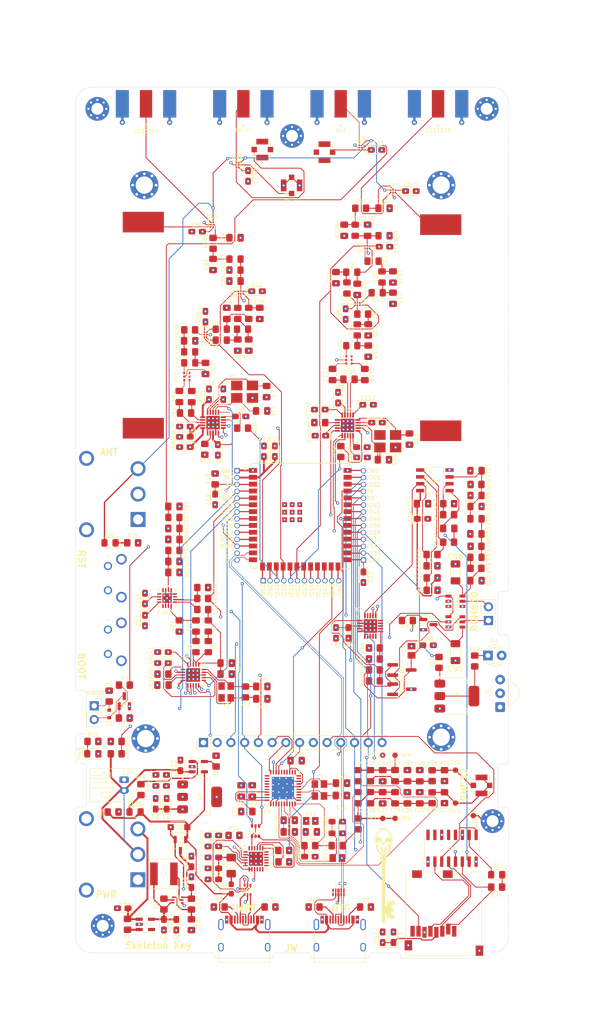
<source format=kicad_pcb>
(kicad_pcb (version 20240108) (generator "pcbnew") (generator_version "8.0")
  (layers (0 "F.Cu" signal) (1 "In1.Cu" power) (2 "In2.Cu" jumper) (31 "B.Cu" signal) (34 "B.Paste" user) (35 "F.Paste" user) (36 "B.SilkS" user "B.Silkscreen") (37 "F.SilkS" user "F.Silkscreen") (38 "B.Mask" user) (39 "F.Mask" user) (44 "Edge.Cuts" user))
  (net 0 "")
  (net 1 "Net-(AE1-A)")
  (net 2 "Net-(AE2-A)")
  (net 3 "Net-(AE3-A)")
  (net 4 "Net-(AE4-A)")
  (net 5 "Net-(AE5-A)")
  (net 6 "Net-(AE6-A)")
  (net 7 "GND")
  (net 8 "+3V3")
  (net 9 "+5V")
  (net 10 "Net-(U6-REGIN)")
  (net 11 "+V_BAT")
  (net 12 "+3.3VA")
  (net 13 "/IO0")
  (net 14 "/EN{slash}RESET")
  (net 15 "Net-(U10-XC1)")
  (net 16 "Net-(U10-XC2)")
  (net 17 "Net-(U10-DVDD)")
  (net 18 "/NRF24_VDD_PA")
  (net 19 "Net-(J7-In)")
  (net 20 "Net-(PWR_SW1-OUT)")
  (net 21 "+V_BAT_5V")
  (net 22 "Net-(FL1-BAL_1)")
  (net 23 "Net-(FL1-BAL_2)")
  (net 24 "Net-(C82-Pad1)")
  (net 25 "Net-(FL2-BAL_1)")
  (net 26 "Net-(FL2-BAL_2)")
  (net 27 "Net-(IC7-NO_(SOURCE1))")
  (net 28 "Net-(D7-K)")
  (net 29 "+V_USB")
  (net 30 "Net-(D1-K)")
  (net 31 "Net-(D2-K)")
  (net 32 "Net-(D4-K)")
  (net 33 "Net-(D5-K)")
  (net 34 "Net-(D6-A)")
  (net 35 "Net-(D6-K)")
  (net 36 "Net-(F1-Pad1)")
  (net 37 "Net-(FL1-UNBAL)")
  (net 42 "Net-(FL2-UNBAL)")
  (net 43 "/PN532_RSTPD_N")
  (net 44 "/PN532_AUX2")
  (net 45 "/PN532_P33")
  (net 46 "/PN532_AUX1")
  (net 47 "/PN532_P30_UART_RX")
  (net 48 "/PN532_P32")
  (net 49 "/PN532_P31_UART_TX")
  (net 50 "/GPIO48_PN532_CS")
  (net 51 "/PN532_SIGOUT")
  (net 52 "/PN532_SIGIN")
  (net 53 "/PN532_IRQ")
  (net 54 "/PN532_RSTOUT_N")
  (net 55 "/PN532_P35")
  (net 56 "/GPIO40_HSPI_MOSI")
  (net 57 "/GPIO41_HSPI_MISO")
  (net 58 "/GPIO39_HSPI_SCK")
  (net 59 "/PN532_P34_SIC_CLK")
  (net 60 "/GPIO8_CC1101A_CS")
  (net 61 "/GPIO17_VSPI_SCK")
  (net 62 "/GPIO15_VSPI_MISO")
  (net 63 "/GPIO16_VSPI_MOSI")
  (net 64 "/GPIO3_CC1101B_CS")
  (net 65 "/RDM630_SIN")
  (net 66 "/GPIO21_RDM630_RX")
  (net 67 "/GPIO14_RDM630_TX")
  (net 68 "/GPIO13_RDM630_CTRL")
  (net 69 "Net-(IC7-COM)")
  (net 70 "/GPIO18_VIBRO")
  (net 71 "/GPIO4_ADC1_3_BAT%")
  (net 72 "/GPIO5_NRF24_CE")
  (net 73 "/GPIO11_CC1101B_GD0")
  (net 74 "/GPIO10_CC1101A_CTRL")
  (net 75 "/GPIO12_CC1101B_CTRL")
  (net 76 "/GPIO6_NRF24_CSN")
  (net 77 "/GPIO9_CC1101A_GD0")
  (net 78 "/GPIO7_NRF24_IRQ")
  (net 79 "/GPIO1_SCREEN_CS")
  (net 80 "/GPIO35_SCREEN_T_IRQ")
  (net 81 "/GPIO47_RDM630_EMULATION")
  (net 82 "/GPIO42_SD_CARD_CS")
  (net 83 "/GPIO36_SCREEN_T_CS")
  (net 84 "/GPIO2_SCREEN_D{slash}C")
  (net 85 "/GPIO38_IR_LED")
  (net 86 "/GPIO37_IR_RECEIVER")
  (net 87 "Net-(U10-ANT1)")
  (net 88 "Net-(U13-RF2)")
  (net 89 "Net-(U13-RF1)")
  (net 91 "/RTS")
  (net 92 "/DTR")
  (net 93 "Net-(Q5-B)")
  (net 94 "Net-(Q7-B)")
  (net 95 "Net-(U1-PROG)")
  (net 96 "Net-(USB_OTG1-CC2)")
  (net 97 "Net-(USB_UART1-CC2)")
  (net 98 "Net-(USB_OTG1-CC1)")
  (net 99 "Net-(USB_UART1-CC1)")
  (net 100 "Net-(U1-STAT)")
  (net 101 "Net-(U6-~{RST})")
  (net 102 "/RX")
  (net 103 "Net-(U6-TXD)")
  (net 104 "/TX")
  (net 105 "Net-(U6-RXD)")
  (net 106 "Net-(U10-IREF)")
  (net 107 "Net-(U13-RFIN)")
  (net 109 "Net-(U6-D+)")
  (net 110 "Net-(U6-D-)")
  (net 111 "Net-(U2-I{slash}O2-Pad3)")
  (net 112 "Net-(U2-I{slash}O1-Pad1)")
  (net 113 "/D+")
  (net 114 "/D-")
  (net 115 "Net-(U6-VPP)")
  (net 131 "Net-(AE7-A)")
  (net 132 "Net-(AE8-A)")
  (net 133 "Net-(IC1-VIN)")
  (net 134 "Net-(IC2-DCOUPL)")
  (net 135 "Net-(IC2-XOSC_Q1)")
  (net 136 "Net-(IC2-XOSC_Q2)")
  (net 137 "Net-(C28-Pad1)")
  (net 138 "Net-(C29-Pad2)")
  (net 139 "Net-(C33-Pad2)")
  (net 140 "Net-(C34-Pad1)")
  (net 141 "Net-(C45-Pad1)")
  (net 142 "Net-(C46-Pad1)")
  (net 143 "Net-(U12-TXRX)")
  (net 144 "Net-(C49-Pad1)")
  (net 145 "Net-(IC3-TVDD)")
  (net 146 "Net-(IC3-AVDD)")
  (net 147 "Net-(C53-Pad1)")
  (net 148 "Net-(C57-Pad1)")
  (net 149 "Net-(IC3-RX)")
  (net 150 "Net-(IC3-VMID)")
  (net 151 "Net-(IC2-RF_P)")
  (net 152 "Net-(IC2-RF_N)")
  (net 153 "Net-(U12-ANT)")
  (net 154 "Net-(C71-Pad1)")
  (net 155 "Net-(IC3-OSCIN)")
  (net 156 "Net-(IC3-SVDD)")
  (net 157 "Net-(IC3-OSCOUT)")
  (net 158 "Net-(C77-Pad1)")
  (net 159 "Net-(C78-Pad1)")
  (net 160 "Net-(IC6-DCOUPL)")
  (net 161 "Net-(IC6-XOSC_Q1)")
  (net 162 "Net-(IC6-XOSC_Q2)")
  (net 163 "Net-(Q5-C)")
  (net 164 "Net-(IC5-NC_(SOURCE2))")
  (net 165 "Net-(C96-Pad1)")
  (net 166 "Net-(IC6-RF_P)")
  (net 167 "Net-(IC6-RF_N)")
  (net 168 "Net-(C113-Pad1)")
  (net 169 "Net-(D1-A)")
  (net 170 "Net-(D3-K)")
  (net 171 "Net-(D5-A)")
  (net 172 "Net-(IC1-FB)")
  (net 173 "Net-(IC1-EN)")
  (net 174 "Net-(IC1-SW)")
  (net 176 "Net-(IC2-RBIAS)")
  (net 177 "Net-(IC2-GDO0_(ATEST))")
  (net 178 "Net-(IC3-TX2)")
  (net 181 "Net-(IC3-TX1)")
  (net 185 "Net-(IC4-P0.0)")
  (net 189 "Net-(IC4-P1.2)")
  (net 199 "Net-(IC5-NO_(SOURCE1))")
  (net 200 "Net-(IC5-COM)")
  (net 201 "Net-(IC6-RBIAS)")
  (net 202 "Net-(IC6-GDO0_(ATEST))")
  (net 204 "Net-(J3-CLK)")
  (net 206 "Net-(J3-CMD)")
  (net 208 "Net-(J3-CD{slash}DAT3)")
  (net 211 "Net-(J5-In)")
  (net 212 "Net-(J5-Ext)")
  (net 213 "Net-(L2-Pad1)")
  (net 214 "Net-(U11-RF2)")
  (net 215 "Net-(U11-RF1)")
  (net 216 "Net-(U14-RF2)")
  (net 217 "Net-(U14-RF1)")
  (net 218 "Net-(Q2-G)")
  (net 219 "Net-(Q4-B)")
  (net 220 "Net-(Q4-C-Pad2)")
  (net 221 "Net-(U3-EN)")
  (net 222 "Net-(U12-TXEN)")
  (net 223 "Net-(U12-RXEN)")
  (net 224 "Net-(U11-RFIN)")
  (net 225 "Net-(U14-RFIN)")
  (net 237 "/ANT_SWITCH_OUT")
  (net 238 "/NRF24_ANT_OUT")
  (net 239 "/CC1101A_ANT_OUT")
  (net 240 "Net-(C97-Pad1)")
  (net 241 "Net-(C100-Pad1)")
  (net 242 "Net-(U16-RF1)")
  (net 243 "Net-(C116-Pad1)")
  (net 244 "Net-(U16-RFIN)")
  (net 245 "Net-(C120-Pad2)")
  (net 246 "Net-(C120-Pad1)")
  (net 247 "Net-(C121-Pad1)")
  (net 248 "/CC1101B_ANT_OUT")
  (net 249 "Net-(U16-RF2)")
  (net 250 "Net-(U19A--)")
  (net 251 "Net-(U19B-+)")
  (net 252 "Net-(U19B--)")
  (net 253 "/ESP32_PIN16_DNC")
  (net 254 "/ESP32_PIN26_DNC")
  (net 255 "Net-(D9-K)")
  (footprint "Capacitor_Tantalum_SMD:CP_EIA-2012-12_Kemet-R_Pad1.30x1.05mm_HandSolder" (layer "F.Cu") (at 93.6035 84.3392)
    (property "Reference" "C24")
    (property "Value" "0.1u")
  )
  (footprint "TestPoint:TestPoint_Pad_D1.0mm" (layer "F.Cu") (at 119.8825 158.6397)
    (property "Reference" "TP7")
    (property "Value" "RX")
  )
  (footprint "MountingHole:MountingHole_2.2mm_M2_Pad_Via" (layer "F.Cu") (at 68.1235 178.4872)
    (property "Reference" "H1" (hide yes))
    (property "Value" "Hole_Pad")
  )
  (footprint "Resistor_SMD:R_0805_2012Metric_Pad1.20x1.40mm_HandSolder" (layer "F.Cu") (at 94.4925 135.2662 -90)
    (property "Reference" "R31")
    (property "Value" "1M")
  )
  (footprint "LED_SMD:LED_0805_2012Metric_Pad1.15x1.40mm_HandSolder" (layer "F.Cu") (at 66.2795 146.6962)
    (property "Reference" "D3" (hide yes))
    (property "Value" "Power_LED")
  )
  (footprint "Inductor_SMD:L_0805_2012Metric_Pad1.15x1.40mm_HandSolder" (layer "F.Cu") (at 114.8025 49.9222 90)
    (property "Reference" "L26")
    (property "Value" "2.2n")
  )
  (footprint "Resistor_SMD:R_0805_2012Metric_Pad1.20x1.40mm_HandSolder" (layer "F.Cu") (at 86.6085 117.9942)
    (property "Reference" "R35")
    (property "Value" "1K")
  )
  (footprint "Resistor_SMD:R_0805_2012Metric_Pad1.20x1.40mm_HandSolder" (layer "F.Cu") (at 116.1995 65.4162)
    (property "Reference" "R51")
    (property "Value" "0")
  )
  (footprint "Project_Footprints:SOIC127P600X175-8N" (layer "F.Cu") (at 129.5345 96.1502 180)
    (property "Reference" "U19")
    (property "Value" "LM358" (hide yes))
  )
  (footprint "Capacitor_SMD:C_0805_2012Metric_Pad1.18x1.45mm_HandSolder" (layer "F.Cu") (at 97.5405 136.5362)
    (property "Reference" "C43")
    (property "Value" "22p")
  )
  (footprint "Capacitor_Tantalum_SMD:CP_EIA-2012-12_Kemet-R_Pad1.30x1.05mm_HandSolder" (layer "F.Cu") (at 97.9215 90.7775 90)
    (property "Reference" "C22")
    (property "Value" "10u")
  )
  (footprint "Inductor_SMD:L_0805_2012Metric_Pad1.15x1.40mm_HandSolder" (layer "F.Cu") (at 118.8665 61.4792)
    (property "Reference" "L18")
    (property "Value" "0")
  )
  (footprint "Capacitor_Tantalum_SMD:CP_EIA-2012-12_Kemet-R_Pad1.30x1.05mm_HandSolder" (layer "F.Cu") (at 88.5775 165.8412 180)
    (property "Reference" "C2")
    (property "Value" "22u")
  )
  (footprint "Inductor_SMD:L_0603_1608Metric_Pad1.05x0.95mm_HandSolder" (layer "F.Cu") (at 91.8795 171.6832 90)
    (property "Reference" "FB1")
    (property "Value" "BLM21PG221")
  )
  (footprint "Resistor_SMD:R_0805_2012Metric_Pad1.20x1.40mm_HandSolder" (layer "F.Cu") (at 132.0905 100.4682)
    (property "Reference" "R50")
    (property "Value" "1k")
  )
  (footprint "Connector_Coaxial:U.FL_Molex_MCRF_73412-0110_Vertical" (layer "F.Cu") (at 109.1235 35.4872 90)
    (property "Reference" "AE6" (hide yes))
    (property "Value" "Antenna_NRF24_IPEX")
  )
  (footprint "Diode_SMD:D_0805_2012Metric_Pad1.15x1.40mm_HandSolder" (layer "F.Cu") (at 137.1385 98.9442)
    (property "Reference" "D8")
    (property "Value" "D")
  )
  (footprint "Inductor_SMD:L_0805_2012Metric_Pad1.15x1.40mm_HandSolder" (layer "F.Cu") (at 92.5775 57.2882)
    (property "Reference" "L16")
    (property "Value" "~")
  )
  (footprint "Crystal:Crystal_SMD_3225-4Pin_3.2x2.5mm_HandSoldering" (layer "F.Cu") (at 94.3555 79.7672)
    (property "Reference" "Y1")
    (property "Value" "26MHz")
  )
  (footprint "Capacitor_SMD:C_0805_2012Metric_Pad1.18x1.45mm_HandSolder" (layer "F.Cu") (at 97.509 83.3232)
    (property "Reference" "C26")
    (property "Value" "9p")
  )
  (footprint "Resistor_SMD:R_0805_2012Metric_Pad1.20x1.40mm_HandSolder" (layer "F.Cu") (at 118.3585 129.1702 180)
    (property "Reference" "R45")
    (property "Value" "1k")
  )
  (footprint "Capacitor_Tantalum_SMD:CP_EIA-2012-12_Kemet-R_Pad1.30x1.05mm_HandSolder" (layer "F.Cu") (at 111.4945 159.2305)
    (property "Reference" "C56")
    (property "Value" "10u")
  )
  (footprint "Inductor_SMD:L_0805_2012Metric_Pad1.15x1.40mm_HandSolder" (layer "F.Cu") (at 85.3545 126.8842 -90)
    (property "Reference" "L6")
    (property "Value" "3.9n")
  )
  (footprint "Package_LGA:Infineon_PG-TSNP-6-10_0.7x1.1mm_0.7x1.1mm_P0.4mm" (layer "F.Cu") (at 115.1835 63.5652 -90)
    (property "Reference" "U14")
    (property "Value" "BGS12WN6E6327XTSA1")
  )
  (footprint "Capacitor_SMD:C_0805_2012Metric_Pad1.18x1.45mm_HandSolder" (layer "F.Cu") (at 116.5805 76.5922 90)
    (property "Reference" "C108")
    (property "Value" "100p")
  )
  (footprint "Inductor_SMD:L_0805_2012Metric_Pad1.15x1.40mm_HandSolder" (layer "F.Cu") (at 115.1835 68.3372 90)
    (property "Reference" "L24")
    (property "Value" "6.8n")
  )
  (footprint "Package_TO_SOT_SMD:SOT-363_SC-70-6" (layer "F.Cu") (at 96.3725 160.9862 90)
    (property "Reference" "Q3")
    (property "Value" "UMH3N")
  )
  (footprint "Capacitor_SMD:C_0805_2012Metric_Pad1.18x1.45mm_HandSolder" (layer "F.Cu") (at 90.9365 131.9642 180)
    (property "Reference" "C48")
    (property "Value" "4.7p")
  )
  (footprint "Resistor_SMD:R_0805_2012Metric_Pad1.20x1.40mm_HandSolder" (layer "F.Cu") (at 131.3125 150.7282 -90)
    (property "Reference" "R26")
    (property "Value" "NC")
  )
  (footprint "Capacitor_SMD:C_0805_2012Metric_Pad1.18x1.45mm_HandSolder" (layer "F.Cu") (at 95.1175 71.1527 -90)
    (property "Reference" "C53")
    (property "Value" "~")
  )
  (footprint "Resistor_SMD:R_0805_2012Metric_Pad1.20x1.40mm_HandSolder" (layer "F.Cu") (at 72.1055 140.0922)
    (property "Reference" "R4")
    (property "Value" "10K")
  )
  (footprint "Inductor_SMD:L_0805_2012Metric_Pad1.15x1.40mm_HandSolder" (layer "F.Cu") (at 114.1675 57.6692)
    (property "Reference" "L21")
    (property "Value" "2.7n")
  )
  (footprint "Inductor_SMD:L_0805_2012Metric_Pad1.15x1.40mm_HandSolder" (layer "F.Cu") (at 120.1365 50.9382 180)
    (property "Reference" "L25")
    (property "Value" "~")
  )
  (footprint "Capacitor_SMD:C_0805_2012Metric_Pad1.18x1.45mm_HandSolder" (layer "F.Cu") (at 90.9365 129.9322 180)
    (property "Reference" "C47")
    (property "Value" "2.2n")
  )
  (footprint "Resistor_SMD:R_0805_2012Metric_Pad1.20x1.40mm_HandSolder" (layer "F.Cu") (at 118.3585 127.1382)
    (property "Reference" "R44")
    (property "Value" "1k")
  )
  (footprint "Capacitor_Tantalum_SMD:CP_EIA-2012-12_Kemet-R_Pad1.30x1.05mm_HandSolder" (layer "F.Cu") (at 83.3165 90.0155 180)
    (property "Reference" "C68")
    (property "Value" "0.1u")
  )
  (footprint "Capacitor_Tantalum_SMD:CP_EIA-2012-12_Kemet-R_Pad1.30x1.05mm_HandSolder" (layer "F.Cu") (at 87.7615 80.2365 90)
    (property "Reference" "C32")
    (property "Value" "0.1u")
  )
  (footprint "Project_Footprints:QFN50P400X400X100-21N-D" (layer "F.Cu") (at 117.5965 123.0742)
    (property "Reference" "IC4")
    (property "Value" "C8051F330-GM" (hide yes))
  )
  (footprint "Inductor_SMD:L_0805_2012Metric_Pad1.15x1.40mm_HandSolder" (layer "F.Cu") (at 81.2745 103.0082 180)
    (property "Reference" "L15")
    (property "Value" "2.4n")
  )
  (footprint "Capacitor_SMD:C_0805_2012Metric_Pad1.18x1.45mm_HandSolder" (layer "F.Cu") (at 113.6595 77.4812)
    (property "Reference" "C104")
    (property "Value" "0.6p")
  )
  (footprint "Capacitor_Tantalum_SMD:CP_EIA-2012-12_Kemet-R_Pad1.30x1.05mm_HandSolder" (layer "F.Cu") (at 85.571 50.1762 180)
    (property "Reference" "C94")
    (property "Value" "0.1u")
  )
  (footprint "Capacitor_SMD:C_0805_2012Metric_Pad1.18x1.45mm_HandSolder" (layer "F.Cu") (at 97.5405 134.2502)
    (property "Reference" "C42")
    (property "Value" "22p")
  )
  (footprint "TestPoint:TestPoint_Pad_D1.0mm" (layer "F.Cu") (at 133.3445 155.8082)
    (property "Reference" "TP3")
    (property "Value" "TX2_PRE")
  )
  (footprint "Project_Footprints:QFN50P400X400X100-21N-D" (layer "F.Cu") (at 113.4055 85.9902 90)
    (property "Reference" "IC6")
    (property "Value" "CC1101RGPR" (hide yes))
  )
  (footprint "Project_Footprints:118250272" (layer "F.Cu") (at 69.0825 111.9862 -90)
    (property "Reference" "RESET1" (hide yes))
    (property "Value" "1-1825027-2" (hide yes))
  )
  (footprint "Capacitor_Tantalum_SMD:CP_EIA-2012-12_Kemet-R_Pad1.30x1.05mm_HandSolder" (layer "F.Cu") (at 88.5775 169.9052 180)
    (property "Reference" "C7")
    (property "Value" "4u7")
  )
  (footprint "Connector_PinSocket_1.27mm:PinSocket_1x14_P1.27mm_Vertical" (layer "F.Cu") (at 116.3265 110.8822 180)
    (property "Reference" "J10" (hide yes))
    (property "Value" "Conn_01x14")
  )
  (footprint "Capacitor_SMD:C_0805_2012Metric_Pad1.18x1.45mm_HandSolder" (layer "F.Cu") (at 111.2465 58.6852 -90)
    (property "Reference" "C97")
    (property "Value" "8.2p")
  )
  (footprint "Capacitor_Tantalum_SMD:CP_EIA-2012-12_Kemet-R_Pad1.30x1.05mm_HandSolder" (layer "F.Cu") (at 88.5775 167.8732 180)
    (property "Reference" "C4")
    (property "Value" "100n")
  )
  (footprint "OptoDevice:Vishay_MINICAST-3Pin" (layer "F.Cu") (at 141.5985 138.0602 90)
    (property "Reference" "U5")
    (property "Value" "TSOP382xx")
  )
  (footprint "Capacitor_SMD:C_0805_2012Metric_Pad1.18x1.45mm_HandSolder" (layer "F.Cu") (at 112.7705 49.9222 -90)
    (property "Reference" "C121")
    (property "Value" "~")
  )
  (footprint "Resistor_SMD:R_0805_2012Metric_Pad1.20x1.40mm_HandSolder" (layer "F.Cu") (at 84.5135 178.2872 -90)
    (property "Reference" "R20")
    (property "Value" "100k")
  )
  (footprint "Capacitor_SMD:C_0805_2012Metric_Pad1.18x1.45mm_HandSolder" (layer "F.Cu") (at 85.3545 123.0742 90)
    (property "Reference" "C49")
    (property "Value" "1.5p")
  )
  (footprint "Capacitor_SMD:C_0805_2012Metric_Pad1.18x1.45mm_HandSolder" (layer "F.Cu") (at 126.7405 154.8242 -90)
    (property "Reference" "C29")
    (property "Value" "NC")
  )
  (footprint "Capacitor_SMD:C_0805_2012Metric_Pad1.18x1.45mm_HandSolder" (layer "F.Cu") (at 137.1385 114.6922)
    (property "Reference" "C99")
    (property "Value" "~")
  )
  (footprint "Package_TO_SOT_SMD:TSOT-23_HandSoldering" (layer "F.Cu") (at 123.4385 131.2022)
    (property "Reference" "Q5")
    (property "Value" "Q_NPN_BEC")
  )
  (footprint "Package_DFN_QFN:QFN-24-1EP_4x4mm_P0.5mm_EP2.6x2.6mm" (layer "F.Cu") (at 96.4515 166.0952)
    (property "Reference" "U6")
    (property "Value" "CP2104")
  )
  (footprint "Connector_USB:USB_C_Receptacle_HRO_TYPE-C-31-M-12" (layer "F.Cu") (at 111.9435 181.3872)
    (property "Reference" "USB_OTG1" (hide yes))
    (property "Value" "USB_C_Receptacle_USB2.0_16P")
  )
  (footprint "Resistor_SMD:R_0805_2012Metric_Pad1.20x1.40mm_HandSolder" (layer "F.Cu") (at 73.6545 107.7072)
    (property "Reference" "R59")
    (property "Value" "1.5K")
  )
  (footprint "Capacitor_Tantalum_SMD:CP_EIA-2012-12_Kemet-R_Pad1.30x1.05mm_HandSolder" (layer "F.Cu") (at 87.1165 65.8855 90)
    (property "Reference" "C25")
    (property "Value" "0.1u")
  )
  (footprint "Connector_USB:USB_C_Receptacle_HRO_TYPE-C-31-M-12" (layer "F.Cu") (at 94.3035 181.3872)
    (property "Reference" "USB_UART1" (hide yes))
    (property "Value" "USB_C_Receptacle_USB2.0_16P")
  )
  (footprint "Project_Footprints:SOTFL50P160X60-6N" (layer "F.Cu") (at 81.9735 173.7152)
    (property "Reference" "IC1")
    (property "Value" "TPS61023DRLT" (hide yes))
  )
  (footprint "Inductor_SMD:L_0805_2012Metric_Pad1.15x1.40mm_HandSolder" (layer "F.Cu") (at 115.3105 150.7442 -90)
    (property "Reference" "L9")
    (property "Value" "560n")
  )
  (footprint "Inductor_SMD:L_0805_2012Metric_Pad1.15x1.40mm_HandSolder" (layer "F.Cu") (at 118.1045 55.6372 180)
    (property "Reference" "L22")
    (property "Value" "56n")
  )
  (footprint "Capacitor_SMD:C_0805_2012Metric_Pad1.18x1.45mm_HandSolder" (layer "F.Cu") (at 92.5775 51.3192)
    (property "Reference" "C84")
    (property "Value" "~")
  )
  (footprint "Capacitor_SMD:C_0805_2012Metric_Pad1.18x1.45mm_HandSolder" (layer "F.Cu") (at 117.5965 154.8082 -90)
    (property "Reference" "C38")
    (property "Value" "NC")
  )
  (footprint "Resistor_SMD:R_0805_2012Metric_Pad1.20x1.40mm_HandSolder" (layer "F.Cu") (at 70.6065 144.4102 180)
    (property "Reference" "R16")
    (property "Value" "10K")
  )
  (footprint "Resistor_SMD:R_0805_2012Metric_Pad1.20x1.40mm_HandSolder" (layer "F.Cu") (at 130.2965 129.7972 90)
    (property "Reference" "R21")
    (property "Value" "330")
  )
  (footprint "Capacitor_SMD:C_0805_2012Metric_Pad1.18x1.45mm_HandSolder" (layer "F.Cu") (at 81.2745 113.1682)
    (property "Reference" "C69")
    (property "Value" "0.3p")
  )
  (footprint "Capacitor_SMD:C_0805_2012Metric_Pad1.18x1.45mm_HandSolder" (layer "F.Cu") (at 106.6845 161.1355 180)
    (property "Reference" "C44")
    (property "Value" "0.1u")
  )
  (footprint "Inductor_SMD:L_0805_2012Metric_Pad1.15x1.40mm_HandSolder" (layer "F.Cu") (at 93.0855 65.2892 90)
    (property "Reference" "L11")
    (property "Value" "56n")
  )
  (footprint "Resistor_SMD:R_0805_2012Metric_Pad1.20x1.40mm_HandSolder" (layer "F.Cu") (at 101.6045 164.5645)
    (property "Reference" "R18")
    (property "Value" "22R")
  )
  (footprint "Project_Footprints:XDCR_ANT-433-HESM" (layer "F.Cu") (at 130.6235 67.9372 -90)
    (property "Reference" "AE4" (hide yes))
    (property "Value" "Antenna_CC1101B_PCB")
  )
  (footprint "Capacitor_Tantalum_SMD:CP_EIA-2012-12_Kemet-R_Pad1.30x1.05mm_HandSolder" (layer "F.Cu") (at 88.5775 161.7772 180)
    (property "Reference" "C14")
    (property "Value" "100n")
  )
  (footprint "Resistor_SMD:R_0805_2012Metric_Pad1.20x1.40mm_HandSolder" (layer "F.Cu") (at 115.8185 45.8582 180)
    (property "Reference" "R53")
    (property "Value" "0")
  )
  (footprint "Capacitor_Tantalum_SMD:CP_EIA-2012-12_Kemet-R_Pad1.30x1.05mm_HandSolder" (layer "F.Cu") (at 119.8825 180.6052 90)
    (property "Reference" "C17")
    (property "Value" "0.1u")
  )
  (footprint "Capacitor_SMD:C_0805_2012Metric_Pad1.18x1.45mm_HandSolder" (layer "F.Cu") (at 81.2745 100.9762)
    (property "Reference" "C81")
    (property "Value" "1.5p")
  )
  (footprint "Project_Footprints:XDCR_ANT-433-HESM" (layer "F.Cu") (at 75.6235 67.4672 90)
    (property "Reference" "AE2" (hide yes))
    (property "Value" "Antenna_CC1101A_PCB")
  )
  (footprint "Capacitor_SMD:C_0805_2012Metric_Pad1.18x1.45mm_HandSolder" (layer "F.Cu") (at 124.8355 88.5302 -90)
    (property "Reference" "C90")
    (property "Value" "9p")
  )
  (footprint "Project_Footprints:4.0_TFT_Display" (layer "F.Cu") (at 72.3824 38.5797)
    (property "Reference" "SCREEN1" (hide yes))
    (property "Value" "~")
  )
  (footprint "Capacitor_Tantalum_SMD:CP_EIA-2012-12_Kemet-R_Pad1.30x1.05mm_HandSolder" (layer "F.Cu") (at 88.5775 163.8092 180)
    (property "Reference" "C13")
    (property "Value" "22u")
  )
  (footprint "Inductor_SMD:L_0805_2012Metric_Pad1.15x1.40mm_HandSolder" (layer "F.Cu") (at 84.1955 72.4012 180)
    (property "Reference" "L13")
    (property "Value" "6.8n")
  )
  (footprint "Project_Footprints:SOT95P284X110-6N" (layer "F.Cu") (at 133.3445 118.5022)
    (property "Reference" "IC7")
    (property "Value" "DG2001EDV-T1-GE3" (hide yes))
  )
  (footprint "Capacitor_SMD:C_0805_2012Metric_Pad1.18x1.45mm_HandSolder" (layer "F.Cu") (at 137.1385 94.3722 180)
    (property "Reference" "C115")
    (property "Value" "1n")
  )
  (footprint "Resistor_SMD:R_0805_2012Metric_Pad1.20x1.40mm_HandSolder" (layer "F.Cu") (at 132.0745 107.5802)
    (property "Reference" "R54")
    (property "Value" "1k")
  )
  (footprint "Capacitor_SMD:C_0805_2012Metric_Pad1.18x1.45mm_HandSolder" (layer "F.Cu") (at 79.2525 133.9962)
    (property "Reference" "C23")
    (property "Value" "33n")
  )
  (footprint "Package_TO_SOT_SMD:SOT-23" (layer "F.Cu") (at 128.343 122.8202)
    (property "Reference" "Q7")
    (property "Value" "MMBT5551L")
  )
  (footprint "7M-27.120MAAJ-T:XTAL_7M-27.120MAAJ-T" (layer "F.Cu") (at 90.9365 135.2662 180)
    (property "Reference" "Y2")
    (property "Value" "16M")
  )
  (footprint "Resistor_SMD:R_0805_2012Metric_Pad1.20x1.40mm_HandSolder" (layer "F.Cu") (at 137.1385 96.9122 180)
    (property "Reference" "R49")
    (property "Value" "1M")
  )
  (footprint "Capacitor_SMD:C_1206_3216Metric_Pad1.33x1.80mm_HandSolder" (layer "F.Cu") (at 133.3445 113.1682 90)
    (property "Reference" "C98")
    (property "Value" "3.3n")
  )
  (footprint "Package_TO_SOT_SMD:TSOT-23_HandSoldering" (layer "F.Cu") (at 123.4385 134.7582)
    (property "Reference" "Q6")
    (property "Value" "Q_PNP_BEC")
  )
  (footprint "Resistor_SMD:R_0805_2012Metric_Pad1.20x1.40mm_HandSolder" (layer "F.Cu") (at 118.3585 131.2022)
    (property "Reference" "R40")
    (property "Value" "1k")
  )
  (footprint "Capacitor_Tantalum_SMD:CP_EIA-2012-12_Kemet-R_Pad1.30x1.05mm_HandSolder" (layer "F.Cu") (at 90.4185 80.2365 90)
    (property "Reference" "C39")
    (property "Value" "0.1u")
  )
  (footprint "Capacitor_SMD:C_0805_2012Metric_Pad1.18x1.45mm_HandSolder" (layer "F.Cu") (at 119.8825 150.7442 -90)
    (property "Reference" "C36")
    (property "Value" "220p")
  )
  (footprint "Resistor_SMD:R_0805_2012Metric_Pad1.20x1.40mm_HandSolder" (layer "F.Cu") (at 131.3125 154.8082 90)
    (property "Reference" "R27")
    (property "Value" "NC")
  )
  (footprint "Capacitor_Tantalum_SMD:CP_EIA-2012-12_Kemet-R_Pad1.30x1.05mm_HandSolder" (layer "F.Cu") (at 83.3165 88.1105 180)
    (property "Reference" "C66")
    (property "Value" "0.1u")
  )
  (footprint "Capacitor_Tantalum_SMD:CP_EIA-2012-12_Kemet-R_Pad1.30x1.05mm_HandSolder" (layer "F.Cu") (at 96.6515 61.1865)
    (property "Reference" "C72")
    (property "Value" "0.1u")
  )
  (footprint "Capacitor_Tantalum_SMD:CP_EIA-2012-12_Kemet-R_Pad1.30x1.05mm_HandSolder" (layer "F.Cu") (at 118.8355 85.4822)
    (property "Reference" "C91")
    (property "Value" "0.1u")
  )
  (footprint "Capacitor_Tantalum_SMD:CP_EIA-2012-12_Kemet-R_Pad1.30x1.05mm_HandSolder" (layer "F.Cu") (at 84.5135 166.6032 90)
    (property "Reference" "C16")
    (property "Value" "22u")
  )
  (footprint "Resistor_SMD:R_0805_2012Metric_Pad1.20x1.40mm_HandSolder" (layer "F.Cu") (at 124.4545 122.0582)
    (property "Reference" "R43")
    (property "Value" "10K")
  )
  (footprint "Package_LGA:Infineon_PG-TSNP-6-10_0.7x1.1mm_0.7x1.1mm_P0.4mm" (layer "F.Cu") (at 93.0125 37.8382)
    (property "Reference" "U20")
    (property "Value" "BGS12WN6E6327XTSA1")
  )
  (footprint "Capacitor_Tantalum_SMD:CP_EIA-2012-12_Kemet-R_Pad1.30x1.05mm_HandSolder" (layer "F.Cu") (at 79.4335 178.2872 -90)
    (property "Reference" "C5")
    (property "Value" "1u")
  )
  (footprint "Diode_SMD:D_SOD-523" (layer "F.Cu") (at 69.3115 139.3302 -90)
    (property "Reference" "D1")
    (property "Value" "1N4148WT")
  )
  (footprint "MountingHole:MountingHole_2.2mm_M2_Pad_Via" (layer "F.Cu") (at 67.1235 27.4872)
    (property "Reference" "H3" (hide yes))
    (property "Value" "Hole_Pad")
  )
  (footprint "Project_Footprints:B0310J50100AHF" (layer "F.Cu") (at 113.6465 73.9002 -90)
    (property "Reference" "FL2")
    (property "Value" "B0310J50100AHF" (hide yes))
  )
  (footprint "Capacitor_SMD:C_0805_2012Metric_Pad1.18x1.45mm_HandSolder" (layer "F.Cu") (at 88.5135 56.2507 -90)
    (property "Reference" "C82")
    (property "Value" "~")
  )
  (footprint "Capacitor_SMD:C_0805_2012Metric_Pad1.18x1.45mm_HandSolder" (layer "F.Cu") (at 127.2485 100.4682)
    (property "Reference" "C117")
    (property "Value" "100n")
  )
  (footprint "Fuse:Fuse_1206_3216Metric_Pad1.42x1.75mm_HandSolder" (layer "F.Cu") (at 91.8795 167.3652 90)
    (property "Reference" "F1")
    (property "Value" "Polyfuse 1A")
  )
  (footprint "Capacitor_SMD:C_0805_2012Metric_Pad1.18x1.45mm_HandSolder" (layer "F.Cu") (at 120.0095 92.3402)
    (property "Reference" "C89")
    (property "Value" "9p")
  )
  (footprint "Resistor_SMD:R_0805_2012Metric_Pad1.20x1.40mm_HandSolder" (layer "F.Cu") (at 86.6085 120.0262)
    (property "Reference" "R34")
    (property "Value" "1K")
  )
  (footprint "Package_TO_SOT_SMD:SOT-666" (layer "F.Cu") (at 94.898 171.8492 90)
    (property "Reference" "U2")
    (property "Value" "USBLC6-2P6")
  )
  (footprint "Resistor_SMD:R_0805_2012Metric_Pad1.20x1.40mm_HandSolder" (layer "F.Cu") (at 88.5135 52.3352 -90)
    (property "Reference" "R39")
    (property "Value" "0")
  )
  (footprint "Capacitor_SMD:C_0805_2012Metric_Pad1.18x1.45mm_HandSolder" (layer "F.Cu") (at 132.096 105.0402)
    (property "Reference" "C120")
    (property "Value" "4.7u")
  )
  (footprint "Inductor_SMD:L_0805_2012Metric_Pad1.15x1.40mm_HandSolder" (layer "F.Cu") (at 113.2785 60.5902 90)
    (property "Reference" "L19")
    (property "Value" "0")
  )
  (footprint "Capacitor_SMD:C_0805_2012Metric_Pad1.18x1.45mm_HandSolder" (layer "F.Cu") (at 137.117 106.0562 180)
    (property "Reference" "C102")
    (property "Value" "1n")
  )
  (footprint "Crystal:Crystal_SMD_3225-4Pin_3.2x2.5mm_HandSoldering" (layer "F.Cu") (at 120.8245 88.9182)
    (property "Reference" "Y4")
    (property "Value" "26MHz")
  )
  (footprint "Package_LGA:Infineon_PG-TSNP-6-10_0.7x1.1mm_0.7x1.1mm_P0.4mm" (layer "F.Cu") (at 115.7455 34.6822)
    (property "Reference" "U18")
    (property "Value" "BGS12WN6E6327XTSA1")
  )
  (footprint "Capacitor_Tantalum_SMD:CP_EIA-2012-12_Kemet-R_Pad1.30x1.05mm_HandSolder" (layer "F.Cu") (at 84.5135 170.4132 90)
    (property "Reference" "C15")
    (property "Value" "22u")
  )
  (footprint "Inductor_SMD:L_0805_2012Metric_Pad1.15x1.40mm_HandSolder" (layer "F.Cu") (at 90.0375 70.2422)
    (property "Reference" "L4")
    (property "Value" "0")
  )
  (footprint "Resistor_SMD:R_0805_2012Metric_Pad1.20x1.40mm_HandSolder" (layer "F.Cu") (at 101.6145 166.6848)
    (property "Reference" "R17")
    (property "Value" "22R")
  )
  (footprint "Capacitor_Tantalum_SMD:CP_EIA-2012-12_Kemet-R_Pad1.30x1.05mm_HandSolder" (layer "F.Cu") (at 78.9255 150.6012 180)
    (property "Reference" "C11")
    (property "Value" "10u")
  )
  (footprint "Capacitor_Tantalum_SMD:CP_EIA-2012-12_Kemet-R_Pad1.30x1.05mm_HandSolder" (layer "F.Cu") (at 75.9405 122.0582 -90)
    (property "Reference" "C67")
    (property "Value" "0.1u")
  )
  (footprint "Capacitor_SMD:C_0805_2012Metric_Pad1.18x1.45mm_HandSolder" (layer "F.Cu") (at 93.0855 71.1527 -90)
    (property "Reference" "C45")
    (property "Value" "~")
  )
  (footprint "Connector_Coaxial:U.FL_Molex_MCRF_73412-0110_Vertical" (layer "F.Cu") (at 103.0555 41.6352)
    (property "Reference" "J7" (hide yes))
    (property "Value" "Wi-Fi_ANT_Coax")
  )
  (footprint "Capacitor_SMD:C_0805_2012Metric_Pad1.18x1.45mm_HandSolder" (layer "F.Cu") (at 81.2745 107.0722 180)
    (property "Reference" "C78")
    (property "Value" "1.5p")
  )
  (footprint "Package_DFN_QFN:HVQFN-40-1EP_6x6mm_P0.5mm_EP4.1x4.1mm_ThermalVias" (layer "F.Cu") (at 101.4325 153.0242 90)
    (property "Reference" "IC3")
    (property "Value" "PN5321A3HN_C106,55")
  )
  (footprint "Capacitor_Tantalum_SMD:CP_EIA-2012-12_Kemet-R_Pad1.30x1.05mm_HandSolder" (layer "F.Cu") (at 79.9415 155.9352 90)
    (property "Reference" "C6")
    (property "Value" "0.1u")
  )
  (footprint "Capacitor_Tantalum_SMD:CP_EIA-2012-12_Kemet-R_Pad1.30x1.05mm_HandSolder" (layer "F.Cu") (at 116.0725 91.9205)
    (property "Reference" "C92")
    (property "Value" "0.1u")
  )
  (footprint "Capacitor_Tantalum_SMD:CP_EIA-2012-12_Kemet-R_Pad1.30x1.05mm_HandSolder" (layer "F.Cu") (at 83.3165 86.2055 180)
    (property "Reference" "C70")
    (property "Value" "0.1u")
  )
  (footprint "Capacitor_SMD:C_0805_2012Metric_Pad1.18x1.45mm_HandSolder" (layer "F.Cu") (at 97.1495 65.2892 -90)
    (property "Reference" "C54")
    (property "Value" "~")
  )
  (footprint "Resistor_SMD:R_0805_2012Metric_Pad1.20x1.40mm_HandSolder" (layer "F.Cu") (at 84.5135 174.4772 -90)
    (property "Reference" "R19")
    (property "Value" "732k")
  )
  (footprint "Capacitor_SMD:C_0805_2012Metric_Pad1.18x1.45mm_HandSolder" (layer "F.Cu") (at 126.7405 150.7442 90)
    (property "Reference" "C28")
    (property "Value" "NC")
  )
  (footprint "Resistor_SMD:R_0805_2012Metric_Pad1.20x1.40mm_HandSolder" (layer "F.Cu") (at 108.2495 85.4822 180)
    (property "Reference" "R47")
    (property "Value" "56K")
  )
  (footprint "Capacitor_SMD:C_0805_2012Metric_Pad1.18x1.45mm_HandSolder" (layer "F.Cu") (at 121.7875 58.5582 -90)
    (property "Reference" "C100")
    (property "Value" "~")
  )
  (footprint "TestPoint:TestPoint_Pad_D1.0mm" (layer "F.Cu") (at 122.1685 158.6397)
    (property "Reference" "TP6")
    (property "Value" "TX2_POST")
  )
  (footprint "LED_SMD:LED_0805_2012Metric_Pad1.15x1.40mm_HandSolder" (layer "F.Cu") (at 140.9645 169.0482 180)
    (property "Reference" "D5" (hide yes))
    (property "Value" "SD_ACT_LED")
  )
  (footprint "TestPoint:TestPoint_Pad_D1.0mm" (layer "F.Cu") (at 119.8825 146.9557)
    (property "Reference" "TP5")
    (property "Value" "TGND")
  )
  (footprint "Capacitor_Tantalum_SMD:CP_EIA-2012-12_Kemet-R_Pad1.30x1.05mm_HandSolder" (layer "F.Cu") (at 89.4025 90.5235 -90)
    (property "Reference" "C60")
    (property "Value" "0.1u")
  )
  (footprint "Ferrite:BEADC2012X145N" (layer "F.Cu") (at 106.5805 159.1035 180)
    (property "Reference" "FB2")
    (property "Value" "FerriteBead" (hide yes))
  )
  (footprint "Capacitor_SMD:C_0805_2012Metric_Pad1.18x1.45mm_HandSolder" (layer "F.Cu") (at 92.5775 59.3202)
    (property "Reference" "C80")
    (property "Value" "~")
  )
  (footprint "Capacitor_Tantalum_SMD:CP_EIA-2012-12_Kemet-R_Pad1.30x1.05mm_HandSolder" (layer "F.Cu") (at 128.2645 126.6302)
    (property "Reference" "C93")
    (property "Value" "0.1u")
  )
  (footprint "DGM3415U:SOT95P240X105-3N" (layer "F.Cu") (at 82.4815 163.5552 -90)
    (property "Reference" "Q1")
    (property "Value" "DMG3415U")
  )
  (footprint "Connector_Coaxial:SMA_Molex_73251-1153_EdgeMount_Horizontal" (layer "F.Cu") (at 94.1235 28.2772 -90)
    (property "Reference" "AE7" (hide yes))
    (property "Value" "Antenna_Wi-Fi_SMA")
  )
  (footprint "Capacitor_Tantalum_SMD:CP_EIA-2012-12_Kemet-R_Pad1.30x1.05mm_HandSolder" (layer "F.Cu") (at 111.6275 80.8715 90)
    (property "Reference" "C110")
    (property "Value" "0.1u")
  )
  (footprint "Capacitor_Tantalum_SMD:CP_EIA-2012-12_Kemet-R_Pad1.30x1.05mm_HandSolder" (layer "F.Cu") (at 116.0315 90.0155)
    (property "Reference" "C87")
    (property "Value" "0.1u")
  )
  (footprint "Resistor_SMD:R_0805_2012Metric_Pad1.20x1.40mm_HandSolder" (layer "F.Cu") (at 79.4335 174.4772 -90)
    (property "Reference" "R12")
    (property "Value" "100k")
  )
  (footprint "Capacitor_Tantalum_SMD:CP_EIA-2012-12_Kemet-R_Pad1.30x1.05mm_HandSolder" (layer "F.Cu") (at 106.4145 165.7075)
    (property "Reference" "C58")
    (property "Value" "0.1u")
  )
  (footprint "LED_THT:LED_D3.0mm_IRBlack" (layer "F.Cu") (at 139.3485 128.5202)
    (property "Reference" "D4")
    (property "Value" "IR204A")
  )
  (footprint "Connector_Coaxial:U.FL_Molex_MCRF_73412-0110_Vertical" (layer "F.Cu") (at 138.1565 152.5382 -90)
    (property "Reference" "J5" (hide yes))
    (property "Value" "PN532_Antenna_Coax")
  )
  (footprint "Resistor_SMD:R_0805_2012Metric_Pad1.20x1.40mm_HandSolder" (layer "F.Cu") (at 88.9045 95.8962 -90)
    (property "Reference" "R23")
    (property "Value" "10K")
  )
  (footprint "Resistor_SMD:R_0805_2012Metric_Pad1.20x1.40mm_HandSolder" (layer "F.Cu") (at 70.6065 146.6962)
    (property "Reference" "R15")
    (property "Value" "10K")
  )
  (footprint "Resistor_SMD:R_0805_2012Metric_Pad1.20x1.40mm_HandSolder" (layer "F.Cu") (at 132.0745 102.5002 180)
    (property "Reference" "R52")
    (property "Value" "1M")
  )
  (footprint "Capacitor_SMD:C_0805_2012Metric_Pad1.18x1.45mm_HandSolder" (layer "F.Cu") (at 91.0535 65.2892 90)
    (property "Reference" "C46")
    (property "Value" "8.2p")
  )
  (footprint "Diode_SMD:D_0805_2012Metric_Pad1.15x1.40mm_HandSolder" (layer "F.Cu") (at 137.1385 110.3742 180)
    (property "Reference" "D6")
    (property "Value" "D")
  )
  (footprint "TestPoint:TestPoint_Pad_D1.0mm" (layer "F.Cu") (at 136.6465 158.1262)
    (property "Reference" "TP2")
    (property "Value" "TGND")
  )
  (footprint "Project_Footprints:SOT95P284X110-6N" (layer "F.Cu") (at 133.3445 122.3122)
    (property "Reference" "IC5")
    (property "Value" "DG2001EDV-T1-GE3" (hide yes))
  )
  (footprint "Resistor_SMD:R_0805_2012Metric_Pad1.20x1.40mm_HandSolder" (layer "F.Cu") (at 106.4145 163.6755)
    (property "Reference" "R36")
    (property "Value" "1K")
  )
  (footprint "Capacitor_SMD:C_0805_2012Metric_Pad1.18x1.45mm_HandSolder" (layer "F.Cu") (at 111.4945 163.6755 180)
    (property "Reference" "C57")
    (property "Value" "1000p")
  )
  (footprint "Capacitor_SMD:C_0805_2012Metric_Pad1.18x1.45mm_HandSolder" (layer "F.Cu") (at 120.1365 45.8582)
    (property "Reference" "C123")
    (property "Value" "~")
  )
  (footprint "MountingHole:MountingHole_2.2mm_M2_Pad_Via" (layer "F.Cu") (at 140.2025 159.1422)
    (property "Reference" "H2" (hide yes))
    (property "Value" "Hole_Pad")
  )
  (footprint "Connector_JST:JST_PH_S2B-PH-K_1x02_P2.00mm_Horizontal" (layer "F.Cu") (at 72.0735 151.4872 -90)
    (property "Reference" "JSTPH1" (hide yes))
    (property "Value" "Battery Plug")
  )
  (footprint "Capacitor_SMD:C_0805_2012Metric_Pad1.18x1.45mm_HandSolder" (layer "F.Cu") (at 117.2155 68.3372 -90)
    (property "Reference" "C116")
    (property "Value" "1.2p")
  )
  (footprint "Capacitor_Tantalum_SMD:CP_EIA-2012-12_Kemet-R_Pad1.30x1.05mm_HandSolder" (layer "F.Cu") (at 71.8135 175.2392 180)
    (property "Reference" "C1")
    (property "Value" "1u")
  )
  (footprint "Inductor_SMD:L_Changjiang_FNR5045S" (layer "F.Cu") (at 79.4335 168.8892)
    (property "Reference" "L1")
    (property "Value" "1u")
  )
  (footprint "Resistor_SMD:R_0805_2012Metric_Pad1.20x1.40mm_HandSolder" (layer "F.Cu") (at 129.0265 114.1842 180)
    (property "Reference" "R55")
    (property "Value" "1k")
  )
  (footprint "Capacitor_SMD:C_0805_2012Metric_Pad1.18x1.45mm_HandSolder" (layer "F.Cu") (at 117.0885 49.9222 -90)
    (property "Reference" "C118")
    (property "Value" "~")
  )
  (footprint "Inductor_SMD:L_0805_2012Metric_Pad1.15x1.40mm_HandSolder" (layer "F.Cu") (at 93.9745 68.2102)
    (property "Reference" "L7")
    (property "Value" "0")
  )
  (footprint "Capacitor_Tantalum_SMD:CP_EIA-2012-12_Kemet-R_Pad1.30x1.05mm_HandSolder" (layer "F.Cu") (at 77.9095 155.9352 90)
    (property "Reference" "C3")
    (property "Value" "10u")
  )
  (footprint "Connector_PinSocket_2.54mm:PinSocket_1x02_P2.54mm_Vertical" (layer "F.Cu") (at 66.5425 137.8262)
    (property "Reference" "J1" (hide yes))
    (property "Value" "Conn_01x02")
  )
  (footprint "Resistor_SMD:R_0805_2012Metric_Pad1.20x1.40mm_HandSolder" (layer "F.Cu") (at 89.0855 148.0452 90)
    (property "Reference" "R1")
    (property "Value" "4.7K")
  )
  (footprint "Capacitor_Tantalum_SMD:CP_EIA-2012-12_Kemet-R_Pad1.30x1.05mm_HandSolder" (layer "F.Cu") (at 127.2485 103.2622)
    (property "Reference" "C119")
    (property "Value" "10u")
  )
  (footprint "Capacitor_Tantalum_SMD:CP_EIA-2012-12_Kemet-R_Pad1.30x1.05mm_HandSolder" (layer "F.Cu") (at 113.5325 124.3442 -90)
    (property "Reference" "C86")
    (property "Value" "10u")
  )
  (footprint "Capacitor_SMD:C_0805_2012Metric_Pad1.18x1.45mm_HandSolder" (layer "F.Cu") (at 82.2905 80.6562 90)
    (property "Reference" "C62")
    (property "Value" "100p")
  )
  (footprint "Package_DFN_QFN:QFN-20-1EP_4x4mm_P0.5mm_EP2.5x2.5mm" (layer "F.Cu") (at 84.8625 132.1237 90)
    (property "Reference" "U10")
    (property "Value" "nRF24L01P")
  )
  (footprint "Inductor_SMD:L_0805_2012Metric_Pad1.15x1.40mm_HandSolder" (layer "F.Cu") (at 119.7555 58.5582 90)
    (property "Reference" "L20")
    (property "Value" "0")
  )
  (footprint "Capacitor_Tantalum_SMD:CP_EIA-2012-12_Kemet-R_Pad1.30x1.05mm_HandSolder" (layer "F.Cu") (at 113.0345 65.4162 -90)
    (property "Reference" "C88")
    (property "Value" "0.1u")
  )
  (footprint "Capacitor_SMD:C_0805_2012Metric_Pad1.18x1.45mm_HandSolder" (layer "F.Cu") (at 122.1685 150.7442 90)
    (property "Reference" "C33")
    (property "Value" "22p")
  )
  (footprint "Connector_Coaxial:SMA_Molex_73251-1153_EdgeMount_Horizontal" (layer "F.Cu") (at 76.1235 28.2772 -90)
    (property "Reference" "AE1" (hide yes))
    (property "Value" "Antenna_CC1101A_SMA")
  )
  (footprint "Capacitor_SMD:C_0805_2012Metric_Pad1.18x1.45mm_HandSolder" (layer "F.Cu") (at 84.1955 70.3692)
    (property "Reference" "C77")
    (property "Value" "1.2p")
  )
  (footprint "Resistor_SMD:R_0805_2012Metric_Pad1.20x1.40mm_HandSolder" (layer "F.Cu") (at 70.0355 157.4592)
    (property "Reference" "R2")
    (property "Value" "10K")
  )
  (footprint "Resistor_SMD:R_0805_2012Metric_Pad1.20x1.40mm_HandSolder" (layer "F.Cu") (at 66.3045 144.4102)
    (property "Reference" "R14")
    (property "Value" "1.5K")
  )
  (footprint "Resistor_SMD:R_0805_2012Metric_Pad1.20x1.40mm_HandSolder" (layer "F.Cu") (at 129.0105 109.8662)
    (property "Reference" "R57")
    (property "Value" "1M")
  )
  (footprint "Ferrite:BEADC2012X145N" (layer "F.Cu") (at 111.4945 165.9615 180)
    (property "Reference" "FB3")
    (property "Value" "FerriteBead_Small" (hide yes))
  )
  (footprint "Inductor_SMD:L_0805_2012Metric_Pad1.15x1.40mm_HandSolder" (layer "F.Cu") (at 90.0375 68.2102)
    (property "Reference" "L5")
    (property "Value" "0")
  )
  (footprint "Project_Footprints:GCT_MEM2061-01-188-00-A_REVA" (layer "F.Cu") (at 131.1735 176.2622)
    (property "Reference" "J3" (hide yes))
    (property "Value" "MEM2061-01-188-00-A_REVA")
  )
  (footprint "Capacitor_Tantalum_SMD:CP_EIA-2012-12_Kemet-R_Pad1.30x1.05mm_HandSolder" (layer "F.Cu") (at 81.7195 178.2872 -90)
    (property "Reference" "C8")
    (property "Value" "22u")
  )
  (footprint "Capacitor_Tantalum_SMD:CP_EIA-2012-12_Kemet-R_Pad1.30x1.05mm_HandSolder" (layer "F.Cu") (at 78.9255 152.6332 180)
    (property "Reference" "C12")
    (property "Value" "0.1u")
  )
  (footprint "Project_Footprints:118250272" (layer "F.Cu") (at 69.0825 123.7412 -90)
    (property "Reference" "BOOT1" (hide yes))
    (property "Value" "1-1825027-2" (hide yes))
  )
  (footprint "Inductor_SMD:L_0805_2012Metric_Pad1.15x1.40mm_HandSolder" (layer "F.Cu") (at 92.5775 55.2562 180)
    (property "Reference" "L17")
    (property "Value" "2.2n")
  )
  (footprint "Inductor_SMD:L_0805_2012Metric_Pad1.15x1.40mm_HandSolder" (layer "F.Cu") (at 115.3105 154.8082 90)
    (property "Reference" "L10")
    (property "Value" "560n")
  )
  (footprint "Package_TO_SOT_SMD:SOT-23-5" (layer "F.Cu") (at 85.7835 149.0772)
    (property "Reference" "U1")
    (property "Value" "MCP73831-2-OT")
  )
  (footprint "Capacitor_Tantalum_SMD:CP_EIA-2012-12_Kemet-R_Pad1.30x1.05mm_HandSolder" (layer "F.Cu") (at 111.2465 124.3442 -90)
    (property "Reference" "C85")
    (property "Value" "0.1u")
  )
  (footprint "Inductor_SMD:L_0805_2012Metric_Pad1.15x1.40mm_HandSolder" (layer "F.Cu") (at 95.1175 65.2892 90)
    (property "Reference" "L8")
    (property "Value" "2.7n")
  )
  (footprint "TestPoint:TestPoint_Pad_D1.0mm" (layer "F.Cu") (at 133.3445 149.7122)
    (property "Reference" "TP1")
    (property "Value" "TX1_PRE")
  )
  (footprint "Capacitor_SMD:C_0805_2012Metric_Pad1.18x1.45mm_HandSolder" (layer "F.Cu") (at 94.758 157.3642)
    (property "Reference" "C75")
    (property "Value" "10u")
  )
  (footprint "Capacitor_SMD:C_0805_2012Metric_Pad1.18x1.45mm_HandSolder" (layer "F.Cu") (at 117.5965 150.7442 90)
    (property "Reference" "C35")
    (property "Value" "NC")
  )
  (footprint "7M-27.120MAAJ-T:XTAL_7M-27.120MAAJ-T" (layer "F.Cu") (at 108.187 153.3885 180)
    (property "Reference" "Y3")
    (property "Value" "27.12M")
  )
  (footprint "Capacitor_Tantalum_SMD:CP_EIA-2012-12_Kemet-R_Pad1.30x1.05mm_HandSolder" (layer "F.Cu") (at 118.7495 35.0762)
    (property "Reference" "C111")
    (property "Value" "0.1u")
  )
  (footprint "Connector_Coaxial:SMA_Molex_73251-1153_EdgeMount_Horizontal" (layer "F.Cu") (at 130.1235 28.2772 -90)
    (property "Reference" "AE3" (hide yes))
    (property "Value" "Antenna_CC1101B_SMA")
  )
  (footprint "MountingHole:MountingHole_2.2mm_M2_Pad_Via" (layer "F.Cu") (at 103.1235 32.4872)
    (property "Reference" "H5" (hide yes))
    (property "Value" "Hole_Pad")
  )
  (footprint "Package_TO_SOT_SMD:SOT-223-3_TabPin2" (layer "F.Cu") (at 86.0375 154.6652)
    (property "Reference" "U4")
    (property "Value" "AMS1117-3.3")
  )
  (footprint "LED_SMD:LED_0805_2012Metric_Pad1.15x1.40mm_HandSolder" (layer "F.Cu") (at 74.0995 157.4592)
    (property "Reference" "D2" (hide yes))
    (property "Value" "Charging_LED")
  )
  (footprint "Resistor_SMD:R_0805_2012Metric_Pad1.20x1.40mm_HandSolder" (layer "F.Cu") (at 92.3875 161.7772)
    (property "Reference" "R13")
    (property "Value" "10k")
  )
  (footprint "Resistor_SMD:R_0805_2012Metric_Pad1.20x1.40mm_HandSolder" (layer "F.Cu") (at 129.0265 154.8242 90)
    (property "Reference" "R29")
    (property "Value" "1.5")
  )
  (footprint "Capacitor_SMD:C_0805_2012Metric_Pad1.18x1.45mm_HandSolder" (layer "F.Cu") (at 82.3065 123.0742 -90)
    (property "Reference" "C51")
    (property "Value" "1p")
  )
  (footprint "Capacitor_Tantalum_SMD:CP_EIA-2012-12_Kemet-R_Pad1.30x1.05mm_HandSolder" (layer "F.Cu") (at 79.2525 129.9322 180)
    (property "Reference" "C40")
    (property "Value" "0.1u")
  )
  (footprint "Capacitor_SMD:C_0805_2012Metric_Pad1.18x1.45mm_HandSolder" (layer "F.Cu") (at 115.1835 60.8442 -90)
    (property "Reference" "C101")
    (property "Value" "~")
  )
  (footprint "Capacitor_SMD:C_0805_2012Metric_Pad1.18x1.45mm_HandSolder" (layer "F.Cu") (at 95.7525 153.5542 90)
    (property "Reference" "C65")
    (property "Value" "0.1u")
  )
  (footprint "Inductor_SMD:L_0805_2012Metric_Pad1.15x1.40mm_HandSolder" (layer "F.Cu") (at 87.6405 123.0742 90)
    (property "Reference" "L3")
    (property "Value" "2.7n")
  )
  (footprint "Resistor_SMD:R_0805_2012Metric_Pad1.20x1.40mm_HandSolder" (layer "F.Cu") (at 116.7075 175.0172)
    (property "Reference" "R9")
    (property "Value" "5k1")
  )
  (footprint "Capacitor_SMD:C_0805_2012Metric_Pad1.18x1.45mm_HandSolder" (layer "F.Cu") (at 112.2725 152.1185)
    (property "Reference" "C76")
    (property "Value" "33p")
  )
  (footprint "Capacitor_SMD:C_0805_2012Metric_Pad1.18x1.45mm_HandSolder" (layer "F.Cu") (at 81.2745 111.1362)
    (property "Reference" "C74")
    (property "Value" "1.5p")
  )
  (footprint "Resistor_SMD:R_0805_2012Metric_Pad1.20x1.40mm_HandSolder" (layer "F.Cu") (at 84.1955 68.3372 180)
    (property "Reference" "R38")
    (property "Value" "0")
  )
  (footprint "Capacitor_Tantalum_SMD:CP_EIA-2012-12_Kemet-R_Pad1.30x1.05mm_HandSolder" (layer "F.Cu") (at 99.9535 90.7775 90)
    (property "Reference" "C21")
    (property "Value" "0.1u")
  )
  (footprint "Connector_Coaxial:U.FL_Molex_MCRF_73412-0110_Vertical" (layer "F.Cu") (at 97.6235 35.0122 -90)
    (property "Reference" "AE8" (hide yes))
    (property "Value" "Antenna_Wi-Fi_TBAR")
  )
  (footprint "Project_Footprints:PWR-SW" (layer "F.Cu") (at 67.2875 98.5662)
    (property "Reference" "ANT_SW1" (hide yes))
    (property "Value" "734-7296")
  )
  (footprint "MountingHole:MountingHole_2.2mm_M2_Pad_Via" (layer "F.Cu") (at 139.1235 27.4872)
    (property "Reference" "H4" (hide yes))
    (property "Value" "Hole_Pad")
  )
  (footprint "Capacitor_SMD:C_0805_2012Metric_Pad1.18x1.45mm_HandSolder" (layer "F.Cu") (at 102.6045 161.1355)
    (property "Reference" "C50")
    (property "Value" "10u")
  )
  (footprint "Resistor_SMD:R_0805_2012Metric_Pad1.20x1.40mm_HandSolder" (layer "F.Cu") (at 69.3115 136.0282 -90)
    (property "Reference" "R6")
    (property "Value" "22")
  )
  (footprint "Resistor_SMD:R_0805_2012Metric_Pad1.20x1.40mm_HandSolder" (layer "F.Cu") (at 129.0265 150.7442 -90)
    (property "Reference" "R28")
    (property "Value" "1.5")
  )
  (footprint "Capacitor_Tantalum_SMD:CP_EIA-2012-12_Kemet-R_Pad1.30x1.05mm_HandSolder" (layer "F.Cu") (at 116.3265 114.0572 -90)
    (property "Reference" "C20")
    (property "Value" "0.1u")
  )
  (footprint "Resistor_SMD:R_0805_2012Metric_Pad1.20x1.40mm_HandSolder" (layer "F.Cu") (at 118.3585 133.2342)
    (property "Reference" "R41")
    (property "Value" "1k")
  )
  (footprint "Resistor_SMD:R_0805_2012Metric_Pad1.20x1.40mm_HandSolder" (layer "F.Cu") (at 72.1215 133.9962)
    (property "Reference" "R3")
    (property "Value" "150")
  )
  (footprint "Capacitor_Tantalum_SMD:CP_EIA-2012-12_Kemet-R_Pad1.30x1.05mm_HandSolder" (layer "F.Cu") (at 111.4945 161.3895)
    (property "Reference" "C52")
    (property "Value" "0.1u")
  )
  (footprint "Capacitor_Tantalum_SMD:CP_EIA-2012-12_Kemet-R_Pad1.30x1.05mm_HandSolder" (layer "F.Cu") (at 108.3765 87.8952 180)
    (property "Reference" "C103")
    (property "Value" "0.1u")
  )
  (footprint "Capacitor_SMD:C_0805_2012Metric_Pad1.18x1.45mm_HandSolder" (layer "F.Cu") (at 137.1385 103.2622 180)
    (property "Reference" "C106")
    (property "Value" "4.7u")
  )
  (footprint "Package_LGA:Infineon_PG-TSNP-6-10_0.7x1.1mm_0.7x1.1mm_P0.4mm" (layer "F.Cu") (at 88.3325 48.9062)
    (property "Reference" "U15")
    (property "Value" "BGS12WN6E6327XTSA1")
  )
  (footprint "Resistor_SMD:R_0805_2012Metric_Pad1.20x1.40mm_HandSolder" (layer "F.Cu") (at 86.9895 90.4125 -90)
    (property "Reference" "R33")
    (property "Value" "56K")
  )
  (footprint "Resistor_SMD:R_0805_2012Metric_Pad1.20x1.40mm_HandSolder" (layer "F.Cu") (at 140.9645 171.3342)
    (property "Reference" "R24")
    (property "Value" "1.5K")
  )
  (footprint "Resistor_SMD:R_0805_2012Metric_Pad1.20x1.40mm_HandSolder" (layer "F.Cu") (at 112.1355 90.8162 -90)
    (property "Reference" "R42")
    (property "Value" "330")
  )
  (footprint "Package_DFN_QFN:Diodes_UDFN-10_1.0x2.5mm_P0.5mm" (layer "F.Cu") (at 111.7075 172.3117 -90)
    (property "Reference" "U7")
    (property "Value" "ESD7104MUTAG")
  )
  (footprint "Capacitor_SMD:C_0805_2012Metric_Pad1.18x1.45mm_HandSolder" (layer "F.Cu") (at 122.1685 154.8242 -90)
    (property "Reference" "C34")
    (property "Value" "22p")
  )
  (footprint "Inductor_SMD:L_0805_2012Metric_Pad1.15x1.40mm_HandSolder" (layer "F.Cu") (at 81.2745 109.1042)
    (property "Reference" "L14")
    (property "Value" "2.4n")
  )
  (footprint "Capacitor_Tantalum_SMD:CP_EIA-2012-12_Kemet-R_Pad1.30x1.05mm_HandSolder" (layer "F.Cu") (at 75.9405 117.9942 90)
    (property "Reference" "C64")
    (property "Value" "10u")
  )
  (footprint "Package_LGA:Infineon_PG-TSNP-6-10_0.7x1.1mm_0.7x1.1mm_P0.4mm" (layer "F.Cu") (at 117.022 53.0367 90)
    (property "Reference" "U16")
    (property "Value" "BGS12WN6E6327XTSA1")
  )
  (footprint "Capacitor_SMD:C_0805_2012Metric_Pad1.18x1.45mm_HandSolder" (layer "F.Cu") (at 124.4545 150.7442 90)
    (property "Reference" "C30")
    (property "Value" "100p")
  )
  (footprint "Package_SO:SOIC-16_3.9x9.9mm_P1.27mm" (layer "F.Cu") (at 132.7095 164.1572 90)
    (property "Reference" "U8")
    (property "Value" "4050")
  )
  (footprint "Capacitor_Tantalum_SMD:CP_EIA-2012-12_Kemet-R_Pad1.30x1.05mm_HandSolder" (layer "F.Cu") (at 108.2495 83.0692 180)
    (property "Reference" "C109")
    (property "Value" "0.1u")
  )
  (footprint "Capacitor_SMD:C_0805_2012Metric_Pad1.18x1.45mm_HandSolder" (layer "F.Cu") (at 81.2745 105.0402 180)
    (property "Reference" "C79")
    (property "Value" "1.5p")
  )
  (footprint "Capacitor_SMD:C_0805_2012Metric_Pad1.18x1.45mm_HandSolder" (layer "F.Cu") (at 110.6115 76.5922 90)
    (property "Reference" "C107")
    (property "Value" "100p")
  )
  (footprint "Capacitor_SMD:C_0805_2012Metric_Pad1.18x1.45mm_HandSolder" (layer "F.Cu") (at 98.4195 79.7457 -90)
    (property "Reference" "C27")
    (property "Value" "9p")
  )
  (footprint "Resistor_SMD:R_0805_2012Metric_Pad1.20x1.40mm_HandSolder" (layer "F.Cu") (at 86.6085 115.9622)
    (property "Reference" "R37")
    (property "Value" "20K")
  )
  (footprint "Capacitor_SMD:C_0805_2012Metric_Pad1.18x1.45mm_HandSolder" (layer "F.Cu") (at 121.7875 62.4952 -90)
    (property "Reference" "C96")
    (property "Value" "~")
  )
  (footprint "Package_TO_SOT_SMD:SOT-23-5" (layer "F.Cu") (at 75.999 178.2212)
    (property "Reference" "U3")
    (property "Value" "TLV70036_SOT23-5")
  )
  (footprint "Capacitor_SMD:C_0805_2012Metric_Pad1.18x1.45mm_HandSolder" (layer "F.Cu") (at 93.7205 153.5542 90)
    (property "Reference" "C59")
    (property "Value" "0.1u")
  )
  (footprint "TestPoint:TestPoint_Pad_D1.0mm" (layer "F.Cu") (at 122.1685 146.9557)
    (property "Reference" "TP4")
    (property "Value" "TX1_POST")
  )
  (footprint "Capacitor_Tantalum_SMD:CP_EIA-2012-12_Kemet-R_Pad1.30x1.05mm_HandSolder" (layer "F.Cu") (at 94.9905 39.8892 -90)
    (property "Reference" "C122")
    (property "Value" "0.1u")
  )
  (footprint "Capacitor_Tantalum_SMD:CP_EIA-2012-12_Kemet-R_Pad1.30x1.05mm_HandSolder" (layer "F.Cu") (at 121.8825 180.6052 90)
    (property "Reference" "C18")
    (property "Value" "10u")
  )
  (footprint "Capacitor_SMD:C_1206_3216Metric_Pad1.33x1.80mm_HandSolder" (layer "F.Cu") (at 133.3445 127.9002 -90)
    (property "Reference" "C95")
    (property "Value" "3.3n")
  )
  (footprint "Resistor_SMD:R_0805_2012Metric_Pad1.20x1.40mm_HandSolder" (layer "F.Cu") (at 107.1985 175.0172 180)
    (property "Reference" "R11")
    (property "Value" "5k1")
  )
  (footprint "Package_LGA:Infineon_PG-TSNP-6-10_0.7x1.1mm_0.7x1.1mm_P0.4mm" (layer "F.Cu") (at 93.654 61.4187 90)
    (property "Reference" "U13")
    (property "Value" "BGS12WN6E6327XTSA1")
  )
  (footprint "Capacitor_SMD:C_0805_2012Metric_Pad1.18x1.45mm_HandSolder" (layer "F.Cu") (at 84.5765 80.6777 90)
    (property "Reference" "C63")
    (property "Value" "100p")
  )
  (footprint "Resistor_SMD:R_0805_2012Metric_Pad1.20x1.40mm_HandSolder" (layer "F.Cu") (at 129.0265 116.4702)
    (property "Reference" "R56")
    (property "Value" "1k")
  )
  (footprint "Resistor_SMD:R_0805_2012Metric_Pad1.20x1.40mm_HandSolder" (layer "F.Cu") (at 137.1385 108.3422 180)
    (property "Reference" "R48")
    (property "Value" "1M")
  )
  (footprint "Connector_PinHeader_2.54mm:PinHeader_1x02_P2.54mm_Vertical" (layer "F.Cu") (at 139.4405 122.0632 180)
    (property "Reference" "J6" (hide yes))
    (property "Value" "RDM630_ANT_CONN")
  )
  (footprint "Capacitor_SMD:C_0805_2012Metric_Pad1.18x1.45mm_HandSolder" (layer "F.Cu") (at 124.4545 154.8242 -90)
    (property "Reference" "C31")
    (property "Value" "100p")
  )
  (footprint "Package_LGA:Infineon_PG-TSNP-6-10_0.7x1.1mm_0.7x1.1mm_P0.4mm" (layer "F.Cu") (at 121.7975 42.7175 90)
    (property "Reference" "U17")
    (property "Value" "BGS12WN6E6327XTSA1")
  )
  (footprint "Connector_PinSocket_1.27mm:PinSocket_1x14_P1.27mm_Vertical" (layer "F.Cu") (at 92.9585 94.3722)
    (property "Reference" "J8" (hide yes))
    (property "Value" "Conn_01x14")
  )
  (footprint "Ferrite:BEADC2012X145N" (layer "F.Cu") (at 125.2165 127.6462 90)
    (property "Reference" "FB4")
    (property "Value" "FerriteBead" (hide yes))
  )
  (footprint "Project_Footprints:QFN50P400X400X100-21N-D" (layer "F.Cu") (at 88.5135 85.4822 180)
    (property "Reference" "IC2")
    (property "Value" "CC1101RGPR" (hide yes))
  )
  (footprint "Capacitor_SMD:C_0805_2012Metric_Pad1.18x1.45mm_HandSolder" (layer "F.Cu") (at 102.6045 158.9765)
    (property "Reference" "C55")
    (property "Value" "0.1u")
  )
  (footprint "Capacitor_Tantalum_SMD:CP_EIA-2012-12_Kemet-R_Pad1.30x1.05mm_HandSolder" (layer "F.Cu") (at 88.9045 99.6847 -90)
    (property "Reference" "C19")
    (property "Value" "0.1u")
  )
  (footprint "Project_Footprints:RFX2401C_SKY" (layer "F.Cu") (at 80.0165 117.918 90)
    (property "Reference" "U12")
    (property "Value" "RFX2401C")
  )
  (footprint "Capacitor_SMD:C_0805_2012Metric_Pad1.18x1.45mm_HandSolder" (layer "F.Cu") (at 117.2155 72.2742 -90)
    (property "Reference" "C113")
    (property "Value" "~")
  )
  (footprint "Resistor_SMD:R_0805_2012Metric_Pad1.20x1.40mm_HandSolder" (layer "F.Cu") (at 115.3105 159.6502 -90)
    (property "Reference" "R32")
    (property "Value" "1.69K")
  )
  (footprint "Resistor_SMD:R_0805_2012Metric_Pad1.20x1.40mm_HandSolder" (layer "F.Cu") (at 136.9005 129.5432 -90)
    (property "Reference" "R22")
    (property "Value" "50")
  )
  (footprint "Resistor_SMD:R_0805_2012Metric_Pad1.20x1.40mm_HandSolder" (layer "F.Cu") (at 137.1385 112.4062)
    (property "Reference" "R46")
    (property "Value" "10R")
  )
  (footprint "Capacitor_Tantalum_SMD:CP_EIA-2012-12_Kemet-R_Pad1.30x1.05mm_HandSolder" (layer "F.Cu") (at 120.2225 52.9702)
    (property "Reference" "C114")
    (property "Value" "0.1u")
  )
  (footprint "Resistor_SMD:R_0805_2012Metric_Pad1.20x1.40mm_HandSolder" (layer "F.Cu") (at 93.9905 86.4982)
    (property "Reference" "R30")
    (property "Value" "330")
  )
  (footprint "Resistor_SMD:R_0805_2012Metric_Pad1.20x1.40mm_HandSolder" (layer "F.Cu") (at 79.2525 131.9642 180)
    (property "Reference" "R25")
    (property "Value" "22k")
  )
  (footprint "Capacitor_Tantalum_SMD:CP_EIA-2012-12_Kemet-R_Pad1.30x1.05mm_HandSolder" (layer "F.Cu") (at 79.2525 127.9002 180)
    (property "Reference" "C41")
    (property "Value" "10u")
  )
  (footprint "Resistor_SMD:R_0805_2012Metric_Pad1.20x1.40mm_HandSolder" (layer "F.Cu") (at 99.0545 175.0172)
    (property "Reference" "R5")
    (property "Value" "5k1")
  )
  (footprint "Inductor_SMD:L_0805_2012Metric_Pad1.15x1.40mm_HandSolder" (layer "F.Cu") (at 114.1675 71.2582)
    (property "Reference" "L23")
    (property "Value" "3.3n")
  )
  (footprint "Resistor_SMD:R_0805_2012Metric_Pad1.20x1.40mm_HandSolder" (layer "F.Cu") (at 75.1785 153.3162 -90)
    (property "Reference" "R10")
    (property "Value" "1.5K")
  )
  (footprint "LED_SMD:LED_0805_2012Metric_Pad1.15x1.40mm_HandSolder" (layer "F.Cu") (at 69.4635 107.7072 180)
    (property "Reference" "D9")
    (property "Value" "ANT_LED")
  )
  (footprint "Capacitor_Tantalum_SMD:CP_EIA-2012-12_Kemet-R_Pad1.30x1.05mm_HandSolder" (layer "F.Cu") (at 125.0995 42.6832)
    (property "Reference" "C105")
    (property "Value" "0.1u")
  )
  (footprint "Package_TO_SOT_SMD:SOT-23" (layer "F.Cu") (at 72.1055 136.9657 90)
    (property "Reference" "Q2")
    (property "Value" "DMN2058U")
  )
  (footprint "Package_LGA:Infineon_PG-TSNP-6-10_0.7x1.1mm_0.7x1.1mm_P0.4mm" (layer "F.Cu") (at 87.1165 69.2262 180)
    (property "Reference" "U11")
    (property "Value" "BGS12WN6E6327XTSA1")
  )
  (footprint "Inductor_SMD:L_0805_2012Metric_Pad1.15x1.40mm_HandSolder" (layer "F.Cu") (at 84.2045 74.4332)
    (property "Reference" "L12")
    (property "Value" "3.3n")
  )
  (footprint "Capacitor_SMD:C_0805_2012Metric_Pad1.18x1.45mm_HandSolder" (layer "F.Cu") (at 103.8805 147.9662)
    (property "Reference" "C83")
    (property "Value" "0.1u")
  )
  (footprint "Project_Footprints:ESP32-S3-WROOM-1U_EXP" (layer "F.Cu") (at 104.6475 102.7252)
    (property "Reference" "U9" (hide yes))
    (property "Value" "ESP32-S3-WROOM-1U-N16R2")
  )
  (footprint "Capacitor_SMD:C_0805_2012Metric_Pad1.18x1.45mm_HandSolder" (layer "F.Cu") (at 119.8825 154.8242 90)
    (property "Reference" "C37")
    (property "Value" "220p")
  )
  (footprint "Capacitor_Tantalum_SMD:CP_EIA-2012-12_Kemet-R_Pad1.30x1.05mm_HandSolder" (layer "F.Cu") (at 117.1845 82.1802)
    (property "Reference" "C112")
    (property "Value" "0.1u")
  )
  (footprint "Diode_SMD:D_0805_2012Metric_Pad1.15x1.40mm_HandSolder" (layer "F.Cu") (at 137.1385 100.9762)
    (property "Reference" "D7")
    (property "Value" "D")
  )
  (footprint "Project_Footprints:PWR-SW" (layer "F.Cu") (at 67.2575 165.1612)
    (property "Reference" "PWR_SW1" (hide yes))
    (property "Value" "734-7296")
  )
  (footprint "Capacitor_SMD:C_0805_2012Metric_Pad1.18x1.45mm_HandSolder" (layer "F.Cu") (at 112.251 154.4045 180)
    (property "Reference" "C73")
    (property "Value" "33p")
  )
  (footprint "Resistor_SMD:R_0805_2012Metric_Pad1.20x1.40mm_HandSolder" (layer "F.Cu") (at 89.6565 175.0172 180)
    (property "Reference" "R8")
    (property "Value" "5k1")
  )
  (footprint "Connector_PinSocket_1.27mm:PinSocket_1x12_P1.27mm_Vertical" (layer "F.Cu") (at 97.7845 114.6922 90)
    (property "Reference" "J9" (hide yes))
    (property "Value" "Conn_01x12")
  )
  (footprint "Capacitor_Tantalum_SMD:CP_EIA-2012-12_Kemet-R_Pad1.30x1.05mm_HandSolder" (layer "F.Cu") (at 82.4815 148.8447 90)
    (property "Reference" "C10")
    (property "Value" "100n")
  )
  (footprint "Resistor_SMD:R_0805_2012Metric_Pad1.20x1.40mm_HandSolder" (layer "F.Cu") (at 72.697 178.2212 90)
    (property "Reference" "R7")
    (property "Value" "100k")
  )
  (footprint "Capacitor_SMD:C_0805_2012Metric_Pad1.18x1.45mm_HandSolder" (layer "F.Cu") (at 87.1165 75.4707 -90)
    (property "Reference" "C71")
    (property "Value" "~")
  )
  (footprint "Package_TO_SOT_SMD:SOT-223-3_TabPin2" (layer "F.Cu") (at 133.5985 136.0282)
    (property "Reference" "Q4")
    (property "Value" "PZT3904")
  )
  (footprint "Resistor_SMD:R_0805_2012Metric_Pad1.20x1.40mm_HandSolder" (layer "F.Cu") (at 129.0105 111.9522)
    (property "Reference" "R58")
    (property "Value" "1k")
  )
  (footprint "MBR120:SDO_SOD-123FL498_OSI" (layer "F.Cu") (at 82.2275 160.2532)
    (property "Reference" "CR1")
    (property "Value" "MBR120")
  )
  (footprint "Project_Footprints:B0310J50100AHF" (layer "F.Cu") (at 83.6745 76.9732 -90)
    (property "Reference" "FL1")
    (property "Value" "B0310J50100AHF" (hide yes))
  )
  (footprint "Capacitor_SMD:C_0805_2012Metric_Pad1.18x1.45mm_HandSolder" (layer "F.Cu") (at 83.4335 83.7042)
    (property "Reference" "C61")
    (property "Value" "0.6p")
  )
  (footprint "Inductor_SMD:L_0805_2012Metric_Pad1.15x1.40mm_HandSolder" (layer "F.Cu") (at 87.6405 126.8842 -90)
    (property "Reference" "L2")
    (property "Value" "8.2n")
  )
  (footprint "Connector_Coaxial:SMA_Molex_73251-1153_EdgeMount_Horizontal" (layer "F.Cu") (at 112.1235 28.2772 -90)
    (property "Reference" "AE5" (hide yes))
    (property "Value" "Antenna_NRF24_SMA")
  )
  (gr_poly (pts (xy 121.963129 174.573688) (xy 121.963129 174.699629) (xy 121.516777 174.699629) (xy 121.516777 175.155242) (xy 121.822371 175.155242) (xy 121.822371 175.318225) (xy 121.963129 175.318225) (xy 121.963129 175.736796) (xy 121.822371 175.736796) (xy 121.822371 175.89978) (xy 121.516777 175.89978) (xy 121.516777 176.351687) (xy 121.963129 176.351687) (xy 121.963129 176.485038) (xy 122.118704 176.485038) (xy 122.118704 177.096225) (xy 121.963129 177.096225) (xy 121.963129 177.236984) (xy 121.383427 177.236984) (xy 121.383427 177.096225) (xy 121.220444 177.096225) (xy 121.220444 176.948058) (xy 120.937075 176.948058) (xy 120.937075 177.236984) (xy 120.7815 177.236984) (xy 120.7815 177.096225) (xy 120.640742 177.096225) (xy 120.640742 176.351687) (xy 120.477758 176.351687) (xy 120.477758 176.188704) (xy 120.335148 176.188704) (xy 120.335148 177.974113) (xy 120.172165 177.974113) (xy 120.172165 178.1408) (xy 119.898056 178.1408) (xy 119.898056 177.974113) (xy 119.733221 177.974113) (xy 119.733221 166.698629) (xy 119.592462 166.698629) (xy 119.592462 166.387479) (xy 119.436888 166.387479) (xy 119.436888 165.631829) (xy 119.592462 165.631829) (xy 119.592462 165.505888) (xy 119.733221 165.505888) (xy 119.733221 165.216963) (xy 119.436888 165.216963) (xy 119.436888 165.053979) (xy 119.153519 165.053979) (xy 119.153519 164.924333) (xy 118.990535 164.924333) (xy 118.990535 164.76135) (xy 118.857186 164.76135) (xy 118.857186 164.309442) (xy 118.694202 164.309442) (xy 118.694202 163.564904) (xy 118.551592 163.564904) (xy 118.551592 163.438962) (xy 118.410833 163.438962) (xy 118.410833 161.646146) (xy 118.551592 161.646146) (xy 118.551592 161.331292) (xy 118.694202 161.331292) (xy 118.694202 161.190533) (xy 118.857186 161.190533) (xy 118.857186 161.02755) (xy 118.990535 161.02755) (xy 118.990535 160.901608) (xy 119.153519 160.901608) (xy 119.153519 160.742329) (xy 119.296129 160.742329) (xy 119.296129 160.616387) (xy 119.436888 160.616387) (xy 119.436888 160.453404) (xy 120.477758 160.453404) (xy 120.477758 160.742329) (xy 119.592462 160.742329) (xy 119.592462 160.901608) (xy 119.436888 160.901608) (xy 119.436888 161.02755) (xy 119.296129 161.02755) (xy 119.296129 161.190533) (xy 119.153519 161.190533) (xy 119.153519 161.331292) (xy 118.990535 161.331292) (xy 118.990535 161.479458) (xy 118.857186 161.479458) (xy 118.857186 161.786904) (xy 118.694202 161.786904) (xy 118.694202 162.075829) (xy 118.857186 162.075829) (xy 118.857186 162.238812) (xy 118.857186 162.394388) (xy 118.990535 162.394388) (xy 118.990535 162.238812) (xy 118.857186 162.238812) (xy 118.857186 162.075829) (xy 118.990535 162.075829) (xy 118.990535 162.238812) (xy 119.592462 162.238812) (xy 119.592462 162.394388) (xy 119.733221 162.394388) (xy 119.733221 162.98335) (xy 119.592462 162.98335) (xy 119.592462 163.109292) (xy 118.990535 163.109292) (xy 118.990535 162.820367) (xy 118.857186 162.820367) (xy 118.857186 163.109292) (xy 118.694202 163.109292) (xy 118.694202 163.438962) (xy 118.990535 163.438962) (xy 118.990535 164.309442) (xy 119.153519 164.309442) (xy 119.153519 164.76135) (xy 119.296129 164.76135) (xy 119.296129 164.924333) (xy 120.7815 164.924333) (xy 120.7815 164.76135) (xy 120.937075 164.76135) (xy 120.937075 164.309442) (xy 121.079685 164.309442) (xy 121.079685 163.438962) (xy 121.383427 163.438962) (xy 121.383427 163.109292) (xy 121.220444 163.109292) (xy 121.220444 162.820367) (xy 121.079685 162.820367) (xy 121.079685 163.109292) (xy 120.477758 163.109292) (xy 120.477758 162.98335) (xy 120.335148 162.98335) (xy 120.335148 162.394388) (xy 120.477758 162.394388) (xy 120.477758 162.238812) (xy 121.079685 162.238812) (xy 121.079685 162.394388) (xy 121.220444 162.394388) (xy 121.220444 162.238812) (xy 121.079685 162.238812) (xy 121.079685 162.075829) (xy 121.383427 162.075829) (xy 121.383427 161.786904) (xy 121.220444 161.786904) (xy 121.220444 161.479458) (xy 121.079685 161.479458) (xy 121.079685 161.331292) (xy 120.937075 161.331292) (xy 120.937075 161.190533) (xy 120.7815 161.190533) (xy 120.7815 161.02755) (xy 120.640742 161.02755) (xy 120.640742 160.901608) (xy 120.477758 160.901608) (xy 120.477758 160.742329) (xy 120.477758 160.453404) (xy 120.640742 160.453404) (xy 120.640742 160.616387) (xy 120.7815 160.616387) (xy 120.7815 160.742329) (xy 120.937075 160.742329) (xy 120.937075 160.901608) (xy 121.079685 160.901608) (xy 121.079685 161.02755) (xy 121.220444 161.02755) (xy 121.220444 161.190533) (xy 121.383427 161.190533) (xy 121.383427 161.331292) (xy 121.516777 161.331292) (xy 121.516777 161.646146) (xy 121.681612 161.646146) (xy 121.681612 163.438962) (xy 121.516777 163.438962) (xy 121.516777 163.564904) (xy 121.383427 163.564904) (xy 121.383427 164.309442) (xy 121.220444 164.309442) (xy 121.220444 164.76135) (xy 121.079685 164.76135) (xy 121.079685 164.924333) (xy 120.937075 164.924333) (xy 120.937075 165.053979) (xy 120.640742 165.053979) (xy 120.640742 165.216963) (xy 120.335148 165.216963) (xy 120.335148 165.505888) (xy 120.477758 165.505888) (xy 120.477758 165.631829) (xy 120.640742 165.631829) (xy 120.640742 166.387479) (xy 120.477758 166.387479) (xy 120.477758 166.698629) (xy 120.335148 166.698629) (xy 120.335148 174.862612) (xy 120.477758 174.862612) (xy 120.477758 174.699629) (xy 120.640742 174.699629) (xy 120.640742 173.955092) (xy 120.7815 173.955092) (xy 120.7815 173.829149) (xy 120.937075 173.829149) (xy 120.937075 174.118075) (xy 121.220444 174.118075) (xy 121.220444 173.955092) (xy 121.383427 173.955092) (xy 121.383427 173.829149) (xy 121.963129 173.829149) (xy 121.963129 173.955092) (xy 122.118704 173.955092) (xy 122.118704 174.573688)) (stroke (width -0.000001)) (fill solid) (layer "F.SilkS"))
  (gr_poly (pts (xy 120.172165 163.109292) (xy 120.172165 163.268571) (xy 120.335148 163.268571) (xy 120.335148 163.564904) (xy 119.733221 163.564904) (xy 119.733221 163.268571) (xy 119.898056 163.268571) (xy 119.898056 163.109292) (xy 119.733221 163.109292) (xy 119.733221 162.98335) (xy 120.335148 162.98335) (xy 120.335148 163.109292)) (stroke (width -0.000001)) (fill solid) (layer "F.SilkS"))
  (gr_poly (pts (xy 120.477758 164.1835) (xy 120.477758 164.598367) (xy 120.335148 164.598367) (xy 120.335148 164.76135) (xy 119.733221 164.76135) (xy 119.733221 164.598367) (xy 119.592462 164.598367) (xy 119.592462 164.1835) (xy 119.436888 164.1835) (xy 119.436888 164.020516) (xy 119.592462 164.020516) (xy 119.592462 163.853829) (xy 119.733221 163.853829) (xy 119.733221 164.020516) (xy 119.898056 164.020516) (xy 119.898056 164.1835) (xy 119.733221 164.1835) (xy 119.733221 164.309442) (xy 119.898056 164.309442) (xy 119.898056 164.598367) (xy 120.172165 164.598367) (xy 120.172165 164.309442) (xy 120.335148 164.309442) (xy 120.335148 164.1835) (xy 120.172165 164.1835) (xy 120.172165 164.020516) (xy 120.335148 164.020516) (xy 120.335148 163.853829) (xy 120.477758 163.853829) (xy 120.477758 164.020516) (xy 120.640742 164.020516) (xy 120.640742 164.1835)) (stroke (width -0.000001)) (fill solid) (layer "F.SilkS"))
  (gr_poly (pts (xy 120.7815 164.1835) (xy 120.7815 163.564904) (xy 120.937075 163.564904) (xy 120.937075 164.1835)) (stroke (width -0.000001)) (fill solid) (layer "F.SilkS"))
  (gr_poly (pts (xy 120.640742 164.472425) (xy 120.640742 164.1835) (xy 120.7815 164.1835) (xy 120.7815 164.472425)) (stroke (width -0.000001)) (fill solid) (layer "F.SilkS"))
  (gr_poly (pts (xy 119.153519 164.1835) (xy 119.153519 163.564904) (xy 119.296129 163.564904) (xy 119.296129 164.1835)) (stroke (width -0.000001)) (fill solid) (layer "F.SilkS"))
  (gr_poly (pts (xy 119.296129 164.472425) (xy 119.296129 164.1835) (xy 119.436888 164.1835) (xy 119.436888 164.472425)) (stroke (width -0.000001)) (fill solid) (layer "F.SilkS"))
  (gr_line (start 141.142947 124.205776) (end 141.142947 117.205776) (stroke (width 0.05)) (layer "Edge.Cuts"))
  (gr_arc (start 142.642947 124.705776) (mid 142.996478 124.852238) (end 143.142947 125.205776) (stroke (width 0.05)) (layer "Edge.Cuts"))
  (gr_line (start 99.1235 184.487223) (end 89.269947 184.487223) (stroke (width 0.05)) (layer "Edge.Cuts"))
  (gr_arc (start 65.1235 142.493776) (mid 64.977094 142.84737) (end 64.6235 142.993776) (stroke (width 0.05)) (layer "Edge.Cuts"))
  (gr_arc (start 89.269947 184.487223) (mid 88.916365 184.340805) (end 88.769947 183.987223) (stroke (width 0.05)) (layer "Edge.Cuts"))
  (gr_arc (start 143.1555 148.077223) (mid 143.009041 148.430763) (end 142.6555 148.577223) (stroke (width 0.05)) (layer "Edge.Cuts"))
  (gr_arc (start 143.142947 116.205776) (mid 142.996531 116.55936) (end 142.642947 116.705776) (stroke (width 0.05)) (layer "Edge.Cuts"))
  (gr_line (start 141.1555 156.077223) (end 141.1555 149.077223) (stroke (width 0.05)) (layer "Edge.Cuts"))
  (gr_line (start 63.6235 134.993776) (end 64.6235 134.993776) (stroke (width 0.05)) (layer "Edge.Cuts"))
  (gr_line (start 116.977053 184.487223) (end 107.1235 184.487223) (stroke (width 0.05)) (layer "Edge.Cuts"))
  (gr_line (start 140.1235 23.487223) (end 66.1235 23.487223) (stroke (width 0.05)) (layer "Edge.Cuts"))
  (gr_arc (start 64.6235 148.487223) (mid 64.977048 148.633675) (end 65.1235 148.987223) (stroke (width 0.05)) (layer "Edge.Cuts"))
  (gr_arc (start 99.6235 183.987223) (mid 99.769935 183.633658) (end 100.1235 183.487223) (stroke (width 0.05)) (layer "Edge.Cuts"))
  (gr_arc (start 63.1235 156.987223) (mid 63.269935 156.633658) (end 63.6235 156.487223) (stroke (width 0.05)) (layer "Edge.Cuts"))
  (gr_arc (start 63.6235 134.993776) (mid 63.269931 134.847345) (end 63.1235 134.493776) (stroke (width 0.05)) (layer "Edge.Cuts"))
  (gr_line (start 65.1235 135.493776) (end 65.1235 142.493776) (stroke (width 0.05)) (layer "Edge.Cuts"))
  (gr_line (start 139.1235 184.487223) (end 123.6235 184.487223) (stroke (width 0.05)) (layer "Edge.Cuts"))
  (gr_line (start 143.1555 157.077223) (end 143.1235 180.487223) (stroke (width 0.05)) (layer "Edge.Cuts"))
  (gr_arc (start 143.1235 180.487223) (mid 142.244809 182.608532) (end 140.1235 183.487223) (stroke (width 0.05)) (layer "Edge.Cuts"))
  (gr_arc (start 63.6235 148.487223) (mid 63.269942 148.340781) (end 63.1235 147.987223) (stroke (width 0.05)) (layer "Edge.Cuts"))
  (gr_line (start 141.6555 148.577223) (end 142.6555 148.577223) (stroke (width 0.05)) (layer "Edge.Cuts"))
  (gr_arc (start 63.1235 143.493776) (mid 63.269988 143.140264) (end 63.6235 142.993776) (stroke (width 0.05)) (layer "Edge.Cuts"))
  (gr_arc (start 141.142947 117.205776) (mid 141.289424 116.852253) (end 141.642947 116.705776) (stroke (width 0.05)) (layer "Edge.Cuts"))
  (gr_arc (start 65.1235 155.987223) (mid 64.977042 156.340765) (end 64.6235 156.487223) (stroke (width 0.05)) (layer "Edge.Cuts"))
  (gr_arc (start 117.477053 183.987223) (mid 117.623529 183.633699) (end 117.977053 183.487223) (stroke (width 0.05)) (layer "Edge.Cuts"))
  (gr_arc (start 117.477053 183.987223) (mid 117.330635 184.340805) (end 116.977053 184.487223) (stroke (width 0.05)) (layer "Edge.Cuts"))
  (gr_line (start 143.142947 116.205776) (end 143.1235 26.487223) (stroke (width 0.05)) (layer "Edge.Cuts"))
  (gr_arc (start 66.1235 183.487223) (mid 64.002175 182.608548) (end 63.1235 180.487223) (stroke (width 0.05)) (layer "Edge.Cuts"))
  (gr_line (start 142.6555 156.577223) (end 141.6555 156.577223) (stroke (width 0.05)) (layer "Edge.Cuts"))
  (gr_arc (start 88.269947 183.487223) (mid 88.623472 183.633698) (end 88.769947 183.987223) (stroke (width 0.05)) (layer "Edge.Cuts"))
  (gr_arc (start 64.6235 134.993776) (mid 64.977038 135.140238) (end 65.1235 135.493776) (stroke (width 0.05)) (layer "Edge.Cuts"))
  (gr_arc (start 141.1555 149.077223) (mid 141.301934 148.723656) (end 141.6555 148.577223) (stroke (width 0.05)) (layer "Edge.Cuts"))
  (gr_line (start 141.642947 116.705776) (end 142.642947 116.705776) (stroke (width 0.05)) (layer "Edge.Cuts"))
  (gr_arc (start 122.6235 183.487223) (mid 122.977048 183.633675) (end 123.1235 183.987223) (stroke (width 0.05)) (layer "Edge.Cuts"))
  (gr_arc (start 107.1235 184.487223) (mid 106.769942 184.340781) (end 106.6235 183.987223) (stroke (width 0.05)) (layer "Edge.Cuts"))
  (gr_arc (start 99.6235 183.987223) (mid 99.477042 184.340765) (end 99.1235 184.487223) (stroke (width 0.05)) (layer "Edge.Cuts"))
  (gr_line (start 143.142947 125.205776) (end 143.1555 148.077223) (stroke (width 0.05)) (layer "Edge.Cuts"))
  (gr_line (start 106.1235 183.487223) (end 100.1235 183.487223) (stroke (width 0.05)) (layer "Edge.Cuts"))
  (gr_arc (start 141.6555 156.577223) (mid 141.301938 156.430778) (end 141.1555 156.077223) (stroke (width 0.05)) (layer "Edge.Cuts"))
  (gr_line (start 66.1235 183.487223) (end 88.269947 183.487223) (stroke (width 0.05)) (layer "Edge.Cuts"))
  (gr_line (start 64.6235 142.993776) (end 63.6235 142.993776) (stroke (width 0.05)) (layer "Edge.Cuts"))
  (gr_arc (start 139.6235 183.987223) (mid 139.769934 183.633656) (end 140.1235 183.487223) (stroke (width 0.05)) (layer "Edge.Cuts"))
  (gr_arc (start 140.1235 23.487223) (mid 142.244815 24.365908) (end 143.1235 26.487223) (stroke (width 0.05)) (layer "Edge.Cuts"))
  (gr_line (start 65.1235 148.987223) (end 65.1235 155.987223) (stroke (width 0.05)) (layer "Edge.Cuts"))
  (gr_arc (start 63.1235 26.487223) (mid 64.002169 24.365892) (end 66.1235 23.487223) (stroke (width 0.05)) (layer "Edge.Cuts"))
  (gr_line (start 142.642947 124.705776) (end 141.642947 124.705776) (stroke (width 0.05)) (layer "Edge.Cuts"))
  (gr_line (start 63.1235 134.493776) (end 63.1235 26.487223) (stroke (width 0.05)) (layer "Edge.Cuts"))
  (gr_arc (start 106.1235 183.487223) (mid 106.477048 183.633675) (end 106.6235 183.987223) (stroke (width 0.05)) (layer "Edge.Cuts"))
  (gr_line (start 63.1235 147.987223) (end 63.1235 143.493776) (stroke (width 0.05)) (layer "Edge.Cuts"))
  (gr_line (start 117.977053 183.487223) (end 122.6235 183.487223) (stroke (width 0.05)) (layer "Edge.Cuts"))
  (gr_line (start 64.6235 156.487223) (end 63.6235 156.487223) (stroke (width 0.05)) (layer "Edge.Cuts"))
  (gr_arc (start 123.6235 184.487223) (mid 123.269942 184.340781) (end 123.1235 183.987223) (stroke (width 0.05)) (layer "Edge.Cuts"))
  (gr_line (start 63.1235 156.987223) (end 63.1235 180.487223) (stroke (width 0.05)) (layer "Edge.Cuts"))
  (gr_arc (start 139.6235 183.987223) (mid 139.477042 184.340765) (end 139.1235 184.487223) (stroke (width 0.05)) (layer "Edge.Cuts"))
  (gr_arc (start 141.642947 124.705776) (mid 141.289372 124.559345) (end 141.142947 124.205776) (stroke (width 0.05)) (layer "Edge.Cuts"))
  (gr_arc (start 142.6555 156.577223) (mid 143.009045 156.723671) (end 143.1555 157.077223) (stroke (width 0.05)) (layer "Edge.Cuts"))
  (gr_line (start 63.6235 148.487223) (end 64.6235 148.487223) (stroke (width 0.05)) (layer "Edge.Cuts"))
  (gr_text "IO35" (at 116.8445 110.0815 0) (layer "F.SilkS") (effects (font (size 0.75 0.75) (thickness 0.125) (bold yes)) (justify left bottom)))
  (gr_text "IO38" (at 116.8445 106.2715 0) (layer "F.SilkS") (effects (font (size 0.75 0.75) (thickness 0.125) (bold yes)) (justify left bottom)))
  (gr_text "IO42" (at 116.8445 101.1915 0) (layer "F.SilkS") (effects (font (size 0.75 0.75) (thickness 0.125) (bold yes)) (justify left bottom)))
  (gr_text "PWR" (at 64.2665 147.9275 90) (layer "F.SilkS") (effects (font (size 0.75 0.75) (thickness 0.125) (bold yes)) (justify left bottom)))
  (gr_text "TX" (at 116.8445 98.6515 0) (layer "F.SilkS") (effects (font (size 0.75 0.75) (thickness 0.125) (bold yes)) (justify left bottom)))
  (gr_text "IO36" (at 116.8445 108.8115 0) (layer "F.SilkS") (effects (font (size 0.75 0.75) (thickness 0.125) (bold yes)) (justify left bottom)))
  (gr_text "IO01" (at 116.8445 96.1115 0) (layer "F.SilkS") (effects (font (size 0.75 0.75) (thickness 0.125) (bold yes)) (justify left bottom)))
  (gr_text "IO41" (at 116.8445 102.4615 0) (layer "F.SilkS") (effects (font (size 0.75 0.75) (thickness 0.125) (bold yes)) (justify left bottom)))
  (gr_text "IO21" (at 108.4625 115.1615 90) (layer "F.SilkS") (effects (font (size 0.75 0.75) (thickness 0.125) (bold yes)) (justify right bottom)))
  (gr_text "IO39" (at 116.8445 105.0015 0) (layer "F.SilkS") (effects (font (size 0.75 0.75) (thickness 0.125) (bold yes)) (justify left bottom)))
  (gr_text "EN" (at 92.4605 97.3815 0) (layer "F.SilkS") (effects (font (size 0.75 0.75) (thickness 0.125) (bold yes)) (justify right bottom)))
  (gr_text "IO40" (at 116.8445 103.7315 0) (layer "F.SilkS") (effects (font (size 0.75 0.75) (thickness 0.125) (bold yes)) (justify left bottom)))
  (gr_text "IO17" (at 92.4605 106.2715 0) (layer "F.SilkS") (effects (font (size 0.75 0.75) (thickness 0.125) (bold yes)) (justify right bottom)))
  (gr_text "JW" (at 101.6045 183.3605 0) (layer "F.SilkS") (effects (font (size 1.25 1.25) (thickness 0.25) (bold yes)) (justify left bottom)))
  (gr_text "PWR" (at 66.6795 173.4545 0) (layer "F.SilkS") (effects (font (size 1.25 1.25) (thickness 0.25) (bold yes)) (justify left bottom)))
  (gr_text "IO18" (at 92.4605 107.5415 0) (layer "F.SilkS") (effects (font (size 0.75 0.75) (thickness 0.125) (bold yes)) (justify right bottom)))
  (gr_text "RST" (at 63.4945 108.850223 270) (layer "F.SilkS") (effects (font (size 1.25 1.25) (thickness 0.25) (bold yes)) (justify left bottom)))
  (gr_text "IO12" (at 104.6525 115.1615 90) (layer "F.SilkS") (effects (font (size 0.75 0.75) (thickness 0.125) (bold yes)) (justify right bottom)))
  (gr_text "IO47" (at 109.7325 115.1615 90) (layer "F.SilkS") (effects (font (size 0.75 0.75) (thickness 0.125) (bold yes)) (justify right bottom)))
  (gr_text "UART" (at 91.8255 175.9945 0) (layer "F.SilkS") (effects (font (size 1.25 1.25) (thickness 0.25) (bold yes)) (justify left bottom)))
  (gr_text "RDM630" (at 137.5455 124.3055 90) (layer "F.SilkS") (effects (font (size 1.25 1.25) (thickness 0.25) (bold yes)) (justify left bottom)))
  (gr_text "OTG" (at 110.2405 175.9945 0) (layer "F.SilkS") (effects (font (size 1.25 1.25) (thickness 0.25) (bold yes)) (justify left bottom)))
  (gr_text "IO08" (at 92.4605 108.8115 0) (layer "F.SilkS") (effects (font (size 0.75 0.75) (thickness 0.125) (bold yes)) (justify right bottom)))
  (gr_text "IO48" (at 111.0025 115.1615 90) (layer "F.SilkS") (effects (font (size 0.75 0.75) (thickness 0.125) (bold yes)) (justify right bottom)))
  (gr_text "IO13" (at 105.9225 115.1615 90) (layer "F.SilkS") (effects (font (size 0.75 0.75) (thickness 0.125) (bold yes)) (justify right bottom)))
  (gr_text "Wi-Fi" (at 92.5775 31.888223 0) (layer "F.SilkS") (effects (font (size 0.7 0.7) (thickness 0.1) (bold yes)) (justify left bottom)))
  (gr_text "IO05" (at 92.4605 99.9215 0) (layer "F.SilkS") (effects (font (size 0.75 0.75) (thickness 0.125) (bold yes)) (justify right bottom)))
  (gr_text "SD" (at 140.2125 167.8665 0) (layer "F.SilkS") (effects (font (size 0.75 0.75) (thickness 0.125) (bold yes)) (justify left bottom)))
  (gr_text "IO15" (at 92.4605 103.7315 0) (layer "F.SilkS") (effects (font (size 0.75 0.75) (thickness 0.125) (bold yes)) (justify right bottom)))
  (gr_text "CHRG" (at 72.6485 156.4365 0) (layer "F.SilkS") (effects (font (size 0.75 0.75) (thickness 0.125) (bold yes)) (justify left bottom)))
  (gr_text "CC1101B" (at 127.7565 31.888223 0) (layer "F.SilkS") (effects (font (size 0.7 0.7) (thickness 0.1) (bold yes)) (justify left bottom)))
  (gr_text "IO14" (at 107.1925 115.1615 90) (layer "F.SilkS") (effects (font (size 0.75 0.75) (thickness 0.125) (bold yes)) (justify right bottom)))
  (gr_text "IO06" (at 92.4605 101.1915 0) (layer "F.SilkS") (effects (font (size 0.75 0.75) (thickness 0.125) (bold yes)) (justify right bottom)))
  (gr_text "IO10" (at 102.1125 115.1615 90) (layer "F.SilkS") (effects (font (size 0.75 0.75) (thickness 0.125) (bold yes)) (justify right bottom)))
  (gr_text "DNC" (at 99.5725 115.1615 90) (layer "F.SilkS") (effects (font (size 0.75 0.75) (thickness 0.125) (bold yes)) (justify right bottom)))
  (gr_text "DNC" (at 112.2725 115.1615 90) (layer "F.SilkS") (effects (font (size 0.75 0.75) (thickness 0.125) (bold yes)) (justify right bottom)))
  (gr_text "IO09" (at 100.8425 115.1615 90) (layer "F.SilkS") (effects (font (size 0.75 0.75) (thickness 0.125) (bold yes)) (justify right bottom)))
  (gr_text "D-" (at 92.4605 110.0815 0) (layer "F.SilkS") (effects (font (size 0.75 0.75) (thickness 0.125) (bold yes)) (justify right bottom)))
  (gr_text "Wi-Fi" (at 101.5945 44.842223 0) (layer "F.SilkS") (effects (font (size 0.7 0.7) (thickness 0.1) (bold yes)) (justify left bottom)))
  (gr_text "IO02" (at 116.8445 97.3815 0) (layer "F.SilkS") (effects (font (size 0.75 0.75) (thickness 0.125) (bold yes)) (justify left bottom)))
  (gr_text "CC1101A" (at 73.7815 32.015223 0) (layer "F.SilkS") (effects (font (size 0.7 0.7) (thickness 0.1) (bold yes)) (justify left bottom)))
  (gr_text "ANT" (at 67.4415 91.6665 0) (layer "F.SilkS") (effects (font (size 1.25 1.25) (thickness 0.25) (bold yes)) (justify left bottom)))
  (gr_text "IO03" (at 98.1755 115.1615 90) (layer "F.SilkS") (effects (font (size 0.75 0.75) (thickness 0.125) (bold yes)) (justify right bottom)))
  (gr_text "IO04" (at 92.4605 98.6515 0) (layer "F.SilkS") (effects (font (size 0.75 0.75) (thickness 0.125) (bold yes)) (justify right bottom)))
  (gr_text "D+" (at 92.4605 111.3515 0) (layer "F.SilkS") (effects (font (size 0.75 0.75) (thickness 0.125) (bold yes)) (justify right bottom)))
  (gr_text "GND" (at 92.4585 94.8722 0) (layer "F.SilkS") (effects (font (size 0.75 0.75) (thickness 0.125) (bold yes)) (justify right bottom)))
  (gr_text "IO00" (at 116.8265 111.3822 0) (layer "F.SilkS") (effects (font (size 0.75 0.75) (thickness 0.125) (bold yes)) (justify left bottom)))
  (gr_text "GND" (at 116.8445 94.8415 0) (layer "F.SilkS") (effects (font (size 0.75 0.75) (thickness 0.125) (bold yes)) (justify left bottom)))
  (gr_text "RX" (at 116.8445 99.9215 0) (layer "F.SilkS") (effects (font (size 0.75 0.75) (thickness 0.125) (bold yes)) (justify left bottom)))
  (gr_text "IO37" (at 116.8445 107.5415 0) (layer "F.SilkS") (effects (font (size 0.75 0.75) (thickness 0.125) (bold yes)) (justify left bottom)))
  (gr_text "IO16" (at 92.4605 105.0015 0) (layer "F.SilkS") (effects (font (size 0.75 0.75) (thickness 0.125) (bold yes)) (justify right bottom)))
  (gr_text "VIBRO" (at 65.0285 135.8625 0) (layer "F.SilkS") (effects (font (size 0.75 0.75) (thickness 0.125) (bold yes)) (justify left bottom)))
  (gr_text "Skeleton Key" (at 72.1405 182.8525 0) (layer "F.SilkS") (effects (font (size 1.25 1.25) (thickness 0.25) (bold yes)) (justify left bottom)))
  (gr_text "BOOT" (at 63.4945 127.900223 270) (layer "F.SilkS") (effects (font (size 1.25 1.25) (thickness 0.25) (bold yes)) (justify left bottom)))
  (gr_text "PN532" (at 135.7675 155.6745 90) (layer "F.SilkS") (effects (font (size 1.25 1.25) (thickness 0.25) (bold yes)) (justify left bottom)))
  (gr_text "3V3" (at 92.4585 96.1115 0) (layer "F.SilkS") (effects (font (size 0.75 0.75) (thickness 0.125) (bold yes)) (justify right bottom)))
  (gr_text "IO11" (at 103.3825 115.1615 90) (layer "F.SilkS") (effects (font (size 0.75 0.75) (thickness 0.125) (bold yes)) (justify right bottom)))
  (gr_text "BLE" (at 111.2465 31.888223 0) (layer "F.SilkS") (effects (font (size 0.7 0.7) (thickness 0.1) (bold yes)) (justify left bottom)))
  (gr_text "IO07" (at 92.4605 102.4615 0) (layer "F.SilkS") (effects (font (size 0.75 0.75) (thickness 0.125) (bold yes)) (justify right bottom)))
  (segment (start 76.1235 36.4972) (end 76.1235 26.5572) (width 0.15) (layer "F.Cu") (net 1))
  (segment (start 88.1325 48.5062) (end 76.1235 36.4972) (width 0.15) (layer "F.Cu") (net 1))
  (segment (start 88.1325 49.3062) (end 76.5125 49.3062) (width 0.15) (layer "F.Cu") (net 2))
  (segment (start 119.9615 44.3535) (end 119.9615 46.5576) (width 0.15) (layer "F.Cu") (net 3))
  (segment (start 115.9435 42.1322) (end 130.1235 27.9522) (width 0.15) (layer "F.Cu") (net 3))
  (segment (start 119.6605 46.8582) (end 116.2695 46.8582) (width 0.15) (layer "F.Cu") (net 3))
  (segment (start 115.9435 46.5326) (end 115.9435 42.1322) (width 0.15) (layer "F.Cu") (net 3))
  (segment (start 116.2695 46.8582) (end 115.9435 46.5326) (width 0.15) (layer "F.Cu") (net 3))
  (segment (start 121.3975 42.9175) (end 119.9615 44.3535) (width 0.15) (layer "F.Cu") (net 3))
  (segment (start 119.9615 46.5576) (end 119.6605 46.8582) (width 0.15) (layer "F.Cu") (net 3))
  (segment (start 128.1675 48.8872) (end 122.1975 42.9175) (width 0.15) (layer "F.Cu") (net 4))
  (segment (start 115.5455 34.2822) (end 115.5455 29.9792) (width 0.1016) (layer "F.Cu") (net 5))
  (segment (start 115.5455 29.9792) (end 112.1235 26.5572) (width 0.1016) (layer "F.Cu") (net 5))
  (segment (start 115.5455 35.0822) (end 111.0285 35.0822) (width 0.15) (layer "F.Cu") (net 6))
  (segment (start 111.5055 86.4902) (end 112.9055 86.4902) (width 0.15) (layer "F.Cu") (net 7))
  (segment (start 82.8115 174.2155) (end 82.8115 174.3465) (width 0.2372) (layer "F.Cu") (net 7))
  (segment (start 115.5455 34.6822) (end 115.2325 34.6822) (width 0.1016) (layer "F.Cu") (net 7))
  (segment (start 100.1825 155.4745) (end 100.8325 154.8245) (width 0.15) (layer "F.Cu") (net 7))
  (segment (start 83.3663 76.9732) (end 83.6975 76.642) (width 0.1016) (layer "F.Cu") (net 7))
  (segment (start 113.3975 94.3152) (end 116.2695 94.3152) (width 0.2) (layer "F.Cu") (net 7))
  (segment (start 103.4825 154.8245) (end 103.2325 154.8245) (width 0.15) (layer "F.Cu") (net 7))
  (segment (start 81.4638 117.1685) (end 80.7665 117.1685) (width 0.15) (layer "F.Cu") (net 7))
  (segment (start 82.925 133.1235) (end 82.1735 133.8755) (width 0.2372) (layer "F.Cu") (net 7))
  (segment (start 104.5305 41.6102) (end 103.0555 40.1352) (width 0.15) (layer "F.Cu") (net 7))
  (segment (start 79.7665 119.3655) (end 79.7665 118.1685) (width 0.15) (layer "F.Cu") (net 7))
  (segment (start 137.5365 158.1265) (end 138.5524 159.1423) (width 0.2372) (layer "F.Cu") (net 7))
  (segment (start 81.8717 131.6235) (end 82.9248 131.6235) (width 0.2372) (layer "F.Cu") (net 7))
  (segment (start 94.898 173.6845) (end 94.4925 174.0895) (width 0.2372) (layer "F.Cu") (net 7))
  (segment (start 99.1825 155.9615) (end 99.1825 155.5245) (width 0.15) (layer "F.Cu") (net 7))
  (segment (start 115.2325 34.6822) (end 114.7495 34.199) (width 0.1016) (layer "F.Cu") (net 7))
  (segment (start 101.5805 41.6102) (end 103.0555 40.1352) (width 0.15) (layer "F.Cu") (net 7))
  (segment (start 84.3625 130.1862) (end 84.3625 129.2885) (width 0.2372) (layer "F.Cu") (net 7))
  (segment (start 87.2922 48.9062) (end 88.1325 48.9062) (width 0.15) (layer "F.Cu") (net 7))
  (segment (start 83.8625 133.1235) (end 82.9252 133.1235) (width 0.1016) (layer "F.Cu") (net 7))
  (segment (start 83.9466 75.6645) (end 86.8725 75.6645) (width 0.1016) (layer "F.Cu") (net 7))
  (segment (start 94.8922 165.3455) (end 94.9922 165.4455) (width 0.15) (layer "F.Cu") (net 7))
  (segment (start 92.2262 37.8382) (end 91.8255 37.4375) (width 0.15) (layer "F.Cu") (net 7))
  (segment (start 87.5135 87.3822) (end 87.5135 86.4822) (width 0.1016) (layer "F.Cu") (net 7))
  (segment (start 83.1795 76.9732) (end 83.3663 76.9732) (width 0.1016) (layer "F.Cu") (net 7))
  (segment (start 93.0155 94.3152) (end 92.9585 94.3722) (width 0.3556) (layer "F.Cu") (net 7))
  (segment (start 111.5055 84.9902) (end 112.4055 84.9902) (width 0.15) (layer "F.Cu") (net 7))
  (segment (start 111.3975 73.9002) (end 111.3835 73.8865) (width 0.1016) (layer "F.Cu") (net 7))
  (segment (start 99.1825 155.5245) (end 99.6325 155.0745) (width 0.15) (layer "F.Cu") (net 7))
  (segment (start 83.6975 76.642) (end 83.6975 75.9136) (width 0.1016) (layer "F.Cu") (net 7))
  (segment (start 82.1735 133.8755) (end 82.1735 134.4655) (width 0.2372) (layer "F.Cu") (net 7))
  (segment (start 79.7665 116.4705) (end 79.7665 117.6685) (width 0.15) (layer "F.Cu") (net 7))
  (segment (start 103.2325 151.7745) (end 104.3695 151.7745) (width 0.15) (layer "F.Cu") (net 7))
  (segment (start 92.8125 37.8382) (end 92.2262 37.8382) (width 0.15) (layer "F.Cu") (net 7))
  (segment (start 103.9325 155.2745) (end 103.4825 154.8245) (width 0.15) (layer "F.Cu") (net 7))
  (segment (start 117.0215 53.2367) (end 117.0215 53.998) (width 0.15) (layer "F.Cu") (net 7))
  (segment (start 85.6245 132.1235) (end 86.7998 132.1235) (width 0.1016) (layer "F.Cu") (net 7))
  (segment (start 86.8725 75.6645) (end 87.1165 75.9085) (width 0.1016) (layer "F.Cu") (net 7))
  (segment (start 84.3625 129.2885) (end 83.6975 128.6235) (width 0.2372) (layer "F.Cu") (net 7))
  (segment (start 104.3695 152.7745) (end 102.7574 152.7745) (width 0.15) (layer "F.Cu") (net 7))
  (segment (start 81.6655 131.4175) (end 81.8717 131.6235) (width 0.2372) (layer "F.Cu") (net 7))
  (segment (start 87.3165 69.2262) (end 88.0155 69.2262) (width 0.15) (layer "F.Cu") (net 7))
  (segment (start 93.654 62.38) (end 94.2385 62.9645) (width 0.15) (layer "F.Cu") (net 7))
  (segment (start 82.8115 174.3465) (end 83.1895 174.7245) (width 0.2372) (layer "F.Cu") (net 7))
  (segment (start 111.7075 172.7245) (end 111.7075 174.0195) (width 0.2372) (layer "F.Cu") (net 7))
  (segment (start 102.1825 155.9615) (end 102.1825 154.9745) (width 0.15) (layer "F.Cu") (net 7))
  (segment (start 111.7075 174.0195) (end 111.5105 174.2165) (width 0.2372) (layer "F.Cu") (net 7))
  (segment (start 113.1515 73.9002) (end 111.3975 73.9002) (width 0.1016) (layer "F.Cu") (net 7))
  (segment (start 115.6968 122.5745) (end 117.0965 122.5745) (width 0.15) (layer "F.Cu") (net 7))
  (segment (start 94.898 172.7745) (end 94.898 173.6845) (width 0.2372) (layer "F.Cu") (net 7))
  (segment (start 136.6465 158.1265) (end 137.5365 158.1265) (width 0.2372) (layer "F.Cu") (net 7))
  (segment (start 111.7075 171.9617) (end 111.7075 172.7242) (width 0.2) (layer "F.Cu") (net 7))
  (segment (start 93.654 61.6187) (end 93.654 62.38) (width 0.15) (layer "F.Cu") (net 7))
  (segment (start 83.6975 75.9136) (end 83.9466 75.6645) (width 0.1016) (layer "F.Cu") (net 7))
  (segment (start 86.8725 48.4865) (end 87.2922 48.9062) (width 0.15) (layer "F.Cu") (net 7))
  (segment (start 121.7975 43.6605) (end 122.0515 43.9145) (width 0.15) (layer "F.Cu") (net 7))
  (segment (start 95.8975 94.3152) (end 93.0155 94.3152) (width 0.3556) (layer "F.Cu") (net 7))
  (segment (start 100.1825 155.9615) (end 100.1825 155.4745) (width 0.15) (layer "F.Cu") (net 7))
  (segment (start 94.5143 165.3455) (end 94.8922 165.3455) (width 0.15) (layer "F.Cu") (net 7))
  (segment (start 80.2665 119.3655) (end 80.2665 118.1685) (width 0.15) (layer "F.Cu") (net 7))
  (segment (start 104.3695 155.2745) (end 103.9325 155.2745) (width 0.15) (layer "F.Cu") (net 7))
  (segment (start 89.0135 87.3822) (end 89.0135 86.5062) (width 0.15) (layer "F.Cu") (net 7))
  (segment (start 117.0215 53.998) (end 117.2255 54.2015) (width 0.15) (layer "F.Cu") (net 7))
  (segment (start 121.7975 42.9175) (end 121.7975 43.6605) (width 0.15) (layer "F.Cu") (net 7))
  (segment (start 87.1165 75.9085) (end 87.1165 76.5082) (width 0.1016) (layer "F.Cu") (net 7))
  (segment (start 99.6325 155.0745) (end 99.6325 154.8245) (width 0.15) (layer "F.Cu") (net 7))
  (segment (start 115.1835 61.8817) (end 115.1835 63.3652) (width 0.15) (layer "F.Cu") (net 7))
  (segment (start 94.9922 165.4455) (end 95.8015 165.4455) (width 0.15) (layer "F.Cu") (net 7))
  (segment (start 80.7665 116.4705) (end 80.7665 117.1685) (width 0.15) (layer "F.Cu") (net 7))
  (via (at 79.9415 154.8975) (size 0.6) (drill 0.3) (layers "F.Cu" "B.Cu") (net 7))
  (via (at 121.0475 92.3402) (size 0.6) (drill 0.3) (layers "F.Cu" "B.Cu") (net 7))
  (via (at 91.974 129.9325) (size 0.6) (drill 0.3) (layers "F.Cu" "B.Cu") (net 7))
  (via (at 87.7615 79.2615) (size 0.6) (drill 0.3) (layers "F.Cu" "B.Cu") (net 7))
  (via (at 78.215 133.9965) (size 0.6) (drill 0.3) (layers "F.Cu" "B.Cu") (net 7))
  (via (at 69.6065 144.4105) (size 0.6) (drill 0.3) (layers "F.Cu" "B.Cu") (net 7))
  (via (at 137.7735 183.0875) (size 0.6) (drill 0.3) (layers "F.Cu" "B.Cu") (net 7))
  (via (at 117.7075 175.0175) (size 0.6) (drill 0.3) (layers "F.Cu" "B.Cu") (net 7))
  (via (at 119.7245 35.0762) (size 0.6) (drill 0.3) (layers "F.Cu" "B.Cu") (net 7))
  (via (at 112.5315 161.3895) (size 0.6) (drill 0.3) (layers "F.Cu" "B.Cu") (net 7))
  (via (at 105.6475 161.1355) (size 0.6) (drill 0.3) (layers "F.Cu" "B.Cu") (net 7))
  (via (at 87.1165 76.5082) (size 0.6) (drill 0.3) (layers "F.Cu" "B.Cu") (net 7))
  (via (at 94.2385 62.9645) (size 0.6) (drill 0.3) (layers "F.Cu" "B.Cu") (net 7))
  (via (at 83.6975 128.6235) (size 0.6) (drill 0.3) (layers "F.Cu" "B.Cu") (net 7))
  (via (at 107.4015 87.8952) (size 0.6) (drill 0.3) (layers "F.Cu" "B.Cu") (net 7))
  (via (at 74.6545 107.7075) (size 0.6) (drill 0.3) (layers "F.Cu" "B.Cu") (net 7))
  (via (at 104.5305 41.6352) (size 0.6) (drill 0.3) (layers "F.Cu" "B.Cu") (net 7))
  (via (at 136.1385 96.9125) (size 0.6) (drill 0.3) (layers "F.Cu" "B.Cu") (net 7))
  (via (at 128.2235 103.2625) (size 0.6) (drill 0.3) (layers "F.Cu" "B.Cu") (net 7))
  (via (at 80.237 107.0725) (size 0.6) (drill 0.3) (layers "F.Cu" "B.Cu") (net 7))
  (via (at 117.2255 54.2015) (size 0.6) (drill 0.3) (layers "F.Cu" "B.Cu") (net 7))
  (via (at 82.1735 134.4655) (size 0.6) (drill 0.3) (layers "F.Cu" "B.Cu") (net 7))
  (via (at 112.7705 50.9597) (size 0.6) (drill 0.3) (layers "F.Cu" "B.Cu") (net 7))
  (via (at 100.0545 175.0175) (size 0.6) (drill 0.3) (layers "F.Cu" "B.Cu") (net 7))
  (via (at 81.7195 179.3245) (size 0.6) (drill 0.3) (layers "F.Cu" "B.Cu") (net 7))
  (via (at 130.8045 161.6825) (size 0.6) (drill 0.3) (layers "F.Cu" "B.Cu") (net 7))
  (via (at 87.54 169.9055) (size 0.6) (drill 0.3) (layers "F.Cu" "B.Cu") (net 7))
  (via (at 134.6145 161.6825) (size 0.6) (drill 0.3) (layers "F.Cu" "B.Cu") (net 7))
  (via (at 87.54 161.7775) (size 0.6) (drill 0.3) (layers "F.Cu" "B.Cu") (net 7))
  (via (at 133.3445 111.6055) (size 0.6) (drill 0.3) (layers "F.Cu" "B.Cu") (net 7))
  (via (at 73.1055 140.0925) (size 0.6) (drill 0.3) (layers "F.Cu" "B.Cu") (net 7))
  (via (at 84.596 50.1762) (size 0.6) (drill 0.3) (layers "F.Cu" "B.Cu") (net 7))
  (via (at 86.9895 91.4125) (size 0.6) (drill 0.3) (layers "F.Cu" "B.Cu") (net 7))
  (via (at 131.3125 151.7285) (size 0.6) (drill 0.3) (layers "F.Cu" "B.Cu") (net 7))
  (via (at 87.54 163.8095) (size 0.6) (drill 0.3) (layers "F.Cu" "B.Cu") (net 7))
  (via (at 78.215 129.9325) (size 0.6) (drill 0.3) (layers "F.Cu" "B.Cu") (net 7))
  (via (at 104.9175 147.9665) (size 0.6) (drill 0.3) (layers "F.Cu" "B.Cu") (net 7))
  (via (at 82.3415 90.0155) (size 0.6) (drill 0.3) (layers "F.Cu" "B.Cu") (net 7))
  (via (at 124.8355 89.5677) (size 0.6) (drill 0.3) (layers "F.Cu" "B.Cu") (net 7))
  (via (at 119.8825 151.7815) (size 0.6) (drill 0.3) (layers "F.Cu" "B.Cu") (net 7))
  (via (at 107.3895 165.7075) (size 0.6) (drill 0.3) (layers "F.Cu" "B.Cu") (net 7))
  (via (at 124.4545 153.7865) (size 0.6) (drill 0.3) (layers "F.Cu" "B.Cu") (net 7))
  (via (at 82.312 100.9765) (size 0.6) (drill 0.3) (layers "F.Cu" "B.Cu") (net 7))
  (via (at 84.5135 165.5655) (size 0.6) (drill 0.3) (layers "F.Cu" "B.Cu") (net 7))
  (via (at 124.4545 149.7495) (size 0.6) (drill 0.3) (layers "F.Cu" "B.Cu") (net 7))
  (via (at 85.233 70.3692) (size 0.6) (drill 0.3) (layers "F.Cu" "B.Cu") (net 7))
  (via (at 75.9405 123.0955) (size 0.6) (drill 0.3) (layers "F.Cu" "B.Cu") (net 7))
  (via (at 77.9095 154.8975) (size 0.6) (drill 0.3) (layers "F.Cu" "B.Cu") (net 7))
  (via (at 84.5135 179.2875) (size 0.6) (drill 0.3) (layers "F.Cu" "B.Cu") (net 7))
  (via (at 115.1835 61.8817) (size 0.6) (drill 0.3) (layers "F.Cu" "B.Cu") (net 7))
  (via (at 97.9215 89.8025) (size 0.6) (drill 0.3) (layers "F.Cu" "B.Cu") (net 7))
  (via (at 116.3265 115.0325) (size 0.6) (drill 0.3) (layers "F.Cu" "B.Cu") (net 7))
  (via (at 83.1895 174.7245) (size 0.6) (drill 0.3) (layers "F.Cu" "B.Cu") (net 7))
  (via (at 121.7875 59.5957) (size 0.6) (drill 0.3) (layers "F.Cu" "B.Cu") (net 7))
  (via (at 136.1015 94.3722) (size 0.6) (drill 0.3) (layers "F.Cu" "B.Cu") (net 7))
  (via (at 94.4925 174.0895) (size 0.6) (drill 0.3) (layers "F.Cu" "B.Cu") (net 7))
  (via (at 126.0745 42.6832) (size 0.6) (drill 0.3) (layers "F.Cu" "B.Cu") (net 7))
  (via (at 89.4025 91.4985) (size 0.6) (drill 0.3) (layers "F.Cu" "B.Cu") (net 7))
  (via (at 126.7405 149.7495) (size 0.6) (drill 0.3) (layers "F.Cu" "B.Cu") (net 7))
  (via (at 90.4185 79.2615) (size 0.6) (drill 0.3) (layers "F.Cu" "B.Cu") (net 7))
  (via (at 84.5135 169.3755) (size 0.6) (drill 0.3) (layers "F.Cu" "B.Cu") (net 7))
  (via (at 129.3015 126.6305) (size 0.6) (drill 0.3) (layers "F.Cu" "B.Cu") (net 7))
  (via (at 127.6135 179.6875) (size 0.6) (drill 0.3) (layers "F.Cu" "B.Cu") (net 7))
  (via (at 86.8725 48.4865) (size 0.6) (drill 0.3) (layers "F.Cu" "B.Cu") (net 7))
  (via (at 98.4195 80.7832) (size 0.6) (drill 0.3) (layers "F.Cu" "B.Cu") (net 7))
  (via (at 95.8055 80.9172) (size 0.6) (drill 0.3) (layers "F.Cu" "B.Cu") (net 7))
  (via (at 121.1975 52.9702) (size 0.6) (drill 0.3) (layers "F.Cu" "B.Cu") (net 7))
  (via (at 87.1165 64.9105) (size 0.6) (drill 0.3) (layers "F.Cu" "B.Cu") (net 7))
  (via (at 98.578 134.2505) (size 0.6) (drill 0.3) (layers "F.Cu" "B.Cu") (net 7))
  (via (at 113.3975 94.3152) (size 0.6) (drill 0.3) (layers "F.Cu" "B.Cu") (net 7))
  (via (at 82.8875 152.3655) (size 0.6) (drill 0.3) (layers "F.Cu" "B.Cu") (net 7))
  (via (at 91.0535 177.3425) (size 0.6) (drill 0.3) (layers "F.Cu" "B.Cu") (net 7))
  (via (at 89.0855 147.0455) (size 0.6) (drill 0.3) (layers "F.Cu" "B.Cu") (net 7))
  (via (at 73.0555 137.9035) (size 0.6) (drill 0.3) (layers "F.Cu" "B.Cu") (net 7))
  (via (at 122.0515 43.9145) (size 0.6) (drill 0.3) (layers "F.Cu" "B.Cu") (net 7))
  (via (at 103.6415 161.1355) (size 0.6) (drill 0.3) (layers "F.Cu" "B.Cu") (net 7))
  (via (at 121.7875 63.5327) (size 0.6) (drill 0.3) (layers "F.Cu" "B.Cu") (net 7))
  (via (at 138.1755 114.6925) (size 0.6) (drill 0.3) (layers "F.Cu" "B.Cu") (net 7))
  (via (at 97.5535 177.3425) (size 0.6) (drill 0.3) (layers "F.Cu" "B.Cu") (net 7))
  (via (at 119.8825 146.9555) (size 0.6) (drill 0.3) (layers "F.Cu" "B.Cu") (net 7))
  (via (at 82.312 113.1685) (size 0.6) (drill 0.3) (layers "F.Cu" "B.Cu") (net 7))
  (via (at 93.615 51.3192) (size 0.6) (drill 0.3) (layers "F.Cu" "B.Cu") (net 7))
  (via (at 118.1595 82.1802) (size 0.6) (drill 0.3) (layers "F.Cu" "B.Cu") (net 7))
  (via (at 81.6655 131.4175) (size 0.6) (drill 0.3) (layers "F.Cu" "B.Cu") (net 7))
  (via (at 119.8825 179.6305) (size 0.6) (drill 0.3) (layers "F.Cu" "B.Cu") (net 7))
  (via (at 87.6085 115.9625) (size 0.6) (drill 0.3) (layers "F.Cu" "B.Cu") (net 7))
  (via (at 128.2855 100.4685) (size 0.6) (drill 0.3) (layers "F.Cu" "B.Cu") (net 7))
  (via (at 107.2745 83.0692) (size 0.6) (drill 0.3) (layers "F.Cu" "B.Cu") (net 7))
  (via (at 115.1935 177.3425) (size 0.6) (drill 0.3) (layers "F.Cu" "B.Cu") (net 7))
  (via (at 91.8255 37.4375) (size 0.6) (drill 0.3) (layers "F.Cu" "B.Cu") (net 7))
  (via (at 111.6275 79.8965) (size 0.6) (drill 0.3) (layers "F.Cu" "B.Cu") (net 7))
  (via (at 113.0345 66.3912) (size 0.6) (drill 0.3) (layers "F.Cu" "B.Cu") (net 7))
  (via (at 82.3065 124.1115) (size 0.6) (drill 0.3) (layers "F.Cu" "B.Cu") (net 7))
  (via (at 117.0065 90.0155) (size 0.6) (drill 0.3) (layers "F.Cu" "B.Cu") (net 7))
  (via (at 122.2745 90.0682) (size 0.6) (drill 0.3) (layers "F.Cu" "B.Cu") (net 7))
  (via (at 132.0445 123.2625) (size 0.6) (drill 0.3) (layers "F.Cu" "B.Cu") (net 7))
  (via (at 91.5525 57.2882) (size 0.6) (drill 0.3) (layers "F.Cu" "B.Cu") (net 7))
  (via (at 88.5135 57.2882) (size 0.6) (drill 0.3) (layers "F.Cu" "B.Cu") (net 7))
  (via (at 88.9045 100.6595) (size 0.6) (drill 0.3) (layers "F.Cu" "B.Cu") (net 7))
  (via (at 131.3125 155.8085) (size 0.6) (drill 0.3) (layers "F.Cu" "B.Cu") (net 7))
  (via (at 87.54 165.8415) (size 0.6) (drill 0.3) (layers "F.Cu" "B.Cu") (net 7))
  (via (at 108.6935 177.3425) (size 0.6) (drill 0.3) (layers "F.Cu" "B.Cu") (net 7))
  (via (at 84.646 149.0775) (size 0.6) (drill 0.3) (layers "F.Cu" "B.Cu") (net 7))
  (via (at 138.1635 100.9765) (size 0.6) (drill 0.3) (layers "F.Cu" "B.Cu") (net 7))
  (via (at 130.0265 116.4705) (size 0.6) (drill 0.3) (layers "F.Cu" "B.Cu") (net 7))
  (via (at 67.3045 144.4105) (size 0.6) (drill 0.3) (layers "F.Cu" "B.Cu") (net 7))
  (via (at 97.1495 66.3267) (size 0.6) (drill 0.3) (layers "F.Cu" "B.Cu") (net 7))
  (via (at 136.1135 98.9445) (size 0.6) (drill 0.3) (layers "F.Cu" "B.Cu") (net 7))
  (via (at 106.1985 175.0175) (size 0.6) (drill 0.3) (layers "F.Cu" "B.Cu") (net 7))
  (via (at 82.4815 147.8075) (size 0.6) (drill 0.3) (layers "F.Cu" "B.Cu") (net 7))
  (via (at 70.776 175.2395) (size 0.6) (drill 0.3) (layers "F.Cu" "B.Cu") (net 7))
  (via (at 82.3415 86.2055) (size 0.6) (drill 0.3) (layers "F.Cu" "B.Cu") (net 7))
  (via (at 130.4485 138.3285) (size 0.6) (drill 0.3) (layers "F.Cu" "B.Cu") (net 7))
  (via (at 78.2525 131.9645) (size 0.6) (drill 0.3) (layers "F.Cu" "B.Cu") (net 7))
  (via (at 111.5105 174.2165) (size 0.6) (drill 0.3) (layers "F.Cu" "B.Cu") (net 7))
  (via (at 71.1145 157.3645) (size 0.6) (drill 0.3) (layers "F.Cu" "B.Cu") (net 7))
  (via (at 75.9405 116.9565) (size 0.6) (drill 0.3) (layers "F.Cu" "B.Cu") (net 7))
  (via (at 133.0905 100.4685) (size 0.6) (drill 0.3) (layers "F.Cu" "B.Cu") (net 7))
  (via (at 111.2465 59.7227) (size 0.6) (drill 0.3) (layers "F.Cu" "B.Cu") (net 7))
  (via (at 121.1615 50.9382) (size 0.6) (drill 0.3) (layers "F.Cu" "B.Cu") (net 7))
  (via (at 91.974 131.9645) (size 0.6) (drill 0.3) (layers "F.Cu" "B.Cu") (net 7))
  (via (at 87.54 167.8735) (size 0.6) (drill 0.3) (layers "F.Cu" "B.Cu") (net 7))
  (via (at 107.2495 85.4822) (size 0.6) (drill 0.3) (layers "F.Cu" "B.Cu") (net 7))
  (via (at 101.5805 41.6352) (size 0.6) (drill 0.3) (layers "F.Cu" "B.Cu") (net 7))
  (via (at 74.8615 178.2215) (size 0.6) (drill 0.3) (layers "F.Cu" "B.Cu") (net 7))
  (via (at 95.7525 152.5165) (size 0.6) (drill 0.3) (layers "F.Cu" "B.Cu") (net 7))
  (via (at 137.1545 166.6325) (size 0.6) (drill 0.3) (layers "F.Cu" "B.Cu") (net 7))
  (via (at 93.7205 157.3645) (size 0.6) (drill 0.3) (layers "F.Cu" "B.Cu") (net 7))
  (via (at 98.5465 83.3232) (size 0.6) (drill 0.3) (layers "F.Cu" "B.Cu") (net 7))
  (via (at 117.0475 91.9205) (size 0.6) (drill 0.3) (layers "F.Cu" "B.Cu") (net 7))
  (via (at 80.237 105.0405) (size 0.6) (drill 0.3) (layers "F.Cu" "B.Cu") (net 7))
  (via (at 82.3415 88.1105) (size 0.6) (drill 0.3) (layers "F.Cu" "B.Cu") (net 7))
  (via (at 133.3445 129.4625) (size 0.6) (drill 0.3) (layers "F.Cu" "B.Cu") (net 7))
  (via (at 132.0445 119.4525) (size 0.6) (drill 0.3) (layers "F.Cu" "B.Cu") (net 7))
  (via (at 103.6415 158.9765) (size 0.6) (drill 0.3) (layers "F.Cu" "B.Cu") (net 7))
  (via (at 136.0795 106.0565) (size 0.6) (drill 0.3) (layers "F.Cu" "B.Cu") (net 7))
  (via (at 117.2155 73.3117) (size 0.6) (drill 0.3) (layers "F.Cu" "B.Cu") (net 7))
  (via (at 124.6235 182.0875) (size 0.6) (drill 0.3) (layers "F.Cu" "B.Cu") (net 7))
  (via (at 94.5785 84.3392) (size 0.6) (drill 0.3) (layers "F.Cu" "B.Cu") (net 7))
  (via (at 88.0155 69.2262) (size 0.6) (drill 0.3) (layers "F.Cu" "B.Cu") (net 7))
  (via (at 132.2455 94.2452) (size 0.6) (drill 0.3) (layers "F.Cu" "B.Cu") (net 7))
  (via (at 91.0535 64.2517) (size 0.6) (drill 0.3) (layers "F.Cu" "B.Cu") (net 7))
  (via (at 121.8825 179.6305) (size 0.6) (drill 0.3) (layers "F.Cu" "B.Cu") (net 7))
  (via (at 82.312 111.1365) (size 0.6) (drill 0.3) (layers "F.Cu" "B.Cu") (net 7))
  (via (at 114.7495 34.199) (size 0.6) (drill 0.3) (layers "F.Cu" "B.Cu") (net 7))
  (via (at 121.1735 45.8582) (size 0.6) (drill 0.3) (layers "F.Cu" "B.Cu") (net 7))
  (via (at 117.2155 69.3747) (size 0.6) (drill 0.3) (layers "F.Cu" "B.Cu") (net 7))
  (via (at 127.4055 123.7705) (size 0.6) (drill 0.3) (layers "F.Cu" "B.Cu") (net 7))
  (via (at 117.3585 129.1705) (size 0.6) (drill 0.3) (layers "F.Cu" "B.Cu") (net 7))
  (via (at 136.1385 108.3425) (size 0.6) (drill 0.3) (layers "F.Cu" "B.Cu") (net 7))
  (via (at 88.6565 175.0175) (size 0.6) (drill 0.3) (layers "F.Cu" "B.Cu") (net 7))
  (via (at 98.578 136.5365) (size 0.6) (drill 0.3) (layers "F.Cu" "B.Cu") (net 7))
  (via (at 119.8105 85.4822) (size 0.6) (drill 0.3) (layers "F.Cu" "B.Cu") (net 7))
  (via (at 126.7405 153.7865) (size 0.6) (drill 0.3) (layers "F.Cu" "B.Cu") (net 7))
  (via (at 113.2885 154.4045) (size 0.6) (drill 0.3) (layers "F.Cu" "B.Cu") (net 7))
  (via (at 93.7205 152.5165) (size 0.6) (drill 0.3) (layers "F.Cu" "B.Cu") (net 7))
  (via (at 113.5325 125.3815) (size 0.6) (drill 0.3) (layers "F.Cu" "B.Cu") (net 7))
  (via (at 91.54 59.3202) (size 0.6) (drill 0.3) (layers "F.Cu" "B.Cu") (net 7))
  (via (at 113.3095 152.1185) (size 0.6) (drill 0.3) (layers "F.Cu" "B.Cu") (net 7))
  (via (at 93.0855 72.1902) (size 0.6) (drill 0.3) (layers "F.Cu" "B.Cu") (net 7))
  (via (at 117.0885 48.8847) (size 0.6) (drill 0.3) (layers "F.Cu" "B.Cu") (net 7))
  (via (at 97.6265 61.1865) (size 0.6) (drill 0.3) (layers "F.Cu" "B.Cu") (net 7))
  (via (at 125.1485 134.7585) (size 0.6) (drill 0.3) (layers "F.Cu" "B.Cu") (net 7))
  (via (at 94.9905 40.8642) (size 0.6) (drill 0.3) (layers "F.Cu" "B.Cu") (net 7))
  (via (at 111.3835 73.8865) (size 0.6) (drill 0.3) (layers "F.Cu" "B.Cu") (net 7))
  (via (at 95.1175 72.1902) (size 0.6) (drill 0.3) (layers "F.Cu" "B.Cu") (net 7))
  (via (at 99.9535 89.8025) (size 0.6) (drill 0.3) (layers "F.Cu" "B.Cu") (net 7))
  (via (at 111.2465 125.3815) (size 0.6) (drill 0.3) (layers "F.Cu" "B.Cu") (net 7))
  (via (at 77.888 152.6335) (size 0.6) (drill 0.3) (layers "F.Cu" "B.Cu") (net 7))
  (via (at 119.8825 155.8615) (size 0.6) (drill 0.3) (layers "F.Cu" "B.Cu") (net 7))
  (via (at 130.0105 111.9525) (size 0.6) (drill 0.3) (layers "F.Cu" "B.Cu") (net 7))
  (via (at 77.888 150.6015) (size 0.6) (drill 0.3) (layers "F.Cu" "B.Cu") (net 7))
  (via (at 134.6445 119.4525) (size 0.6) (drill 0.3) (layers "F.Cu" "B.Cu") (net 7))
  (via (at 95.8975 94.3152) (size 0.6) (drill 0.3) (layers "F.Cu" "B.Cu") (net 7))
  (via (at 112.5315 159.2305) (size 0.6) (drill 0.3) (layers "F.Cu" "B.Cu") (net 7))
  (via (at 79.4335 179.3245) (size 0.6) (drill 0.3) (layers "F.Cu" "B.Cu") (net 7))
  (via (at 78.215 127.9005) (size 0.6) (drill 0.3) (layers "F.Cu" "B.Cu") (net 7))
  (segment (start 111.3845 83.0692) (end 112.4055 84.0902) (width 0.15) (layer "F.Cu") (net 8))
  (segment (start 93.2125 38.2382) (end 93.8885 38.9142) (width 0.15) (layer "F.Cu") (net 8))
  (segment (start 88.0067 132.6235) (end 88.8615 133.4785) (width 0.15) (layer "F.Cu") (net 8))
  (segment (start 109.3515 87.4692) (end 110.8305 85.9902) (width 0.15) (layer "F.Cu") (net 8))
  (segment (start 113.9055 90.7285) (end 115.0975 91.9205) (width 0.15) (layer "F.Cu") (net 8))
  (segment (start 117.7685 35.0822) (end 115.9455 35.0822) (width 0.15) (layer "F.Cu") (net 8))
  (segment (start 93.9845 38.9142) (end 94.9905 38.9142) (width 0.15) (layer "F.Cu") (net 8))
  (segment (start 115.3055 85.4902) (end 117.8525 85.4902) (width 0.15) (layer "F.Cu") (net 8))
  (segment (start 93.7205 154.5915) (end 94.2953 155.1665) (width 0.15) (layer "F.Cu") (net 8))
  (segment (start 132.0445 122.3125) (end 130.610475 122.3125) (width 0.15) (layer "F.Cu") (net 8))
  (segment (start 89.7092 81.2115) (end 90.4185 81.2115) (width 0.15) (layer "F.Cu") (net 8))
  (segment (start 109.2245 83.0692) (end 111.3845 83.0692) (width 0.15) (layer "F.Cu") (net 8))
  (segment (start 102.8435 147.9665) (end 104.5224 146.2876) (width 0.15) (layer "F.Cu") (net 8))
  (segment (start 89.4025 89.5485) (end 88.5135 88.6595) (width 0.3556) (layer "F.Cu") (net 8))
  (segment (start 87.8665 50.1762) (end 88.5325 49.5103) (width 0.15) (layer "F.Cu") (net 8))
  (segment (start 95.8405 95.6422) (end 95.8975 95.5852) (width 0.3556) (layer "F.Cu") (net 8))
  (segment (start 113.0345 64.4412) (end 114.1075 64.4412) (width 0.15) (layer "F.Cu") (net 8))
  (segment (start 88.0135 82.9072) (end 89.7092 81.2115) (width 0.15) (layer "F.Cu") (net 8))
  (segment (start 121.1625 122.80081) (end 121.1625 125.1945) (width 0.15) (layer "F.Cu") (net 8))
  (segment (start 94.2953 155.1665) (end 94.9121 155.1665) (width 0.15) (layer "F.Cu") (net 8))
  (segment (start 114.4055 83.9842) (end 114.5145 83.8754) (width 0.15) (layer "F.Cu") (net 8))
  (segment (start 127.1895 181.1135) (end 128.9875 181.1135) (width 0.2) (layer "F.Cu") (net 8))
  (segment (start 88.5135 88.6595) (end 88.5135 87.3822) (width 0.3556) (layer "F.Cu") (net 8))
  (segment (start 114.5145 83.8754) (end 116.2095 82.1802) (width 0.15) (layer "F.Cu") (net 8))
  (segment (start 119.8825 181.5805) (end 121.8825 181.5805) (width 0.2) (layer "F.Cu") (net 8))
  (segment (start 104.5224 146.2876) (end 104.5224 144.6197) (width 0.15) (layer "F.Cu") (net 8))
  (segment (start 114.2655 123.0745) (end 115.6962 123.0745) (width 0.15) (layer "F.Cu") (net 8))
  (segment (start 85.96565 85.9822) (end 86.6135 85.9822) (width 0.3556) (layer "F.Cu") (net 8))
  (segment (start 91.7845 89.5485) (end 92.0795 89.2535) (width 0.15) (layer "F.Cu") (net 8))
  (segment (start 80.8269 132.9395) (end 79.6781 132.9395) (width 0.15) (layer "F.Cu") (net 8))
  (segment (start 97.9215 91.7525) (end 97.9215 94.6661) (width 0.3556) (layer "F.Cu") (net 8))
  (segment (start 77.2417 117.6685) (end 78.5682 117.6685) (width 0.15) (layer "F.Cu") (net 8))
  (segment (start 81.6424 132.1235) (end 80.8269 132.9395) (width 0.15) (layer "F.Cu") (net 8))
  (segment (start 97.9215 94.6661) (end 99.9535 92.6341) (width 0.3556) (layer "F.Cu") (net 8))
  (segment (start 97.0024 95.5852) (end 99.9535 92.6341) (width 0.3556) (layer "F.Cu") (net 8))
  (segment (start 93.2225 38.2382) (end 93.8985 38.9142) (width 0.15) (layer "F.Cu") (net 8))
  (segment (start 93.8885 38.9142) (end 93.9845 38.9142) (width 0.15) (layer "F.Cu") (net 8))
  (segment (start 128.9875 181.1135) (end 129.8135 180.2875) (width 0.2) (layer "F.Cu") (net 8))
  (segment (start 103.8865 149.3745) (end 102.9785 149.3745) (width 0.15) (layer "F.Cu") (net 8))
  (segment (start 79.3775 132.6385) (end 79.3775 130.7825) (width 0.15) (layer "F.Cu") (net 8))
  (segment (start 126.9135 180.8375) (end 127.1895 181.1135) (width 0.2) (layer "F.Cu") (net 8))
  (segment (start 119.1135 52.8367) (end 117.422 52.8367) (width 0.15) (layer "F.Cu") (net 8))
  (segment (start 93.8985 38.9142) (end 93.9845 38.9142) (width 0.15) (layer "F.Cu") (net 8))
  (segment (start 92.0795 89.2535) (end 92.0795 85.3165) (width 0.15) (layer "F.Cu") (net 8))
  (segment (start 84.2915 87.65635) (end 85.96565 85.9822) (width 0.3556) (layer "F.Cu") (net 8))
  (segment (start 104.3703 152.2745) (end 104.8075 152.2745) (width 0.15) (layer "F.Cu") (net 8))
  (segment (start 76.1535 121.0835) (end 78.5687 118.6685) (width 0.15) (layer "F.Cu") (net 8))
  (segment (start 94.054 61.2187) (end 95.6443 61.2187) (width 0.15) (layer "F.Cu") (net 8))
  (segment (start 86.546 50.1762) (end 87.8665 50.1762) (width 0.15) (layer "F.Cu") (net 8))
  (segment (start 88.5235 136.1165) (end 80.8484 136.1165) (width 0.15) (layer "F.Cu") (net 8))
  (segment (start 84.2915 88.1105) (end 84.2915 87.65635) (width 0.3556) (layer "F.Cu") (net 8))
  (segment (start 94.9121 155.1665) (end 95.0198 155.2745) (width 0.15) (layer "F.Cu") (net 8))
  (segment (start 89.4025 89.5485) (end 91.7845 89.5485) (width 0.15) (layer "F.Cu") (net 8))
  (segment (start 129.031475 120.7335) (end 123.22981 120.7335) (width 0.15) (layer "F.Cu") (net 8))
  (segment (start 95.0198 155.2745) (end 98.4947 155.2745) (width 0.15) (layer "F.Cu") (net 8))
  (segment (start 112.9055 82.6515) (end 112.9075 82.6495) (width 0.15) (layer "F.Cu") (net 8))
  (segment (start 112.9055 84.0902) (end 112.9055 82.6515) (width 0.15) (layer "F.Cu") (net 8))
  (segment (start 113.9705 123.3695) (end 114.2655 123.0745) (width 0.15) (layer "F.Cu") (net 8))
  (segment (start 88.8615 133.4785) (end 88.8615 135.7785) (width 0.15) (layer "F.Cu") (net 8))
  (segment (start 113.9055 87.8902) (end 113.9055 90.7285) (width 0.15) (layer "F.Cu") (net 8))
  (segment (start 92.0795 85.3165) (end 91.7452 84.9822) (width 0.15) (layer "F.Cu") (net 8))
  (segment (start 80.2278 127.9005) (end 81.5765 127.9005) (width 0.15) (layer "F.Cu") (net 8))
  (segment (start 95.935 154.7745) (end 98.4947 154.7745) (width 0.15) (layer "F.Cu") (net 8))
  (segment (start 84.2915 86.2055) (end 84.2915 88.1105) (width 0.3556) (layer "F.Cu") (net 8))
  (segment (start 114.1075 64.4412) (end 114.7835 63.7652) (width 0.15) (layer "F.Cu") (net 8))
  (segment (start 88.8615 135.7785) (end 88.5235 136.1165) (width 0.15) (layer "F.Cu") (net 8))
  (segment (start 102.9785 149.3745) (end 102.6825 149.6705) (width 0.15) (layer "F.Cu") (net 8))
  (segment (start 86.9165 67.0605) (end 86.9165 68.8262) (width 0.15) (layer "F.Cu") (net 8))
  (segment (start 82.9248 132.1235) (end 81.6424 132.1235) (width 0.15) (layer "F.Cu") (net 8))
  (segment (start 86.6135 82.3595) (end 86.6135 84.4822) (width 0.3556) (layer "F.Cu") (net 8))
  (segment (start 84.2915 90.0155) (end 86.6135 87.6935) (width 0.3556) (layer "F.Cu") (net 8))
  (segment (start 123.9588 42.5175) (end 124.1245 42.6832) (width 0.15) (layer "F.Cu") (net 8))
  (segment (start 81.5765 127.9005) (end 83.8625 130.1865) (width 0.15) (layer "F.Cu") (net 8))
  (segment (start 92.9585 95.6422) (end 95.8405 95.6422) (width 0.3556) (layer "F.Cu") (net 8))
  (segment (start 104.8075 152.2745) (end 105.0825 151.9995) (width 0.15) (layer "F.Cu") (net 8))
  (segment (start 79.3775 134.6455) (end 79.3775 132.6385) (width 0.15) (layer "F.Cu") (net 8))
  (segment (start 123.22981 120.7335) (end 121.1625 122.80081) (width 0.15) (layer "F.Cu") (net 8))
  (segment (start 122.6255 180.8375) (end 126.9135 180.8375) (width 0.2) (layer "F.Cu") (net 8))
  (segment (start 121.9145 181.5485) (end 122.6255 180.8375) (width 0.2) (layer "F.Cu") (net 8))
  (segment (start 75.9405 118.9695) (end 77.2417 117.6685) (width 0.15) (layer "F.Cu") (net 8))
  (segment (start 79.3775 130.7825) (end 80.2275 129.9325) (width 0.15) (layer "F.Cu") (net 8))
  (segment (start 88.5325 49.5103) (end 88.5325 49.3062) (width 0.15) (layer "F.Cu") (net 8))
  (segment (start 105.0825 150.5705) (end 103.8865 149.3745) (width 0.15) (layer "F.Cu") (net 8))
  (segment (start 86.8002 132.6235) (end 88.0067 132.6235) (width 0.15) (layer "F.Cu") (net 8))
  (segment (start 130.610475 122.3125) (end 129.031475 120.7335) (width 0.15) (layer "F.Cu") (net 8))
  (segment (start 112.9075 82.6495) (end 112.1045 81.8465) (width 0.15) (layer "F.Cu") (net 8))
  (segment (start 80.8484 136.1165) (end 79.3775 134.6455) (width 0.15) (layer "F.Cu") (net 8))
  (segment (start 97.9215 94.6661) (end 97.0024 95.5852) (width 0.3556) (layer "F.Cu") (net 8))
  (segment (start 79.6781 132.9395) (end 79.3775 132.6385) (width 0.15) (layer "F.Cu") (net 8))
  (segment (start 110.8305 85.9902) (end 111.5055 85.9902) (width 0.15) (layer "F.Cu") (net 8))
  (segment (start 86.6135 87.6935) (end 86.6135 86.4822) (width 0.3556) (layer "F.Cu") (net 8))
  (segment (start 111.2468 123.3695) (end 113.5322 123.3695) (width 0.15) (layer "F.Cu") (net 8))
  (segment (start 122.1975 42.5175) (end 123.9588 42.5175) (width 0.15) (layer "F.Cu") (net 8))
  (segment (start 112.1045 81.8465) (end 111.6275 81.8465) (width 0.15) (layer "F.Cu") (net 8))
  (segment (start 97.0024 95.5852) (end 95.8975 95.5852) (width 0.3556) (layer "F.Cu") (net 8))
  (segment (start 105.0825 151.9995) (end 105.0825 150.5705) (width 0.15) (layer "F.Cu") (net 8))
  (segment (start 91.7452 84.9822) (end 90.4135 84.9822) (width 0.15) (layer "F.Cu") (net 8))
  (segment (start 102.6825 149.6705) (end 102.6825 148.3105) (width 0.15) (layer "F.Cu") (net 8))
  (segment (start 88.0135 83.5822) (end 88.0135 82.9072) (width 0.15) (layer "F.Cu") (net 8))
  (segment (start 99.9535 92.6341) (end 99.9535 91.7525) (width 0.3556) (layer "F.Cu") (net 8))
  (segment (start 87.7615 81.2115) (end 86.6135 82.3595) (width 0.3556) (layer "F.Cu") (net 8))
  (via (at 87.7615 81.2115) (size 0.6) (drill 0.3) (layers "F.Cu" "B.Cu") (net 8))
  (via (at 84.2915 86.2055) (size 0.6) (drill 0.3) (layers "F.Cu" "B.Cu") (net 8))
  (via (at 90.4185 81.2115) (size 0.6) (drill 0.3) (layers "F.Cu" "B.Cu") (net 8))
  (via (at 95.6765 61.1865) (size 0.6) (drill 0.3) (layers "F.Cu" "B.Cu") (net 8))
  (via (at 115.0975 91.9205) (size 0.6) (drill 0.3) (layers "F.Cu" "B.Cu") (net 8))
  (via (at 132.0445 122.3125) (size 0.6) (drill 0.3) (layers "F.Cu" "B.Cu") (net 8))
  (via (at 119.2475 52.9702) (size 0.6) (drill 0.3) (layers "F.Cu" "B.Cu") (net 8))
  (via (at 102.8435 147.9665) (size 0.6) (drill 0.3) (layers "F.Cu" "B.Cu") (net 8))
  (via (at 121.1625 125.1945) (size 0.6) (drill 0.3) (layers "F.Cu" "B.Cu") (net 8))
  (via (at 117.7745 35.0762) (size 0.6) (drill 0.3) (layers "F.Cu" "B.Cu") (net 8))
  (via (at 79.9005 150.6015) (size 0.6) (drill 0.3) (layers "F.Cu" "B.Cu") (net 8))
  (via (at 93.7205 154.5915) (size 0.6) (drill 0.3) (layers "F.Cu" "B.Cu") (net 8))
  (via (at 86.546 50.1762) (size 0.6) (drill 0.3) (layers "F.Cu" "B.Cu") (net 8))
  (via (at 80.2275 127.9005) (size 0.6) (drill 0.3) (layers "F.Cu" "B.Cu") (net 8))
  (via (at 117.3585 127.1385) (size 0.6) (drill 0.3) (layers "F.Cu" "B.Cu") (net 8))
  (via (at 119.8825 181.5805) (size 0.6) (drill 0.3) (layers "F.Cu" "B.Cu") (net 8))
  (via (at 88.9045 94.8962) (size 0.6) (drill 0.3) (layers "F.Cu" "B.Cu") (net 8))
  (via (at 67.3045 146.6965) (size 0.6) (drill 0.3) (layers "F.Cu" "B.Cu") (net 8))
  (via (at 107.7215 161.1355) (size 0.6) (drill 0.3) (layers "F.Cu" "B.Cu") (net 8))
  (via (at 111.6275 81.8465) (size 0.6) (drill 0.3) (layers "F.Cu" "B.Cu") (net 8))
  (via (at 80.2275 129.9325) (size 0.6) (drill 0.3) (layers "F.Cu" "B.Cu") (net 8))
  (via (at 84.2915 90.0155) (size 0.6) (drill 0.3) (layers "F.Cu" "B.Cu") (net 8))
  (via (at 82.8875 154.6655) (size 0.6) (drill 0.3) (layers "F.Cu" "B.Cu") (net 8))
  (via (at 87.1165 66.8605) (size 0.6) (drill 0.3) (layers "F.Cu" "B.Cu") (net 8))
  (via (at 75.9405 121.0835) (size 0.6) (drill 0.3) (layers "F.Cu" "B.Cu") (net 8))
  (via (at 95.7525 154.5915) (size 0.6) (drill 0.3) (layers "F.Cu" "B.Cu") (net 8))
  (via (at 111.2465 123.3695) (size 0.6) (drill 0.3) (layers "F.Cu" "B.Cu") (net 8))
  (via (at 109.3515 87.8952) (size 0.6) (drill 0.3) (layers "F.Cu" "B.Cu") (net 8))
  (via (at 109.2245 83.0692) (size 0.6) (drill 0.3) (layers "F.Cu" "B.Cu") (net 8))
  (via (at 79.9005 152.6335) (size 0.6) (drill 0.3) (layers "F.Cu" "B.Cu") (net 8))
  (via (at 89.1875 154.6655) (size 0.6) (drill 0.3) (layers "F.Cu" "B.Cu") (net 8))
  (via (at 94.9905 38.9142) (size 0.6) (drill 0.3) (layers "F.Cu" "B.Cu") (net 8))
  (via (at 107.4305 159.1035) (size 0.6) (drill 0.3) (layers "F.Cu" "B.Cu") (net 8))
  (via (at 69.3115 135.0285) (size 0.6) (drill 0.3) (layers "F.Cu" "B.Cu") (net 8))
  (via (at 97.9215 91.7525) (size 0.6) (drill 0.3) (layers "F.Cu" "B.Cu") (net 8))
  (via (at 117.8605 85.4822) (size 0.6) (drill 0.3) (layers "F.Cu" "B.Cu") (net 8))
  (via (at 116.2095 82.1802) (size 0.6) (drill 0.3) (layers "F.Cu" "B.Cu") (net 8))
  (via (at 124.1245 42.6832) (size 0.6) (drill 0.3) (layers "F.Cu" "B.Cu") (net 8))
  (via (at 112.3445 165.9615) (size 0.6) (drill 0.3) (layers "F.Cu" "B.Cu") (net 8))
  (via (at 99.9535 91.7525) (size 0.6) (drill 0.3) (layers "F.Cu" "B.Cu") (net 8))
  (via (at 113.0345 64.4412) (size 0.6) (drill 0.3) (layers "F.Cu" "B.Cu") (net 8))
  (via (at 75.9405 118.9695) (size 0.6) (drill 0.3) (layers "F.Cu" "B.Cu") (net 8))
  (via (at 132.0445 118.5025) (size 0.6) (drill 0.3) (layers "F.Cu" "B.Cu") (net 8))
  (via (at 89.4025 89.5485) (size 0.6) (drill 0.3) (layers "F.Cu" "B.Cu") (net 8))
  (via (at 128.2645 166.6325) (size 0.6) (drill 0.3) (layers "F.Cu" "B.Cu") (net 8))
  (segment (start 126.2735 103.2622) (end 126.2735 100.5305) (width 0.2372) (layer "F.Cu") (net 9))
  (segment (start 93.0955 171.6765) (end 93.495 171.6765) (width 0.2372) (layer "F.Cu") (net 9))
  (segment (start 81.5163 165.6495) (end 83.0625 167.1965) (width 0.2372) (layer "F.Cu") (net 9))
  (segment (start 93.495 171.6765) (end 94.5189 171.6765) (width 0.2372) (layer "F.Cu") (net 9))
  (segment (start 126.2735 116.3285) (end 126.2735 103.2622) (width 0.2372) (layer "F.Cu") (net 9))
  (segment (start 80.6908 160.2535) (end 80.6908 161.7135) (width 0.2372) (layer "F.Cu") (net 9))
  (segment (start 130.0265 114.1845) (end 128.9455 115.2655) (width 0.2372) (layer "F.Cu") (net 9))
  (segment (start 80.6908 161.7135) (end 81.2131 162.2361) (width 0.2372) (layer "F.Cu") (net 9))
  (segment (start 94.898 170.3306) (end 94.9928 170.2358) (width 0.15) (layer "F.Cu") (net 9))
  (segment (start 79.9418 156.9105) (end 82.8325 156.9105) (width 0.2372) (layer "F.Cu") (net 9))
  (segment (start 94.5189 171.6765) (end 94.898 171.2975) (width 0.2372) (layer "F.Cu") (net 9))
  (segment (start 94.9928 169.6572) (end 94.6047 169.2691) (width 0.15) (layer "F.Cu") (net 9))
  (segment (start 83.0625 167.1965) (end 83.0625 171.6765) (width 0.2372) (layer "F.Cu") (net 9))
  (segment (start 81.5163 162.5395) (end 81.5163 165.6495) (width 0.2372) (layer "F.Cu") (net 9))
  (segment (start 94.0673 169.2691) (end 93.495 169.8414) (width 0.15) (layer "F.Cu") (net 9))
  (segment (start 81.5162 162.5392) (end 81.2131 162.2361) (width 0.15) (layer "F.Cu") (net 9))
  (segment (start 128.7415 117.4885) (end 127.4345 117.4885) (width 0.2372) (layer "F.Cu") (net 9))
  (segment (start 94.898 170.9242) (end 94.898 170.3306) (width 0.15) (layer "F.Cu") (net 9))
  (segment (start 126.2115 100.4685) (end 126.8235 99.8555) (width 0.2372) (layer "F.Cu") (net 9))
  (segment (start 126.8235 99.8555) (end 126.8235 98.0555) (width 0.2372) (layer "F.Cu") (net 9))
  (segment (start 94.9928 170.2358) (end 94.9928 169.6572) (width 0.15) (layer "F.Cu") (net 9))
  (segment (start 94.898 171.2975) (end 94.898 170.9245) (width 0.2372) (layer "F.Cu") (net 9))
  (segment (start 93.495 169.8414) (end 93.495 171.6765) (width 0.15) (layer "F.Cu") (net 9))
  (segment (start 81.2131 162.2361) (end 81.5163 162.5395) (width 0.2372) (layer "F.Cu") (net 9))
  (segment (start 128.9455 115.2655) (end 128.9455 117.2845) (width 0.2372) (layer "F.Cu") (net 9))
  (segment (start 94.6047 169.2691) (end 94.0673 169.2691) (width 0.15) (layer "F.Cu") (net 9))
  (segment (start 128.9455 117.2845) (end 128.7415 117.4885) (width 0.2372) (layer "F.Cu") (net 9))
  (segment (start 127.4345 117.4885) (end 126.2735 116.3285) (width 0.2372) (layer "F.Cu") (net 9))
  (segment (start 77.9095 156.9105) (end 79.9418 156.9105) (width 0.2372) (layer "F.Cu") (net 9))
  (via (at 130.0265 114.1845) (size 0.6) (drill 0.3) (layers "F.Cu" "B.Cu") (net 9))
  (via (at 80.6908 160.2535) (size 0.6) (drill 0.3) (layers "F.Cu" "B.Cu") (net 9))
  (via (at 82.8875 156.9655) (size 0.6) (drill 0.3) (layers "F.Cu" "B.Cu") (net 9))
  (via (at 83.0625 171.6765) (size 0.6) (drill 0.3) (layers "F.Cu" "B.Cu") (net 9))
  (via (at 125.2165 126.7965) (size 0.6) (drill 0.3) (layers "F.Cu" "B.Cu") (net 9))
  (via (at 93.0955 171.6765) (size 0.6) (drill 0.3) (layers "F.Cu" "B.Cu") (net 9))
  (segment (start 89.5525 166.8573) (end 89.5525 165.8415) (width 0.2372) (layer "F.Cu") (net 10))
  (segment (start 95.2013 168.0325) (end 95.7015 168.0325) (width 0.15) (layer "F.Cu") (net 10))
  (segment (start 89.5525 166.8573) (end 89.5525 165.8412) (width 0.15) (layer "F.Cu") (net 10))
  (segment (start 89.5525 169.9052) (end 89.5525 167.8732) (width 0.2372) (layer "F.Cu") (net 10))
  (segment (start 94.0345 168.0325) (end 95.2013 168.0325) (width 0.15) (layer "F.Cu") (net 10))
  (segment (start 89.5525 167.8732) (end 89.5525 166.8573) (width 0.2372) (layer "F.Cu") (net 10))
  (segment (start 89.5525 165.8415) (end 91.843 165.8415) (width 0.2372) (layer "F.Cu") (net 10))
  (segment (start 91.8795 165.8775) (end 94.0345 168.0325) (width 0.15) (layer "F.Cu") (net 10))
  (segment (start 71.3127 153.4875) (end 68.0577 156.7425) (width 0.3556) (layer "F.Cu") (net 11))
  (segment (start 75.8623 149.6985) (end 82.3602 149.6985) (width 0.3556) (layer "F.Cu") (net 11))
  (segment (start 83.7077 150.0275) (end 82.689 150.0275) (width 0.2372) (layer "F.Cu") (net 11))
  (segment (start 72.0735 153.4875) (end 71.3127 153.4875) (width 0.3556) (layer "F.Cu") (net 11))
  (segment (start 69.6065 151.0205) (end 69.6065 146.6965) (width 0.3556) (layer "F.Cu") (net 11))
  (segment (start 72.0735 153.4875) (end 75.8623 149.6985) (width 0.3556) (layer "F.Cu") (net 11))
  (segment (start 84.6457 150.0275) (end 83.7077 150.0275) (width 0.15) (layer "F.Cu") (net 11))
  (segment (start 68.0577 158.7215) (end 74.6235 165.2875) (width 0.3556) (layer "F.Cu") (net 11))
  (segment (start 84.646 150.0275) (end 83.7077 150.0275) (width 0.2372) (layer "F.Cu") (net 11))
  (segment (start 68.0577 156.7425) (end 68.0577 158.7215) (width 0.3556) (layer "F.Cu") (net 11))
  (segment (start 72.0735 153.4875) (end 69.6065 151.0205) (width 0.3556) (layer "F.Cu") (net 11))
  (segment (start 74.6235 165.2872) (end 72.0735 162.7372) (width 0.15) (layer "B.Cu") (net 11))
  (segment (start 72.0735 162.7372) (end 72.0735 153.4872) (width 0.15) (layer "B.Cu") (net 11))
  (segment (start 93.7229 166.8455) (end 94.514 166.8455) (width 0.15) (layer "F.Cu") (net 12))
  (segment (start 93.0295 166.1515) (end 93.7229 166.8455) (width 0.15) (layer "F.Cu") (net 12))
  (segment (start 93.0295 165.1905) (end 93.0295 166.1515) (width 0.15) (layer "F.Cu") (net 12))
  (segment (start 92.7289 164.8905) (end 93.0295 165.1905) (width 0.15) (layer "F.Cu") (net 12))
  (segment (start 91.1972 163.8095) (end 92.2782 164.8905) (width 0.15) (layer "F.Cu") (net 12))
  (segment (start 89.5525 163.8095) (end 91.1972 163.8095) (width 0.15) (layer "F.Cu") (net 12))
  (segment (start 92.2782 164.8905) (end 92.7289 164.8905) (width 0.15) (layer "F.Cu") (net 12))
  (segment (start 94.514 166.8455) (end 94.514 167.3452) (width 0.15) (layer "F.Cu") (net 12))
  (via (at 89.5525 161.7775) (size 0.6) (drill 0.3) (layers "F.Cu" "B.Cu") (net 12))
  (via (at 91.3875 161.7775) (size 0.6) (drill 0.3) (layers "F.Cu" "B.Cu") (net 12))
  (via (at 89.5525 163.8095) (size 0.6) (drill 0.3) (layers "F.Cu" "B.Cu") (net 12))
  (segment (start 113.3978 110.8255) (end 116.2695 110.8255) (width 0.2) (layer "F.Cu") (net 13))
  (segment (start 116.3265 110.8825) (end 116.3265 113.0822) (width 0.15) (layer "F.Cu") (net 13))
  (segment (start 95.6166 158.9005) (end 95.7225 159.0064) (width 0.15) (layer "F.Cu") (net 13))
  (segment (start 95.7225 159.0064) (end 95.7225 160.0362) (width 0.15) (layer "F.Cu") (net 13))
  (via (at 91.9022 120.4057) (size 0.6) (drill 0.3) (layers "F.Cu" "B.Cu") (net 13))
  (via (at 95.6166 158.9005) (size 0.6) (drill 0.3) (layers "F.Cu" "B.Cu") (net 13))
  (segment (start 95.6166 158.9005) (end 94.7633 158.0472) (width 0.15) (layer "B.Cu") (net 13))
  (segment (start 94.7633 152.3407) (end 93.2294 150.8068) (width 0.15) (layer "B.Cu") (net 13))
  (segment (start 93.4816 121.9851) (end 91.9022 120.4057) (width 0.15) (layer "B.Cu") (net 13))
  (segment (start 93.2294 131.7236) (end 93.4816 131.4714) (width 0.15) (layer "B.Cu") (net 13))
  (segment (start 93.2294 150.8068) (end 93.2294 131.7236) (width 0.15) (layer "B.Cu") (net 13))
  (segment (start 94.7633 158.0472) (end 94.7633 152.3407) (width 0.15) (layer "B.Cu") (net 13))
  (segment (start 93.4816 131.4714) (end 93.4816 121.9851) (width 0.15) (layer "B.Cu") (net 13))
  (segment (start 89.0315 96.8962) (end 89.1485 96.8962) (width 0.15) (layer "F.Cu") (net 14))
  (segment (start 88.9045 96.8962) (end 88.9045 98.7097) (width 0.15) (layer "F.Cu") (net 14))
  (segment (start 89.1485 98.7095) (end 89.0313 98.7095) (width 0.1016) (layer "F.Cu") (net 14))
  (segment (start 92.9585 96.9125) (end 95.8405 96.9125) (width 0.2) (layer "F.Cu") (net 14))
  (segment (start 92.9425 96.8962) (end 92.9585 96.9122) (width 0.15) (layer "F.Cu") (net 14))
  (segment (start 88.9048 96.8965) (end 92.9425 96.8965) (width 0.1016) (layer "F.Cu") (net 14))
  (segment (start 92.9585 96.9122) (end 95.8405 96.9122) (width 0.15) (layer "F.Cu") (net 14))
  (segment (start 95.8405 96.9122) (end 95.8975 96.8552) (width 0.15) (layer "F.Cu") (net 14))
  (segment (start 89.0315 96.8962) (end 88.9045 96.8962) (width 0.1016) (layer "F.Cu") (net 14))
  (segment (start 97.5334 159.5253) (end 97.0225 160.0362) (width 0.15) (layer "F.Cu") (net 14))
  (segment (start 97.5334 156.56) (end 97.5334 159.5253) (width 0.15) (layer "F.Cu") (net 14))
  (segment (start 88.9045 96.8962) (end 92.9425 96.8962) (width 0.15) (layer "F.Cu") (net 14))
  (segment (start 88.9045 96.8962) (end 88.9048 96.8965) (width 0.1016) (layer "F.Cu") (net 14))
  (via (at 93.928 115.2491) (size 0.6) (drill 0.3) (layers "F.Cu" "B.Cu") (net 14))
  (via (at 97.5334 156.56) (size 0.6) (drill 0.3) (layers "F.Cu" "B.Cu") (net 14))
  (segment (start 94.3624 145.7464) (end 97.5334 148.9174) (width 0.15) (layer "B.Cu") (net 14))
  (segment (start 94.3624 145.183) (end 94.3624 145.7464) (width 0.15) (layer "B.Cu") (net 14))
  (segment (start 97.5334 148.9174) (end 97.5334 156.56) (width 0.15) (layer "B.Cu") (net 14))
  (segment (start 93.928 143.0586) (end 93.928 115.2491) (width 0.15) (layer "B.Cu") (net 14))
  (segment (start 94.3624 144.6197) (end 94.3624 143.493) (width 0.15) (layer "B.Cu") (net 14))
  (segment (start 94.3624 143.493) (end 93.928 143.0586) (width 0.15) (layer "B.Cu") (net 14))
  (segment (start 90.6888 133.0685) (end 91.7865 134.1665) (width 0.15) (layer "F.Cu") (net 15))
  (segment (start 92.0072 134.2665) (end 94.4928 134.2665) (width 0.15) (layer "F.Cu") (net 15))
  (segment (start 89.4414 133.0685) (end 90.6888 133.0685) (width 0.15) (layer "F.Cu") (net 15))
  (segment (start 94.4928 134.2665) (end 96.487 134.2665) (width 0.15) (layer "F.Cu") (net 15))
  (segment (start 87.4966 131.1235) (end 89.4414 133.0685) (width 0.15) (layer "F.Cu") (net 15))
  (segment (start 86.8002 131.1235) (end 87.4966 131.1235) (width 0.15) (layer "F.Cu") (net 15))
  (segment (start 89.2115 137.1855) (end 89.4515 137.4255) (width 0.15) (layer "F.Cu") (net 16))
  (segment (start 91.7865 136.3665) (end 94.3925 136.3665) (width 0.15) (layer "F.Cu") (net 16))
  (segment (start 89.4515 137.4255) (end 91.5715 137.4255) (width 0.15) (layer "F.Cu") (net 16))
  (segment (start 91.7865 137.2105) (end 91.7865 136.7885) (width 0.15) (layer "F.Cu") (net 16))
  (segment (start 86.8002 131.6235) (end 87.5016 131.6235) (width 0.15) (layer "F.Cu") (net 16))
  (segment (start 87.5016 131.6235) (end 89.2115 133.3335) (width 0.15) (layer "F.Cu") (net 16))
  (segment (start 94.4925 136.2665) (end 96.233 136.2665) (width 0.15) (layer "F.Cu") (net 16))
  (segment (start 89.2115 133.3335) (end 89.2115 137.1855) (width 0.15) (layer "F.Cu") (net 16))
  (segment (start 91.5715 137.4255) (end 91.7865 137.2105) (width 0.15) (layer "F.Cu") (net 16))
  (segment (start 81.1135 133.1727) (end 81.6625 132.6235) (width 0.15) (layer "F.Cu") (net 17))
  (segment (start 80.29 133.9962) (end 81.1135 133.1727) (width 0.15) (layer "F.Cu") (net 17))
  (segment (start 81.6625 132.6235) (end 82.9248 132.6235) (width 0.15) (layer "F.Cu") (net 17))
  (segment (start 80.29 133.9965) (end 81.1135 133.1727) (width 0.15) (layer "F.Cu") (net 17))
  (segment (start 89.899 129.9325) (end 89.899 131.9642) (width 0.15) (layer "F.Cu") (net 18))
  (segment (start 89.899 124.3075) (end 89.899 129.9322) (width 0.15) (layer "F.Cu") (net 18))
  (segment (start 87.6405 122.0495) (end 89.899 124.3075) (width 0.15) (layer "F.Cu") (net 18))
  (segment (start 86.1165 129.9325) (end 89.899 129.9325) (width 0.15) (layer "F.Cu") (net 18))
  (segment (start 85.8627 130.1863) (end 86.1165 129.9325) (width 0.15) (layer "F.Cu") (net 18))
  (segment (start 87.6085 120.0265) (end 87.6085 122.0175) (width 0.15) (layer "F.Cu") (net 18))
  (segment (start 95.3389 37.8382) (end 100.6359 43.1352) (width 0.15) (layer "F.Cu") (net 19))
  (segment (start 100.6359 43.1352) (end 103.0555 43.1352) (width 0.15) (layer "F.Cu") (net 19))
  (segment (start 93.2125 37.8382) (end 95.3389 37.8382) (width 0.15) (layer "F.Cu") (net 19))
  (segment (start 76.3888 162.3525) (end 76.2862 162.2499) (width 0.3556) (layer "F.Cu") (net 20))
  (segment (start 76.2862 162.2499) (end 74.6235 160.5875) (width 0.3556) (layer "F.Cu") (net 20))
  (segment (start 74.6235 160.5872) (end 76.2862 162.2499) (width 0.15) (layer "F.Cu") (net 20))
  (segment (start 72.697 177.2215) (end 76.3888 173.5295) (width 0.3556) (layer "F.Cu") (net 20))
  (segment (start 72.7885 175.2395) (end 72.7885 177.1295) (width 0.3556) (layer "F.Cu") (net 20))
  (segment (start 76.3888 173.5295) (end 76.3888 162.3525) (width 0.3556) (layer "F.Cu") (net 20))
  (segment (start 74.8612 177.2715) (end 72.747 177.2715) (width 0.3556) (layer "F.Cu") (net 20))
  (segment (start 83.6699 168.4215) (end 84.0917 168) (width 0.2372) (layer "F.Cu") (net 21))
  (segment (start 84.5135 172.4328) (end 84.5135 171.3882) (width 0.15) (layer "F.Cu") (net 21))
  (segment (start 84.5135 172.4328) (end 84.5135 171.3885) (width 0.2372) (layer "F.Cu") (net 21))
  (segment (start 84.5135 171.3885) (end 83.6699 170.5445) (width 0.2372) (layer "F.Cu") (net 21))
  (segment (start 82.4815 165.5465) (end 84.5135 167.5785) (width 0.3556) (layer "F.Cu") (net 21))
  (segment (start 84.5135 173.4772) (end 84.5135 172.4328) (width 0.2372) (layer "F.Cu") (net 21))
  (segment (start 82.4815 164.5715) (end 82.4815 165.5465) (width 0.3556) (layer "F.Cu") (net 21))
  (segment (start 82.8118 173.2155) (end 84.2515 173.2155) (width 0.2372) (layer "F.Cu") (net 21))
  (segment (start 83.6699 170.5445) (end 83.6699 168.4215) (width 0.2372) (layer "F.Cu") (net 21))
  (segment (start 84.0917 168) (end 84.5135 167.5785) (width 0.2372) (layer "F.Cu") (net 21))
  (segment (start 83.1795 78.7297) (end 82.2905 79.6187) (width 0.1016) (layer "F.Cu") (net 22))
  (segment (start 83.1795 77.6332) (end 83.1795 78.7297) (width 0.1016) (layer "F.Cu") (net 22))
  (segment (start 84.1695 77.6332) (end 84.1695 79.2332) (width 0.1016) (layer "F.Cu") (net 23))
  (segment (start 88.5135 53.3352) (end 88.5135 55.2132) (width 0.15) (layer "F.Cu") (net 24))
  (segment (start 91.5525 55.2562) (end 88.5565 55.2562) (width 0.15) (layer "F.Cu") (net 24))
  (segment (start 113.1515 74.5602) (end 111.6055 74.5602) (width 0.1016) (layer "F.Cu") (net 25))
  (segment (start 111.6055 74.5602) (end 110.6115 75.5547) (width 0.1016) (layer "F.Cu") (net 25))
  (segment (start 115.5855 74.5602) (end 116.5805 75.5547) (width 0.15) (layer "F.Cu") (net 26))
  (segment (start 114.1415 74.5602) (end 115.5855 74.5602) (width 0.15) (layer "F.Cu") (net 26))
  (segment (start 134.6445 116.0305) (end 133.3446 114.7306) (width 0.15) (layer "F.Cu") (net 27))
  (segment (start 136.1015 114.4435) (end 138.1385 112.4065) (width 0.15) (layer "F.Cu") (net 27))
  (segment (start 134.6445 117.5522) (end 134.6445 116.0305) (width 0.15) (layer "F.Cu") (net 27))
  (segment (start 134.6445 117.5525) (end 136.1015 116.0955) (width 0.15) (layer "F.Cu") (net 27))
  (segment (start 136.1015 116.0955) (end 136.1015 115.2695) (width 0.15) (layer "F.Cu") (net 27))
  (segment (start 138.1635 98.9445) (end 136.1315 100.9765) (width 0.15) (layer "F.Cu") (net 28))
  (segment (start 138.1385 97.2642) (end 138.1385 98.9195) (width 0.15) (layer "F.Cu") (net 28))
  (segment (start 138.1755 94.3722) (end 138.1755 96.8745) (width 0.15) (layer "F.Cu") (net 28))
  (segment (start 136.1015 100.9885) (end 136.1015 103.2622) (width 0.15) (layer "F.Cu") (net 28))
  (segment (start 132.2455 95.5152) (end 137.0335 95.5152) (width 0.15) (layer "F.Cu") (net 28))
  (segment (start 137.0335 95.5152) (end 138.1755 94.3722) (width 0.15) (layer "F.Cu") (net 28))
  (segment (start 88.7695 172.5585) (end 85.3571 169.1455) (width 0.2372) (layer "F.Cu") (net 29))
  (segment (start 95.7375 179.1695) (end 96.7535 178.1535) (width 0.3556) (layer "F.Cu") (net 29))
  (segment (start 76.8898 159.2245) (end 83.3105 159.2245) (width 0.3556) (layer "F.Cu") (net 29))
  (segment (start 83.7642 159.6785) (end 83.7642 160.2532) (width 0.3556) (layer "F.Cu") (net 29))
  (segment (start 91.8795 172.5585) (end 91.4045 172.5585) (width 0.2372) (layer "F.Cu") (net 29))
  (segment (start 86.921 150.0275) (end 86.921 157.0965) (width 0.2372) (layer "F.Cu") (net 29))
  (segment (start 109.4935 178.2675) (end 109.8065 178.5801) (width 0.2) (layer "F.Cu") (net 29))
  (segment (start 69.0355 157.4595) (end 70.1133 158.5375) (width 0.3556) (layer "F.Cu") (net 29))
  (segment (start 109.8065 178.4755) (end 109.4935 178.1625) (width 0.3556) (layer "F.Cu") (net 29))
  (segment (start 109.4935 178.1625) (end 109.4935 178.2675) (width 0.2) (layer "F.Cu") (net 29))
  (segment (start 109.8065 178.5801) (end 109.8065 178.4755) (width 0.3556) (layer "F.Cu") (net 29))
  (segment (start 111.2075 173.1865) (end 110.6855 173.7085) (width 0.15) (layer "F.Cu") (net 29))
  (segment (start 74.5856 157.9985) (end 75.1245 157.4596) (width 0.15) (layer "F.Cu") (net 29))
  (segment (start 90.0718 176.0175) (end 89.7565 175.7015) (width 0.2) (layer "F.Cu") (net 29))
  (segment (start 85.3571 169.1455) (end 85.3571 164.4495) (width 0.2372) (layer "F.Cu") (net 29))
  (segment (start 75.1245 157.4595) (end 76.8898 159.2245) (width 0.3556) (layer "F.Cu") (net 29))
  (segment (start 96.7535 178.1535) (end 96.7535 178.1625) (width 0.3556) (layer "F.Cu") (net 29))
  (segment (start 91.2412 176.0175) (end 90.0718 176.0175) (width 0.2) (layer "F.Cu") (net 29))
  (segment (start 91.4045 172.5585) (end 88.7695 172.5585) (width 0.2372) (layer "F.Cu") (net 29))
  (segment (start 107.9215 176.3425) (end 109.3685 176.3425) (width 0.15) (layer "F.Cu") (net 29))
  (segment (start 111.2075 171.9245) (end 111.2075 172.6992) (width 0.15) (layer "F.Cu") (net 29))
  (segment (start 70.1138 158.5375) (end 74.0467 158.5375) (width 0.3556) (layer "F.Cu") (net 29))
  (segment (start 113.5995 179.0665) (end 114.3935 178.2725) (width 0.2) (layer "F.Cu") (net 29))
  (segment (start 109.2205 179.6855) (end 109.8065 179.0995) (width 0.3556) (layer "F.Cu") (net 29))
  (segment (start 83.7642 160.2535) (end 83.7642 162.2215) (width 0.3556) (layer "F.Cu") (net 29))
  (segment (start 110.2935 179.0665) (end 113.5995 179.0665) (width 0.2) (layer "F.Cu") (net 29))
  (segment (start 91.4045 172.5585) (end 91.8795 172.5585) (width 0.2) (layer "F.Cu") (net 29))
  (segment (start 86.921 157.0965) (end 83.7642 160.2535) (width 0.2372) (layer "F.Cu") (net 29))
  (segment (start 109.3685 176.3425) (end 109.4935 176.4675) (width 0.15) (layer "F.Cu") (net 29))
  (segment (start 109.8065 179.0995) (end 109.8065 178.5801) (width 0.3556) (layer "F.Cu") (net 29))
  (segment (start 96.4407 179.0995) (end 97.0267 179.6855) (width 0.3556) (layer "F.Cu") (net 29))
  (segment (start 114.3935 178.2725) (end 114.3935 177.3425) (width 0.2) (layer "F.Cu") (net 29))
  (segment (start 97.0267 179.6855) (end 109.2205 179.6855) (width 0.3556) (layer "F.Cu") (net 29))
  (segment (start 91.8535 177.3422) (end 91.8535 176.6295) (width 0.2) (layer "F.Cu") (net 29))
  (segment (start 91.8535 178.1625) (end 92.8604 179.1695) (width 0.3556) (layer "F.Cu") (net 29))
  (segment (start 83.3105 159.2245) (end 83.7642 159.6785) (width 0.3556) (layer "F.Cu") (net 29))
  (segment (start 85.3571 164.4495) (end 83.4467 162.5395) (width 0.2372) (layer "F.Cu") (net 29))
  (segment (start 111.2075 172.6992) (end 111.2075 173.1865) (width 0.15) (layer "F.Cu") (net 29))
  (segment (start 91.8535 176.6295) (end 91.2412 176.0175) (width 0.2) (layer "F.Cu") (net 29))
  (segment (start 96.7535 178.1625) (end 96.4407 178.4755) (width 0.3556) (layer "F.Cu") (net 29))
  (segment (start 107.3235 175.7445) (end 107.9215 176.3425) (width 0.15) (layer "F.Cu") (net 29))
  (segment (start 83.7642 162.2215) (end 83.4468 162.5393) (width 0.3556) (layer "F.Cu") (net 29))
  (segment (start 89.7565 174.2065) (end 91.4045 172.5585) (width 0.2) (layer "F.Cu") (net 29))
  (segment (start 109.8065 178.5801) (end 110.2935 179.0665) (width 0.2) (layer "F.Cu") (net 29))
  (segment (start 107.3235 174.2125) (end 107.3235 175.7445) (width 0.15) (layer "F.Cu") (net 29))
  (segment (start 96.4407 178.4755) (end 96.4407 179.0995) (width 0.3556) (layer "F.Cu") (net 29))
  (segment (start 74.0467 158.5375) (end 74.5856 157.9985) (width 0.3556) (layer "F.Cu") (net 29))
  (segment (start 107.8275 173.7085) (end 107.3235 174.2125) (width 0.15) (layer "F.Cu") (net 29))
  (segment (start 92.8604 179.1695) (end 95.7375 179.1695) (width 0.3556) (layer "F.Cu") (net 29))
  (segment (start 109.4935 176.4675) (end 109.4935 177.3422) (width 0.15) (layer "F.Cu") (net 29))
  (segment (start 109.4935 177.3425) (end 109.4935 178.1625) (width 0.2) (layer "F.Cu") (net 29))
  (segment (start 89.7565 175.7015) (end 89.7565 174.2065) (width 0.2) (layer "F.Cu") (net 29))
  (segment (start 109.4935 178.1625) (end 109.4935 177.3425) (width 0.3556) (layer "F.Cu") (net 29))
  (segment (start 91.8535 177.3425) (end 91.8535 178.1625) (width 0.3556) (layer "F.Cu") (net 29))
  (segment (start 74.5856 157.9985) (end 75.1245 157.4595) (width 0.3556) (layer "F.Cu") (net 29))
  (segment (start 70.1133 158.5375) (end 70.1138 158.5375) (width 0.3556) (layer "F.Cu") (net 29))
  (segment (start 110.6855 173.7085) (end 107.8275 173.7085) (width 0.15) (layer "F.Cu") (net 29))
  (segment (start 69.0355 157.4592) (end 70.1138 158.5375) (width 0.15) (layer "F.Cu") (net 29))
  (segment (start 68.5135 137.8265) (end 69.3115 137.0285) (width 0.1016) (layer "F.Cu") (net 30))
  (segment (start 69.3115 137.0285) (end 69.3115 138.6302) (width 0.1016) (layer "F.Cu") (net 30))
  (segment (start 66.5428 137.8265) (end 68.5135 137.8265) (width 0.1016) (layer "F.Cu") (net 30))
  (segment (start 73.0745 157.4592) (end 73.0745 156.4205) (width 0.3556) (layer "F.Cu") (net 31))
  (segment (start 73.0745 156.4205) (end 75.1785 154.3165) (width 0.3556) (layer "F.Cu") (net 31))
  (segment (start 136.9008 128.5435) (end 139.3255 128.5435) (width 0.15) (layer "F.Cu") (net 32))
  (segment (start 141.9895 169.0485) (end 141.9895 171.3095) (width 0.15) (layer "F.Cu") (net 33))
  (segment (start 136.1385 112.4062) (end 136.1385 110.3995) (width 0.15) (layer "F.Cu") (net 34))
  (segment (start 138.1545 108.2455) (end 138.1545 107.151) (width 0.15) (layer "F.Cu") (net 35))
  (segment (start 138.176 104.648) (end 138.176 103.2622) (width 0.15) (layer "F.Cu") (net 35))
  (segment (start 138.1545 107.151) (end 138.1545 106.0565) (width 0.15) (layer "F.Cu") (net 35))
  (segment (start 138.1635 110.3742) (end 138.1635 108.3675) (width 0.15) (layer "F.Cu") (net 35))
  (segment (start 138.1545 107.151) (end 138.1545 106.0562) (width 0.15) (layer "F.Cu") (net 35))
  (segment (start 138.1755 104.6485) (end 138.1755 103.2625) (width 0.15) (layer "F.Cu") (net 35))
  (segment (start 138.1755 106.0345) (end 138.1755 104.6485) (width 0.15) (layer "F.Cu") (net 35))
  (segment (start 138.1755 104.6485) (end 138.176 104.648) (width 0.15) (layer "F.Cu") (net 35))
  (segment (start 91.8795 170.8082) (end 91.8795 168.8527) (width 0.2372) (layer "F.Cu") (net 36))
  (segment (start 83.1795 76.3132) (end 83.1795 74.4332) (width 0.1016) (layer "F.Cu") (net 37))
  (segment (start 113.1515 73.2402) (end 113.1515 71.2672) (width 0.1016) (layer "F.Cu") (net 42))
  (segment (start 100.6825 148.9765) (end 101.2235 148.4355) (width 0.15) (layer "F.Cu") (net 50))
  (segment (start 100.6825 150.0867) (end 100.6825 148.9765) (width 0.15) (layer "F.Cu") (net 50))
  (segment (start 110.4845 121.6485) (end 110.4845 114.6922) (width 0.15) (layer "F.Cu") (net 50))
  (segment (start 105.0335 127.0995) (end 110.4845 121.6485) (width 0.15) (layer "F.Cu") (net 50))
  (segment (start 110.4845 114.6922) (end 110.4845 112.1975) (width 0.2) (layer "F.Cu") (net 50))
  (via (at 101.2235 148.4355) (size 0.6) (drill 0.3) (layers "F.Cu" "B.Cu") (net 50))
  (via (at 105.0335 127.0995) (size 0.6) (drill 0.3) (layers "F.Cu" "B.Cu") (net 50))
  (segment (start 101.2235 148.4355) (end 103.3974 146.2616) (width 0.15) (layer "B.Cu") (net 50))
  (segment (start 103.3974 128.7356) (end 105.0335 127.0995) (width 0.15) (layer "B.Cu") (net 50))
  (segment (start 103.3974 146.2616) (end 103.3974 128.7356) (width 0.15) (layer "B.Cu") (net 50))
  (segment (start 103.1075 144.1535) (end 102.4365 143.4825) (width 0.15) (layer "F.Cu") (net 56))
  (segment (start 100.5796 143.4825) (end 100.011 144.051) (width 0.15) (layer "F.Cu") (net 56))
  (segment (start 100.011 144.051) (end 99.4424 144.6196) (width 0.15) (layer "F.Cu") (net 56))
  (segment (start 102.4365 143.4825) (end 100.5796 143.4825) (width 0.15) (layer "F.Cu") (net 56))
  (segment (start 89.5135 88.1339) (end 90.1104 88.1339) (width 0.15) (layer "F.Cu") (net 56))
  (segment (start 86.1591 135.3568) (end 85.3625 134.5602) (width 0.15) (layer "F.Cu") (net 56))
  (segment (start 87.1843 135.3568) (end 86.1591 135.3568) (width 0.15) (layer "F.Cu") (net 56))
  (segment (start 113.3978 103.2055) (end 116.2695 103.2055) (width 0.2) (layer "F.Cu") (net 56))
  (segment (start 87.5592 134.9819) (end 87.1843 135.3568) (width 0.15) (layer "F.Cu") (net 56))
  (segment (start 113.3975 103.2052) (end 112.3715 103.2052) (width 0.15) (layer "F.Cu") (net 56))
  (segment (start 100.011 144.051) (end 99.4424 144.6195) (width 0.15) (layer "F.Cu") (net 56))
  (segment (start 85.3625 134.5602) (end 85.3625 134.0612) (width 0.15) (layer "F.Cu") (net 56))
  (segment (start 90.1104 88.1339) (end 90.1282 88.1517) (width 0.15) (layer "F.Cu") (net 56))
  (segment (start 112.3715 103.2052) (end 112.1518 103.2052) (width 0.15) (layer "F.Cu") (net 56))
  (segment (start 103.1075 145.637873) (end 103.1075 144.1535) (width 0.15) (layer "F.Cu") (net 56))
  (segment (start 133.3243 166.612) (end 133.3243 164.7884) (width 0.15) (layer "F.Cu") (net 56))
  (segment (start 89.5135 87.3822) (end 89.5135 88.1339) (width 0.15) (layer "F.Cu") (net 56))
  (segment (start 100.1825 148.562873) (end 103.1075 145.637873) (width 0.15) (layer "F.Cu") (net 56))
  (segment (start 100.1825 150.0867) (end 100.1825 148.562873) (width 0.15) (layer "F.Cu") (net 56))
  (segment (start 112.1518 103.2052) (end 112.1254 103.2316) (width 0.15) (layer "F.Cu") (net 56))
  (via (at 133.3243 164.7884) (size 0.6) (drill 0.3) (layers "F.Cu" "B.Cu") (net 56))
  (via (at 87.5592 134.9819) (size 0.6) (drill 0.3) (layers "F.Cu" "B.Cu") (net 56))
  (via (at 112.1254 103.2316) (size 0.6) (drill 0.3) (layers "F.Cu" "B.Cu") (net 56))
  (via (at 114.9132 164.4195) (size 0.6) (drill 0.3) (layers "F.Cu" "B.Cu") (net 56))
  (via (at 90.1282 88.1517) (size 0.6) (drill 0.3) (layers "F.Cu" "B.Cu") (net 56))
  (via (at 88.0124 143.2822) (size 0.6) (drill 0.3) (layers "F.Cu" "B.Cu") (net 56))
  (segment (start 114.9132 164.4195) (end 114.6824 164.1887) (width 0.15) (layer "B.Cu") (net 56))
  (segment (start 112.1254 103.2316) (end 112.5859 103.6921) (width 0.15) (layer "B.Cu") (net 56))
  (segment (start 88.0124 143.2822) (end 88.0124 135.4351) (width 0.15) (layer "B.Cu") (net 56))
  (segment (start 112.5859 103.6921) (end 112.5859 120.7369) (width 0.15) (layer "B.Cu") (net 56))
  (segment (start 112.5859 120.7369) (end 112.5241 120.7987) (width 0.15) (layer "B.Cu") (net 56))
  (segment (start 114.6824 164.1887) (end 114.6824 145.183) (width 0.15) (layer "B.Cu") (net 56))
  (segment (start 112.5241 126.9813) (end 113.0455 127.5027) (width 0.15) (layer "B.Cu") (net 56))
  (segment (start 113.0455 141.8561) (end 114.6824 143.493) (width 0.15) (layer "B.Cu") (net 56))
  (segment (start 112.5241 120.7987) (end 112.5241 126.9813) (width 0.15) (layer "B.Cu") (net 56))
  (segment (start 113.0455 127.5027) (end 113.0455 141.8561) (width 0.15) (layer "B.Cu") (net 56))
  (segment (start 88.0124 135.4351) (end 87.5592 134.9819) (width 0.15) (layer "B.Cu") (net 56))
  (segment (start 114.6824 144.6197) (end 114.6824 143.493) (width 0.15) (layer "B.Cu") (net 56))
  (segment (start 113.3978 101.9355) (end 116.2695 101.9355) (width 0.2) (layer "F.Cu") (net 57))
  (segment (start 85.8625 134.0612) (end 86.4145 134.6132) (width 0.15) (layer "F.Cu") (net 57))
  (segment (start 99.6957 148.2365) (end 99.6957 148.3885) (width 0.15) (layer "F.Cu") (net 57))
  (segment (start 99.6825 148.4015) (end 99.6957 148.3885) (width 0.15) (layer "F.Cu") (net 57))
  (segment (start 99.6825 150.0865) (end 99.6825 148.4015) (width 0.15) (layer "F.Cu") (net 57))
  (segment (start 91.3247 85.9822) (end 90.4135 85.9822) (width 0.15) (layer "F.Cu") (net 57))
  (segment (start 99.6995 148.2327) (end 99.6957 148.2365) (width 0.15) (layer "F.Cu") (net 57))
  (segment (start 126.5135 179.4872) (end 126.5135 176.6979) (width 0.15) (layer "F.Cu") (net 57))
  (segment (start 86.4145 134.6132) (end 86.4145 134.7735) (width 0.15) (layer "F.Cu") (net 57))
  (segment (start 91.4465 86.104) (end 91.3247 85.9822) (width 0.15) (layer "F.Cu") (net 57))
  (segment (start 126.5135 176.6979) (end 120.9697 171.1541) (width 0.15) (layer "F.Cu") (net 57))
  (via (at 120.9697 171.1541) (size 0.6) (drill 0.3) (layers "F.Cu" "B.Cu") (net 57))
  (via (at 91.4465 86.104) (size 0.6) (drill 0.3) (layers "F.Cu" "B.Cu") (net 57))
  (via (at 99.6995 148.2327) (size 0.6) (drill 0.3) (layers "F.Cu" "B.Cu") (net 57))
  (via (at 116.9443 147.3898) (size 0.6) (drill 0.3) (layers "F.Cu" "B.Cu") (net 57))
  (via (at 86.4145 134.7735) (size 0.6) (drill 0.3) (layers "F.Cu" "B.Cu") (net 57))
  (segment (start 117.2224 143.493) (end 117.087 143.3576) (width 0.15) (layer "B.Cu") (net 57))
  (segment (start 114.8355 103.4832) (end 116.3265 101.9922) (width 0.15) (layer "B.Cu") (net 57))
  (segment (start 120.9697 171.1541) (end 116.9443 167.1287) (width 0.15) (layer "B.Cu") (net 57))
  (segment (start 114.8325 128.9096) (end 114.8325 126.2496) (width 0.15) (layer "B.Cu") (net 57))
  (segment (start 117.2224 147.1117) (end 116.9443 147.3898) (width 0.15) (layer "B.Cu") (net 57))
  (segment (start 117.087 143.3576) (end 117.087 131.1641) (width 0.15) (layer "B.Cu") (net 57))
  (segment (start 114.8325 126.2496) (end 114.8355 126.2466) (width 0.15) (layer "B.Cu") (net 57))
  (segment (start 117.087 131.1641) (end 114.8325 128.9096) (width 0.15) (layer "B.Cu") (net 57))
  (segment (start 117.2224 144.6197) (end 117.2224 147.1117) (width 0.15) (layer "B.Cu") (net 57))
  (segment (start 117.2224 144.6197) (end 117.2224 143.493) (width 0.15) (layer "B.Cu") (net 57))
  (segment (start 114.8355 126.2466) (end 114.8355 103.4832) (width 0.15) (layer "B.Cu") (net 57))
  (segment (start 116.9443 167.1287) (end 116.9443 147.3898) (width 0.15) (layer "B.Cu") (net 57))
  (segment (start 138.8635 154.8135) (end 139.4095 154.8135) (width 0.15) (layer "F.Cu") (net 58))
  (segment (start 130.8045 165.8025) (end 134.0395 162.5675) (width 0.15) (layer "F.Cu") (net 58))
  (segment (start 84.8625 135.1173) (end 84.8625 134.0612) (width 0.15) (layer "F.Cu") (net 58))
  (segment (start 137.1545 160.7075) (end 137.1545 161.6822) (width 0.15) (layer "F.Cu") (net 58))
  (segment (start 116.04 143.4945) (end 110.7275 143.4945) (width 0.15) (layer "F.Cu") (net 58))
  (segment (start 134.1165 160.5005) (end 134.1165 159.5605) (width 0.15) (layer "F.Cu") (net 58))
  (segment (start 90.4135 87.2922) (end 90.8862 87.7649) (width 0.15) (layer "F.Cu") (net 58))
  (segment (start 134.2435 160.3735) (end 136.8205 160.3735) (width 0.15) (layer "F.Cu") (net 58))
  (segment (start 101.1876 145.4145) (end 101.9824 144.6197) (width 0.15) (layer "F.Cu") (net 58))
  (segment (start 126.4765 143.4945) (end 116.04 143.4945) (width 0.15) (layer "F.Cu") (net 58))
  (segment (start 110.7275 143.4945) (end 109.6025 144.6195) (width 0.15) (layer "F.Cu") (net 58))
  (segment (start 113.3978 104.4755) (end 116.2695 104.4755) (width 0.2) (layer "F.Cu") (net 58))
  (segment (start 99.1825 150.0865) (end 98.9375 149.8415) (width 0.15) (layer "F.Cu") (net 58))
  (segment (start 90.4135 86.4822) (end 90.4135 87.2922) (width 0.15) (layer "F.Cu") (net 58))
  (segment (start 134.0395 162.5675) (end 134.0395 160.5775) (width 0.15) (layer "F.Cu") (net 58))
  (segment (start 116.04 143.4945) (end 117.6637 141.8708) (width 0.15) (layer "F.Cu") (net 58))
  (segment (start 140.4315 153.7915) (end 140.4315 149.6705) (width 0.15) (layer "F.Cu") (net 58))
  (segment (start 139.4095 154.8135) (end 140.4315 153.7915) (width 0.15) (layer "F.Cu") (net 58))
  (segment (start 101.1874 145.4145) (end 101.9824 144.6195) (width 0.15) (layer "F.Cu") (net 58))
  (segment (start 140.4315 149.6705) (end 137.2935 146.5325) (width 0.15) (layer "F.Cu") (net 58))
  (segment (start 134.0395 160.5775) (end 134.1165 160.5005) (width 0.15) (layer "F.Cu") (net 58))
  (segment (start 137.2935 146.5325) (end 129.5145 146.5325) (width 0.15) (layer "F.Cu") (net 58))
  (segment (start 129.5145 146.5325) (end 126.4765 143.4945) (width 0.15) (layer "F.Cu") (net 58))
  (segment (start 85.1612 135.416) (end 84.8625 135.1173) (width 0.15) (layer "F.Cu") (net 58))
  (segment (start 134.1165 159.5605) (end 138.8635 154.8135) (width 0.15) (layer "F.Cu") (net 58))
  (segment (start 101.1874 145.4145) (end 101.1876 145.4145) (width 0.15) (layer "F.Cu") (net 58))
  (segment (start 98.9375 149.8415) (end 98.9375 147.6645) (width 0.15) (layer "F.Cu") (net 58))
  (segment (start 98.9375 147.6645) (end 101.1874 145.4145) (width 0.15) (layer "F.Cu") (net 58))
  (segment (start 136.8205 160.3735) (end 137.1545 160.7075) (width 0.15) (layer "F.Cu") (net 58))
  (segment (start 134.1165 160.5005) (end 134.2435 160.3735) (width 0.15) (layer "F.Cu") (net 58))
  (segment (start 117.6637 141.8708) (end 117.6637 135.983) (width 0.15) (layer "F.Cu") (net 58))
  (via (at 85.1612 135.416) (size 0.6) (drill 0.3) (layers "F.Cu" "B.Cu") (net 58))
  (via (at 90.8862 87.7649) (size 0.6) (drill 0.3) (layers "F.Cu" "B.Cu") (net 58))
  (via (at 117.6637 135.983) (size 0.6) (drill 0.3) (layers "F.Cu" "B.Cu") (net 58))
  (segment (start 115.1872 105.6715) (end 116.3265 104.5322) (width 0.15) (layer "B.Cu") (net 58))
  (segment (start 117.6637 130.2913) (end 115.1872 127.8148) (width 0.15) (layer "B.Cu") (net 58))
  (segment (start 117.6637 135.983) (end 117.6637 130.2913) (width 0.15) (layer "B.Cu") (net 58))
  (segment (start 115.1872 127.8148) (end 115.1872 105.6715) (width 0.15) (layer "B.Cu") (net 58))
  (segment (start 89.0135 83.5822) (end 89.0135 82.9072) (width 0.15) (layer "F.Cu") (net 60))
  (segment (start 91.0635 82.5225) (end 91.4445 82.9035) (width 0.15) (layer "F.Cu") (net 60))
  (segment (start 89.0135 82.9072) (end 89.3982 82.5225) (width 0.15) (layer "F.Cu") (net 60))
  (segment (start 89.3982 82.5225) (end 91.0635 82.5225) (width 0.15) (layer "F.Cu") (net 60))
  (segment (start 95.8972 108.2855) (end 93.0155 108.2855) (width 0.2) (layer "F.Cu") (net 60))
  (segment (start 90.4285 105.8122) (end 90.4285 104.3665) (width 0.15) (layer "F.Cu") (net 60))
  (segment (start 92.9585 108.3422) (end 90.4285 105.8122) (width 0.15) (layer "F.Cu") (net 60))
  (via (at 90.4285 104.3665) (size 0.6) (drill 0.3) (layers "F.Cu" "B.Cu") (net 60))
  (via (at 90.9365 98.0165) (size 0.6) (drill 0.3) (layers "F.Cu" "B.Cu") (net 60))
  (via (at 91.4445 82.9035) (size 0.6) (drill 0.3) (layers "F.Cu" "B.Cu") (net 60))
  (segment (start 92.0795 83.5385) (end 91.4445 82.9035) (width 0.15) (layer "B.Cu") (net 60))
  (segment (start 92.0795 96.8735) (end 92.0795 83.5385) (width 0.15) (layer "B.Cu") (net 60))
  (segment (start 90.9365 98.0165) (end 92.0795 96.8735) (width 0.15) (layer "B.Cu") (net 60))
  (segment (start 111.9627 87.8902) (end 110.7538 89.0991) (width 0.15) (layer "F.Cu") (net 61))
  (segment (start 95.8972 105.7455) (end 93.0155 105.7455) (width 0.2) (layer "F.Cu") (net 61))
  (segment (start 110.7538 89.0991) (end 110.7538 101.0397) (width 0.15) (layer "F.Cu") (net 61))
  (segment (start 112.4055 87.8902) (end 111.9627 87.8902) (width 0.15) (layer "F.Cu") (net 61))
  (segment (start 110.7538 101.0397) (end 110.9338 101.2197) (width 0.15) (layer "F.Cu") (net 61))
  (segment (start 110.9338 101.2197) (end 110.9338 105.4797) (width 0.15) (layer "F.Cu") (net 61))
  (via (at 110.9338 105.4797) (size 0.6) (drill 0.3) (layers "F.Cu" "B.Cu") (net 61))
  (segment (start 111.7584 88.6419) (end 111.1317 89.2686) (width 0.15) (layer "F.Cu") (net 62))
  (segment (start 92.9588 103.2625) (end 95.8405 103.2625) (width 0.2) (layer "F.Cu") (net 62))
  (segment (start 112.9055 87.8902) (end 112.9055 88.6419) (width 0.15) (layer "F.Cu") (net 62))
  (segment (start 112.9055 88.6419) (end 111.7584 88.6419) (width 0.15) (layer "F.Cu") (net 62))
  (segment (start 111.1317 89.2686) (end 111.1317 99.9143) (width 0.15) (layer "F.Cu") (net 62))
  (segment (start 111.1317 99.9143) (end 111.5627 100.3453) (width 0.15) (layer "F.Cu") (net 62))
  (via (at 111.5627 100.3453) (size 0.6) (drill 0.3) (layers "F.Cu" "B.Cu") (net 62))
  (segment (start 110.2921 87.4519) (end 110.2921 102.4945) (width 0.15) (layer "F.Cu") (net 63))
  (segment (start 111.5055 86.9902) (end 110.7538 86.9902) (width 0.15) (layer "F.Cu") (net 63))
  (segment (start 110.2921 102.4945) (end 110.292 102.4945) (width 0.15) (layer "F.Cu") (net 63))
  (segment (start 93.2695 104.4755) (end 95.8972 104.4755) (width 0.2) (layer "F.Cu") (net 63))
  (segment (start 110.7538 86.9902) (end 110.2921 87.4519) (width 0.15) (layer "F.Cu") (net 63))
  (via (at 110.292 102.4945) (size 0.6) (drill 0.3) (layers "F.Cu" "B.Cu") (net 63))
  (segment (start 97.6625 112.0752) (end 97.6625 96.1451) (width 0.15) (layer "F.Cu") (net 64))
  (segment (start 100.7636 86.7946) (end 100.4981 86.5291) (width 0.15) (layer "F.Cu") (net 64))
  (segment (start 115.3055 86.4902) (end 116.2263 86.4902) (width 0.15) (layer "F.Cu") (net 64))
  (segment (start 116.2263 86.4902) (end 117.0918 87.3557) (width 0.15) (layer "F.Cu") (net 64))
  (segment (start 100.7636 93.044) (end 100.7636 86.7946) (width 0.15) (layer "F.Cu") (net 64))
  (segment (start 97.6625 96.1451) (end 100.7636 93.044) (width 0.15) (layer "F.Cu") (net 64))
  (segment (start 97.6625 112.0755) (end 97.6625 114.5705) (width 0.2) (layer "F.Cu") (net 64))
  (via (at 100.4981 86.5291) (size 0.6) (drill 0.3) (layers "F.Cu" "B.Cu") (net 64))
  (via (at 117.0918 87.3557) (size 0.6) (drill 0.3) (layers "F.Cu" "B.Cu") (net 64))
  (segment (start 128.0105 109.8665) (end 128.0105 110.9093) (width 0.15) (layer "F.Cu") (net 65))
  (segment (start 128.0105 110.9093) (end 128.0105 109.8662) (width 0.15) (layer "F.Cu") (net 65))
  (segment (start 127.2585 109.1145) (end 128.0105 109.8665) (width 0.15) (layer "F.Cu") (net 65))
  (segment (start 128.0105 110.9093) (end 128.0105 111.9522) (width 0.15) (layer "F.Cu") (net 65))
  (segment (start 116.5965 121.1742) (end 116.5965 120.4995) (width 0.15) (layer "F.Cu") (net 65))
  (segment (start 127.1925 96.7855) (end 127.8625 97.4555) (width 0.15) (layer "F.Cu") (net 65))
  (segment (start 127.8625 99.3295) (end 127.2585 99.9335) (width 0.15) (layer "F.Cu") (net 65))
  (segment (start 127.8625 97.4555) (end 127.8625 99.3295) (width 0.15) (layer "F.Cu") (net 65))
  (segment (start 116.5965 120.4995) (end 125.3485 111.7475) (width 0.15) (layer "F.Cu") (net 65))
  (segment (start 125.3485 97.8915) (end 126.4545 96.7855) (width 0.15) (layer "F.Cu") (net 65))
  (segment (start 127.2585 99.9335) (end 127.2585 109.1145) (width 0.15) (layer "F.Cu") (net 65))
  (segment (start 125.3485 111.7475) (end 125.3485 97.8915) (width 0.15) (layer "F.Cu") (net 65))
  (segment (start 118.5965 121.1742) (end 118.5965 120.4225) (width 0.15) (layer "F.Cu") (net 66))
  (segment (start 118.9225 119.4557) (end 118.9225 120.0965) (width 0.15) (layer "F.Cu") (net 66))
  (segment (start 107.9445 114.6922) (end 107.9445 112.1975) (width 0.2) (layer "F.Cu") (net 66))
  (segment (start 118.9225 120.0965) (end 118.5965 120.4225) (width 0.15) (layer "F.Cu") (net 66))
  (via (at 118.9225 119.4557) (size 0.6) (drill 0.3) (layers "F.Cu" "B.Cu") (net 66))
  (segment (start 118.0965 119.9095) (end 118.061 119.874) (width 0.15) (layer "F.Cu") (net 67))
  (segment (start 106.5525 112.0755) (end 106.5525 114.5705) (width 0.2) (layer "F.Cu") (net 67))
  (segment (start 118.0965 121.1742) (end 118.0965 119.9095) (width 0.15) (layer "F.Cu") (net 67))
  (via (at 118.061 119.874) (size 0.6) (drill 0.3) (layers "F.Cu" "B.Cu") (net 67))
  (segment (start 105.4045 114.6922) (end 105.4045 112.1975) (width 0.2) (layer "F.Cu") (net 68))
  (segment (start 132.3195 117.5525) (end 132.8695 118.1025) (width 0.15) (layer "F.Cu") (net 68))
  (segment (start 130.4549 117.5525) (end 129.9653 118.0421) (width 0.15) (layer "F.Cu") (net 68))
  (segment (start 132.8695 118.1025) (end 132.8695 120.5375) (width 0.15) (layer "F.Cu") (net 68))
  (segment (start 132.0445 117.5525) (end 130.4549 117.5525) (width 0.15) (layer "F.Cu") (net 68))
  (segment (start 132.8695 120.5375) (end 132.0447 121.3623) (width 0.15) (layer "F.Cu") (net 68))
  (via (at 129.9653 118.0421) (size 0.6) (drill 0.3) (layers "F.Cu" "B.Cu") (net 68))
  (segment (start 134.6448 118.5025) (end 138.4195 118.5025) (width 0.15) (layer "F.Cu") (net 69))
  (segment (start 138.4195 118.5025) (end 138.93 119.013) (width 0.15) (layer "F.Cu") (net 69))
  (segment (start 73.1215 111.9119) (end 73.1215 133.9962) (width 0.15) (layer "F.Cu") (net 70))
  (segment (start 92.9588 107.0725) (end 95.8405 107.0725) (width 0.2) (layer "F.Cu") (net 70))
  (segment (start 76.5685 108.4649) (end 73.1215 111.9119) (width 0.15) (layer "F.Cu") (net 70))
  (via (at 76.5685 108.4649) (size 0.6) (drill 0.3) (layers "F.Cu" "B.Cu") (net 70))
  (segment (start 71.6065 144.4105) (end 71.6065 146.6962) (width 0.15) (layer "F.Cu") (net 71))
  (segment (start 93.2695 98.1255) (end 95.8972 98.1255) (width 0.2) (layer "F.Cu") (net 71))
  (segment (start 71.6065 143.2378) (end 71.6065 144.4102) (width 0.15) (layer "F.Cu") (net 71))
  (segment (start 73.2393 141.605) (end 71.6065 143.2378) (width 0.15) (layer "F.Cu") (net 71))
  (via (at 73.2393 141.605) (size 0.6) (drill 0.3) (layers "F.Cu" "B.Cu") (net 71))
  (via (at 82.3389 138.3169) (size 0.6) (drill 0.3) (layers "F.Cu" "B.Cu") (net 71))
  (segment (start 82.5545 138.1013) (end 82.3389 138.3169) (width 0.15) (layer "B.Cu") (net 71))
  (segment (start 82.887 134.565173) (end 82.5545 134.897673) (width 0.15) (layer "B.Cu") (net 71))
  (segment (start 82.5545 108.5862) (end 82.5545 110.565827) (width 0.15) (layer "B.Cu") (net 71))
  (segment (start 82.5545 110.565827) (end 82.887 110.898327) (width 0.15) (layer "B.Cu") (net 71))
  (segment (start 82.5545 134.897673) (end 82.5545 138.1013) (width 0.15) (layer "B.Cu") (net 71))
  (segment (start 82.887 110.898327) (end 82.887 134.565173) (width 0.15) (layer "B.Cu") (net 71))
  (segment (start 92.9585 98.1822) (end 82.5545 108.5862) (width 0.15) (layer "B.Cu") (net 71))
  (segment (start 83.8625 134.0612) (end 83.8625 135.0625) (width 0.15) (layer "F.Cu") (net 72))
  (segment (start 89.9205 121.3845) (end 89.9205 120.3062) (width 0.15) (layer "F.Cu") (net 72))
  (segment (start 88.6643 116.9384) (end 87.6085 117.9942) (width 0.15) (layer "F.Cu") (net 72))
  (segment (start 88.6643 103.7467) (end 88.6643 116.9384) (width 0.15) (layer "F.Cu") (net 72))
  (segment (start 83.8625 135.0625) (end 83.4435 135.4815) (width 0.15) (layer "F.Cu") (net 72))
  (segment (start 92.9585 99.4525) (end 88.6643 103.7467) (width 0.15) (layer "F.Cu") (net 72))
  (segment (start 92.9588 99.4525) (end 95.8405 99.4525) (width 0.2) (layer "F.Cu") (net 72))
  (segment (start 89.9205 120.3062) (end 87.6085 117.9942) (width 0.15) (layer "F.Cu") (net 72))
  (via (at 89.9205 121.3845) (size 0.6) (drill 0.3) (layers "F.Cu" "B.Cu") (net 72))
  (via (at 83.4435 135.4815) (size 0.6) (drill 0.3) (layers "F.Cu" "B.Cu") (net 72))
  (segment (start 102.8645 114.6922) (end 102.8645 112.1975) (width 0.2) (layer "F.Cu") (net 73))
  (segment (start 111.9275 94.0308) (end 111.9275 92.0242) (width 0.15) (layer "F.Cu") (net 73))
  (via (at 111.9275 94.0308) (size 0.6) (drill 0.3) (layers "F.Cu" "B.Cu") (net 73))
  (segment (start 107.9984 108.7816) (end 107.9984 97.9599) (width 0.15) (layer "B.Cu") (net 73))
  (segment (start 107.9984 97.9599) (end 111.9275 94.0308) (width 0.15) (layer "B.Cu") (net 73))
  (segment (start 102.8645 113.9155) (end 107.9984 108.7816) (width 0.15) (layer "B.Cu") (net 73))
  (segment (start 102.8645 114.6922) (end 102.8645 113.9155) (width 0.15) (layer "B.Cu") (net 73))
  (segment (start 101.0263 110.603) (end 101.0263 93.4539) (width 0.15) (layer "F.Cu") (net 74))
  (segment (start 95.1531 76.6344) (end 89.6489 71.1302) (width 0.15) (layer "F.Cu") (net 74))
  (segment (start 101.172 93.3082) (end 101.172 79.8527) (width 0.15) (layer "F.Cu") (net 74))
  (segment (start 89.5619 71.2172) (end 88.2085 71.2172) (width 0.15) (layer "F.Cu") (net 74))
  (segment (start 88.2085 71.2172) (end 86.9165 69.9252) (width 0.15) (layer "F.Cu") (net 74))
  (segment (start 86.9165 69.9252) (end 86.9165 69.6262) (width 0.15) (layer "F.Cu") (net 74))
  (segment (start 101.172 79.8527) (end 97.9537 76.6344) (width 0.15) (layer "F.Cu") (net 74))
  (segment (start 93.254 61.2187) (end 92.5246 61.2187) (width 0.15) (layer "F.Cu") (net 74))
  (segment (start 97.9537 76.6344) (end 95.1531 76.6344) (width 0.15) (layer "F.Cu") (net 74))
  (segment (start 101.4725 112.0755) (end 101.4725 114.5705) (width 0.2) (layer "F.Cu") (net 74))
  (segment (start 101.0263 93.4539) (end 101.172 93.3082) (width 0.15) (layer "F.Cu") (net 74))
  (segment (start 92.5246 61.2187) (end 89.8625 63.8808) (width 0.15) (layer "F.Cu") (net 74))
  (segment (start 89.8625 63.8808) (end 89.8625 70.9166) (width 0.15) (layer "F.Cu") (net 74))
  (segment (start 89.8625 70.9166) (end 89.6489 71.1302) (width 0.15) (layer "F.Cu") (net 74))
  (segment (start 101.4725 111.0492) (end 101.0263 110.603) (width 0.15) (layer "F.Cu") (net 74))
  (segment (start 89.6489 71.1302) (end 89.5619 71.2172) (width 0.15) (layer "F.Cu") (net 74))
  (segment (start 101.4725 112.0752) (end 101.4725 111.0492) (width 0.15) (layer "F.Cu") (net 74))
  (segment (start 104.0125 112.0755) (end 104.0125 114.5705) (width 0.2) (layer "F.Cu") (net 75))
  (segment (start 108.3765 86.1554) (end 108.3765 104.4787) (width 0.15) (layer "F.Cu") (net 75))
  (segment (start 104.0125 108.8427) (end 104.0125 112.0752) (width 0.15) (layer "F.Cu") (net 75))
  (segment (start 116.6215 52.8367) (end 114.4955 52.8367) (width 0.15) (layer "F.Cu") (net 75))
  (segment (start 114.4955 52.8367) (end 110.2465 57.0858) (width 0.15) (layer "F.Cu") (net 75))
  (segment (start 110.2465 57.0858) (end 110.2465 61.1076) (width 0.15) (layer "F.Cu") (net 75))
  (segment (start 110.2465 65.1295) (end 113.2885 68.1715) (width 0.15) (layer "F.Cu") (net 75))
  (segment (start 117.9055 68.1715) (end 119.1305 66.9466) (width 0.15) (layer "F.Cu") (net 75))
  (segment (start 108.2495 63.1046) (end 108.2495 86.0284) (width 0.15) (layer "F.Cu") (net 75))
  (segment (start 119.1305 65.7978) (end 117.0975 63.7652) (width 0.15) (layer "F.Cu") (net 75))
  (segment (start 113.2885 68.1715) (end 117.9055 68.1715) (width 0.15) (layer "F.Cu") (net 75))
  (segment (start 119.1305 66.9466) (end 119.1305 65.7978) (width 0.15) (layer "F.Cu") (net 75))
  (segment (start 117.0975 63.7652) (end 115.5835 63.7652) (width 0.15) (layer "F.Cu") (net 75))
  (segment (start 108.2495 86.0284) (end 108.3765 86.1554) (width 0.15) (layer "F.Cu") (net 75))
  (segment (start 110.2465 61.1076) (end 110.2465 65.1295) (width 0.15) (layer "F.Cu") (net 75))
  (segment (start 110.2465 61.1076) (end 108.2495 63.1046) (width 0.15) (layer "F.Cu") (net 75))
  (segment (start 108.3765 104.4787) (end 104.0125 108.8427) (width 0.15) (layer "F.Cu") (net 75))
  (segment (start 84.4595 135.4145) (end 84.4595 134.6097) (width 0.15) (layer "F.Cu") (net 76))
  (segment (start 84.3325 135.5415) (end 84.4595 135.4145) (width 0.15) (layer "F.Cu") (net 76))
  (segment (start 84.3625 134.5127) (end 84.3625 134.0612) (width 0.15) (layer "F.Cu") (net 76))
  (segment (start 84.4595 134.6097) (end 84.3625 134.5127) (width 0.15) (layer "F.Cu") (net 76))
  (segment (start 92.9588 100.7225) (end 95.8405 100.7225) (width 0.2) (layer "F.Cu") (net 76))
  (via (at 84.3325 135.5415) (size 0.6) (drill 0.3) (layers "F.Cu" "B.Cu") (net 76))
  (segment (start 84.3325 135.5415) (end 83.5738 134.7828) (width 0.15) (layer "B.Cu") (net 76))
  (segment (start 84.3978 109.2829) (end 92.9585 100.7222) (width 0.15) (layer "B.Cu") (net 76))
  (segment (start 83.5738 131.1435) (end 84.3977 130.3196) (width 0.15) (layer "B.Cu") (net 76))
  (segment (start 84.3977 130.3196) (end 84.3978 130.3196) (width 0.15) (layer "B.Cu") (net 76))
  (segment (start 84.3978 130.3196) (end 84.3978 109.2829) (width 0.15) (layer "B.Cu") (net 76))
  (segment (start 83.5738 134.7828) (end 83.5738 131.1435) (width 0.15) (layer "B.Cu") (net 76))
  (segment (start 96.9703 88.478) (end 94.9905 86.4982) (width 0.15) (layer "F.Cu") (net 77))
  (segment (start 97.1969 88.478) (end 96.9703 88.478) (width 0.15) (layer "F.Cu") (net 77))
  (segment (start 100.3245 114.6922) (end 100.3245 112.1975) (width 0.2) (layer "F.Cu") (net 77))
  (via (at 97.1969 88.478) (size 0.6) (drill 0.3) (layers "F.Cu" "B.Cu") (net 77))
  (segment (start 100.3245 114.6922) (end 100.3245 113.9155) (width 0.15) (layer "B.Cu") (net 77))
  (segment (start 100.3245 113.9155) (end 97.1969 110.7879) (width 0.15) (layer "B.Cu") (net 77))
  (segment (start 97.1969 110.7879) (end 97.1969 88.478) (width 0.15) (layer "B.Cu") (net 77))
  (segment (start 86.8 133.1237) (end 87.7546 134.0783) (width 0.15) (layer "F.Cu") (net 78))
  (segment (start 93.2695 101.9355) (end 95.8972 101.9355) (width 0.2) (layer "F.Cu") (net 78))
  (via (at 87.7546 134.0783) (size 0.6) (drill 0.3) (layers "F.Cu" "B.Cu") (net 78))
  (segment (start 91.114 130.7189) (end 91.114 103.8367) (width 0.15) (layer "B.Cu") (net 78))
  (segment (start 87.7546 134.0783) (end 91.114 130.7189) (width 0.15) (layer "B.Cu") (net 78))
  (segment (start 91.114 103.8367) (end 92.9585 101.9922) (width 0.15) (layer "B.Cu") (net 78))
  (segment (start 113.3975 95.5852) (end 116.2695 95.5852) (width 0.2) (layer "F.Cu") (net 79))
  (via (at 113.1008 121.0375) (size 0.6) (drill 0.3) (layers "F.Cu" "B.Cu") (net 79))
  (via (at 92.9049 126.3761) (size 0.6) (drill 0.3) (layers "F.Cu" "B.Cu") (net 79))
  (segment (start 91.8224 144.6197) (end 91.8224 143.493) (width 0.15) (layer "B.Cu") (net 79))
  (segment (start 116.3265 95.6422) (end 113.1008 98.8679) (width 0.15) (layer "B.Cu") (net 79))
  (segment (start 92.6501 142.6653) (end 91.8224 143.493) (width 0.15) (layer "B.Cu") (net 79))
  (segment (start 92.9049 126.3761) (end 92.6501 126.6309) (width 0.15) (layer "B.Cu") (net 79))
  (segment (start 113.1008 98.8679) (end 113.1008 121.0375) (width 0.15) (layer "B.Cu") (net 79))
  (segment (start 92.6501 126.6309) (end 92.6501 142.6653) (width 0.15) (layer "B.Cu") (net 79))
  (segment (start 116.3262 109.6125) (end 113.4545 109.6125) (width 0.2) (layer "F.Cu") (net 80))
  (segment (start 117.1032 109.6122) (end 119.7624 112.2714) (width 0.15) (layer "B.Cu") (net 80))
  (segment (start 116.3265 109.6122) (end 117.1032 109.6122) (width 0.15) (layer "B.Cu") (net 80))
  (segment (start 119.7624 112.2714) (end 119.7624 144.6197) (width 0.15) (layer "B.Cu") (net 80))
  (segment (start 125.4545 122.0582) (end 125.4545 123.5807) (width 0.15) (layer "F.Cu") (net 81))
  (segment (start 109.0925 112.0755) (end 109.0925 114.5705) (width 0.2) (layer "F.Cu") (net 81))
  (segment (start 125.4545 123.5807) (end 125.2139 123.8213) (width 0.15) (layer "F.Cu") (net 81))
  (via (at 125.2139 123.8213) (size 0.6) (drill 0.3) (layers "F.Cu" "B.Cu") (net 81))
  (segment (start 113.3978 100.6655) (end 116.2695 100.6655) (width 0.2) (layer "F.Cu") (net 82))
  (segment (start 135.4674 166.2151) (end 135.4674 164.8656) (width 0.15) (layer "F.Cu") (net 82))
  (segment (start 135.8845 166.6322) (end 135.4674 166.2151) (width 0.15) (layer "F.Cu") (net 82))
  (via (at 135.4674 164.8656) (size 0.6) (drill 0.3) (layers "F.Cu" "B.Cu") (net 82))
  (via (at 131.4351 106.3227) (size 0.6) (drill 0.3) (layers "F.Cu" "B.Cu") (net 82))
  (segment (start 135.4674 164.8656) (end 135.4674 110.355) (width 0.15) (layer "B.Cu") (net 82))
  (segment (start 135.4674 110.355) (end 131.4351 106.3227) (width 0.15) (layer "B.Cu") (net 82))
  (segment (start 113.3978 108.2855) (end 116.2695 108.2855) (width 0.2) (layer "F.Cu") (net 83))
  (segment (start 112.1424 144.6197) (end 112.1424 146.3156) (width 0.15) (layer "F.Cu") (net 83))
  (segment (start 112.1424 146.3156) (end 111.713 146.745) (width 0.15) (layer "F.Cu") (net 83))
  (via (at 111.713 146.745) (size 0.6) (drill 0.3) (layers "F.Cu" "B.Cu") (net 83))
  (via (at 118.34 147.4433) (size 0.6) (drill 0.3) (layers "F.Cu" "B.Cu") (net 83))
  (segment (start 118.34 147.4433) (end 118.3491 147.4342) (width 0.15) (layer "B.Cu") (net 83))
  (segment (start 115.5389 123.2855) (end 115.5389 109.1298) (width 0.15) (layer "B.Cu") (net 83))
  (segment (start 115.5389 109.1298) (end 116.3265 108.3422) (width 0.15) (layer "B.Cu") (net 83))
  (segment (start 118.3491 147.4342) (end 118.3491 126.0957) (width 0.15) (layer "B.Cu") (net 83))
  (segment (start 118.3491 126.0957) (end 115.5389 123.2855) (width 0.15) (layer "B.Cu") (net 83))
  (segment (start 97.3687 143.0267) (end 96.9024 143.493) (width 0.15) (layer "F.Cu") (net 84))
  (segment (start 97.3687 132.3608) (end 97.3687 143.0267) (width 0.15) (layer "F.Cu") (net 84))
  (segment (start 96.9024 144.6197) (end 96.9024 143.493) (width 0.15) (layer "F.Cu") (net 84))
  (segment (start 97.1969 132.189) (end 97.3687 132.3608) (width 0.15) (layer "F.Cu") (net 84))
  (segment (start 113.3978 96.8555) (end 116.2695 96.8555) (width 0.2) (layer "F.Cu") (net 84))
  (via (at 113.9733 129.3634) (size 0.6) (drill 0.3) (layers "F.Cu" "B.Cu") (net 84))
  (via (at 97.1969 132.189) (size 0.6) (drill 0.3) (layers "F.Cu" "B.Cu") (net 84))
  (segment (start 113.9733 129.3634) (end 113.9733 126.114) (width 0.15) (layer "B.Cu") (net 84))
  (segment (start 114.1306 125.9567) (end 114.1306 99.1081) (width 0.15) (layer "B.Cu") (net 84))
  (segment (start 114.1306 99.1081) (end 116.3265 96.9122) (width 0.15) (layer "B.Cu") (net 84))
  (segment (start 113.9733 126.114) (end 114.1306 125.9567) (width 0.15) (layer "B.Cu") (net 84))
  (segment (start 128.9971 128.5598) (end 130.0591 128.5598) (width 0.15) (layer "F.Cu") (net 85))
  (segment (start 113.3978 105.7455) (end 116.2695 105.7455) (width 0.2) (layer "F.Cu") (net 85))
  (via (at 128.9971 128.5598) (size 0.6) (drill 0.3) (layers "F.Cu" "B.Cu") (net 85))
  (segment (start 116.3265 105.8022) (end 126.691 116.1667) (width 0.15) (layer "B.Cu") (net 85))
  (segment (start 126.691 116.1667) (end 126.691 126.2537) (width 0.15) (layer "B.Cu") (net 85))
  (segment (start 126.691 126.2537) (end 128.9971 128.5598) (width 0.15) (layer "B.Cu") (net 85))
  (segment (start 116.3262 107.0725) (end 113.4545 107.0725) (width 0.2) (layer "F.Cu") (net 86))
  (segment (start 84.8625 128.4015) (end 85.3545 127.9095) (width 0.15) (layer "F.Cu") (net 87))
  (segment (start 84.8625 130.1862) (end 84.8625 129.2938) (width 0.15) (layer "F.Cu") (net 87))
  (segment (start 85.3625 130.1862) (end 85.3625 129.7735) (width 0.15) (layer "F.Cu") (net 87))
  (segment (start 84.8625 129.2938) (end 84.8625 128.4015) (width 0.15) (layer "F.Cu") (net 87))
  (segment (start 85.3545 129.7858) (end 85.3545 130.1785) (width 0.15) (layer "F.Cu") (net 87))
  (segment (start 84.8625 129.2938) (end 85.3545 129.7858) (width 0.15) (layer "F.Cu") (net 87))
  (segment (start 85.3625 129.7735) (end 87.227 127.9095) (width 0.15) (layer "F.Cu") (net 87))
  (segment (start 93.254 61.6187) (end 93.254 64.0957) (width 0.15) (layer "F.Cu") (net 88))
  (segment (start 95.1175 62.6822) (end 94.054 61.6187) (width 0.15) (layer "F.Cu") (net 89))
  (segment (start 95.1175 64.2642) (end 97.137 64.2642) (width 0.15) (layer "F.Cu") (net 89))
  (segment (start 95.1175 64.2642) (end 95.1175 62.6822) (width 0.15) (layer "F.Cu") (net 89))
  (segment (start 103.1885 167.6595) (end 100.0401 167.6595) (width 0.15) (layer "F.Cu") (net 91))
  (segment (start 102.2693 162.6045) (end 103.4895 163.8245) (width 0.15) (layer "F.Cu") (net 91))
  (segment (start 96.3725 161.9365) (end 97.0225 161.9365) (width 0.15) (layer "F.Cu") (net 91))
  (segment (start 103.4895 167.3595) (end 103.1885 167.6595) (width 0.15) (layer "F.Cu") (net 91))
  (segment (start 103.4895 163.8245) (end 103.4895 167.3595) (width 0.15) (layer "F.Cu") (net 91))
  (segment (start 97.6906 162.6045) (end 102.2693 162.6045) (width 0.15) (layer "F.Cu") (net 91))
  (segment (start 97.0225 161.9365) (end 97.6906 162.6045) (width 0.15) (layer "F.Cu") (net 91))
  (segment (start 100.0401 167.6595) (end 99.6995 167.3195) (width 0.15) (layer "F.Cu") (net 91))
  (segment (start 99.5467 164.1575) (end 97.7017 164.1575) (width 0.15) (layer "F.Cu") (net 91))
  (segment (start 99.6995 164.3105) (end 99.5467 164.1575) (width 0.15) (layer "F.Cu") (net 91))
  (segment (start 99.6995 167.3195) (end 99.6995 164.3105) (width 0.15) (layer "F.Cu") (net 91))
  (segment (start 96.3725 160.0365) (end 96.3725 161.0785) (width 0.15) (layer "F.Cu") (net 92))
  (segment (start 96.3725 161.0785) (end 95.7225 161.7285) (width 0.15) (layer "F.Cu") (net 92))
  (segment (start 95.7015 164.1575) (end 95.7015 161.9575) (width 0.15) (layer "F.Cu") (net 92))
  (segment (start 120.4535 131.5275) (end 121.7285 130.2525) (width 0.15) (layer "F.Cu") (net 93))
  (segment (start 121.3275 134.2095) (end 121.7285 133.8085) (width 0.15) (layer "F.Cu") (net 93))
  (segment (start 121.7285 133.8085) (end 120.4535 132.5335) (width 0.15) (layer "F.Cu") (net 93))
  (segment (start 117.3585 133.2345) (end 118.3335 134.2095) (width 0.15) (layer "F.Cu") (net 93))
  (segment (start 118.3335 134.2095) (end 121.3275 134.2095) (width 0.15) (layer "F.Cu") (net 93))
  (segment (start 120.4535 132.5335) (end 120.4535 131.5275) (width 0.15) (layer "F.Cu") (net 93))
  (segment (start 127.012 121.477) (end 126.6185 121.0835) (width 0.15) (layer "F.Cu") (net 94))
  (segment (start 127.012 121.477) (end 127.0123 121.477) (width 0.15) (layer "F.Cu") (net 94))
  (segment (start 126.6185 121.0835) (end 124.4295 121.0835) (width 0.15) (layer "F.Cu") (net 94))
  (segment (start 124.4295 121.0835) (end 123.942 121.571) (width 0.15) (layer "F.Cu") (net 94))
  (segment (start 127.0123 121.477) (end 127.4055 121.8702) (width 0.15) (layer "F.Cu") (net 94))
  (segment (start 127.4055 121.8705) (end 127.012 121.477) (width 0.15) (layer "F.Cu") (net 94))
  (segment (start 88.1675 148.1275) (end 88.6265 148.5865) (width 0.2372) (layer "F.Cu") (net 95))
  (segment (start 86.9213 148.1275) (end 88.1675 148.1275) (width 0.2372) (layer "F.Cu") (net 95))
  (segment (start 115.0935 175.0175) (end 113.6935 176.4175) (width 0.2) (layer "F.Cu") (net 96))
  (segment (start 115.7072 175.0175) (end 115.0935 175.0175) (width 0.2) (layer "F.Cu") (net 96))
  (segment (start 113.6935 176.4175) (end 113.6935 177.3422) (width 0.2) (layer "F.Cu") (net 96))
  (segment (start 97.4535 175.0175) (end 96.0535 176.4175) (width 0.2) (layer "F.Cu") (net 97))
  (segment (start 96.0535 176.4175) (end 96.0535 177.3422) (width 0.2) (layer "F.Cu") (net 97))
  (segment (start 98.0542 175.0175) (end 97.4535 175.0175) (width 0.2) (layer "F.Cu") (net 97))
  (segment (start 110.6935 176.3675) (end 110.6935 177.3422) (width 0.2) (layer "F.Cu") (net 98))
  (segment (start 109.3435 175.0175) (end 110.6935 176.3675) (width 0.2) (layer "F.Cu") (net 98))
  (segment (start 108.1988 175.0175) (end 109.3435 175.0175) (width 0.2) (layer "F.Cu") (net 98))
  (segment (start 91.7035 175.0175) (end 93.0535 176.3675) (width 0.2) (layer "F.Cu") (net 99))
  (segment (start 90.6568 175.0175) (end 91.7035 175.0175) (width 0.2) (layer "F.Cu") (net 99))
  (segment (start 93.0535 176.3675) (end 93.0535 177.3422) (width 0.2) (layer "F.Cu") (net 99))
  (segment (start 84.6463 148.1275) (end 85.3085 148.1275) (width 0.2372) (layer "F.Cu") (net 100))
  (segment (start 80.2009 151.7865) (end 75.7079 151.7865) (width 0.2372) (layer "F.Cu") (net 100))
  (segment (start 85.6271 148.4455) (end 85.6271 150.3755) (width 0.2372) (layer "F.Cu") (net 100))
  (segment (start 80.7582 151.2295) (end 80.2009 151.7865) (width 0.2372) (layer "F.Cu") (net 100))
  (segment (start 84.773 151.2295) (end 80.7582 151.2295) (width 0.2372) (layer "F.Cu") (net 100))
  (segment (start 85.6271 150.3755) (end 84.773 151.2295) (width 0.2372) (layer "F.Cu") (net 100))
  (segment (start 75.7079 151.7865) (end 75.4432 152.0515) (width 0.2372) (layer "F.Cu") (net 100))
  (segment (start 85.3085 148.1275) (end 85.6271 148.4455) (width 0.2372) (layer "F.Cu") (net 100))
  (segment (start 96.2015 169.8405) (end 96.0165 170.0255) (width 0.15) (layer "F.Cu") (net 101))
  (segment (start 96.2015 168.0327) (end 96.2015 169.8405) (width 0.15) (layer "F.Cu") (net 101))
  (via (at 93.3875 161.7775) (size 0.6) (drill 0.3) (layers "F.Cu" "B.Cu") (net 101))
  (via (at 96.0165 170.0255) (size 0.6) (drill 0.3) (layers "F.Cu" "B.Cu") (net 101))
  (segment (start 113.3978 99.3955) (end 116.2695 99.3955) (width 0.2) (layer "F.Cu") (net 102))
  (via (at 102.6145 166.6845) (size 0.6) (drill 0.3) (layers "F.Cu" "B.Cu") (net 102))
  (via (at 115.7673 163.0001) (size 0.6) (drill 0.3) (layers "F.Cu" "B.Cu") (net 102))
  (segment (start 114.55 135.3027) (end 114.55 129.1245) (width 0.15) (layer "B.Cu") (net 102))
  (segment (start 114.4808 129.0553) (end 114.4808 126.1039) (width 0.15) (layer "B.Cu") (net 102))
  (segment (start 115.8356 162.9318) (end 115.8356 136.5883) (width 0.15) (layer "B.Cu") (net 102))
  (segment (start 116.3265 99.4522) (end 115.5498 99.4522) (width 0.15) (layer "B.Cu") (net 102))
  (segment (start 115.7673 163.0001) (end 115.8356 162.9318) (width 0.15) (layer "B.Cu") (net 102))
  (segment (start 114.4823 126.1024) (end 114.4823 100.5197) (width 0.15) (layer "B.Cu") (net 102))
  (segment (start 115.8356 136.5883) (end 114.55 135.3027) (width 0.15) (layer "B.Cu") (net 102))
  (segment (start 114.4808 126.1039) (end 114.4823 126.1024) (width 0.15) (layer "B.Cu") (net 102))
  (segment (start 114.55 129.1245) (end 114.4808 129.0553) (width 0.15) (layer "B.Cu") (net 102))
  (segment (start 114.4823 100.5197) (end 115.5498 99.4522) (width 0.15) (layer "B.Cu") (net 102))
  (segment (start 101.4795 163.8065) (end 101.4795 165.8195) (width 0.15) (layer "F.Cu") (net 103))
  (segment (start 96.7015 163.6385) (end 97.2198 163.1205) (width 0.15) (layer "F.Cu") (net 103))
  (segment (start 101.4795 165.8195) (end 100.6145 166.6845) (width 0.15) (layer "F.Cu") (net 103))
  (segment (start 100.7932 163.1205) (end 101.4795 163.8065) (width 0.15) (layer "F.Cu") (net 103))
  (segment (start 96.7015 164.1575) (end 96.7015 163.6385) (width 0.15) (layer "F.Cu") (net 103))
  (segment (start 97.2198 163.1205) (end 100.7932 163.1205) (width 0.15) (layer "F.Cu") (net 103))
  (segment (start 113.3975 98.1252) (end 112.3715 98.1252) (width 0.15) (layer "F.Cu") (net 104))
  (segment (start 113.3978 98.1255) (end 116.2695 98.1255) (width 0.2) (layer "F.Cu") (net 104))
  (segment (start 112.5312 120.1457) (end 112.5312 113.1618) (width 0.15) (layer "F.Cu") (net 104))
  (segment (start 108.1891 148.9343) (end 108.1891 124.4878) (width 0.15) (layer "F.Cu") (net 104))
  (segment (start 112.3715 104.7308) (end 111.5187 103.878) (width 0.15) (layer "F.Cu") (net 104))
  (segment (start 111.5187 102.9191) (end 112.3715 102.0663) (width 0.15) (layer "F.Cu") (net 104))
  (segment (start 112.3715 113.0021) (end 112.3715 104.7308) (width 0.15) (layer "F.Cu") (net 104))
  (segment (start 107.0975 150.0259) (end 108.1891 148.9343) (width 0.15) (layer "F.Cu") (net 104))
  (segment (start 112.5312 113.1618) (end 112.3715 113.0021) (width 0.15) (layer "F.Cu") (net 104))
  (segment (start 111.5187 103.878) (end 111.5187 102.9191) (width 0.15) (layer "F.Cu") (net 104))
  (segment (start 112.3715 102.0663) (end 112.3715 98.1252) (width 0.15) (layer "F.Cu") (net 104))
  (segment (start 108.1891 124.4878) (end 112.5312 120.1457) (width 0.15) (layer "F.Cu") (net 104))
  (via (at 102.6045 164.5645) (size 0.6) (drill 0.3) (layers "F.Cu" "B.Cu") (net 104))
  (via (at 107.0975 150.0259) (size 0.6) (drill 0.3) (layers "F.Cu" "B.Cu") (net 104))
  (segment (start 102.6045 164.5645) (end 102.6045 158.7195) (width 0.15) (layer "B.Cu") (net 104))
  (segment (start 107.0975 154.2265) (end 107.0975 150.0259) (width 0.15) (layer "B.Cu") (net 104))
  (segment (start 102.6045 158.7195) (end 107.0975 154.2265) (width 0.15) (layer "B.Cu") (net 104))
  (segment (start 97.2015 163.6335) (end 97.2015 164.1575) (width 0.15) (layer "F.Cu") (net 105))
  (segment (start 100.6045 164.5645) (end 99.5102 163.4705) (width 0.15) (layer "F.Cu") (net 105))
  (segment (start 97.3648 163.4705) (end 97.2015 163.6335) (width 0.15) (layer "F.Cu") (net 105))
  (segment (start 99.5102 163.4705) (end 97.3648 163.4705) (width 0.15) (layer "F.Cu") (net 105))
  (segment (start 82.8085 130.6555) (end 82.925 130.7725) (width 0.15) (layer "F.Cu") (net 106))
  (segment (start 82.925 130.7725) (end 82.925 131.1235) (width 0.15) (layer "F.Cu") (net 106))
  (segment (start 80.2525 131.5605) (end 81.1575 130.6555) (width 0.15) (layer "F.Cu") (net 106))
  (segment (start 81.1575 130.6555) (end 82.8085 130.6555) (width 0.15) (layer "F.Cu") (net 106))
  (segment (start 93.654 59.3592) (end 93.654 61.2187) (width 0.15) (layer "F.Cu") (net 107))
  (segment (start 93.6025 55.2562) (end 93.6025 57.2882) (width 0.1016) (layer "F.Cu") (net 107))
  (segment (start 93.6025 57.2882) (end 93.6025 59.3077) (width 0.15) (layer "F.Cu") (net 107))
  (segment (start 93.6025 57.2882) (end 93.6025 59.3077) (width 0.1016) (layer "F.Cu") (net 107))
  (segment (start 93.6025 55.2562) (end 93.6025 57.2882) (width 0.15) (layer "F.Cu") (net 107))
  (segment (start 93.3337 172.2515) (end 93.5151 172.0705) (width 0.15) (layer "F.Cu") (net 109))
  (segment (start 93.7305 165.7185) (end 93.7305 164.3105) (width 0.15) (layer "F.Cu") (net 109))
  (segment (start 88.5275 163.4095) (end 88.5275 170.3045) (width 0.15) (layer "F.Cu") (net 109))
  (segment (start 90.7204 162.6595) (end 89.2778 162.6595) (width 0.15) (layer "F.Cu") (net 109))
  (segment (start 92.8573 172.2515) (end 93.3337 172.2515) (width 0.15) (layer "F.Cu") (net 109))
  (segment (start 92.0546 162.6595) (end 91.9619 162.7525) (width 0.15) (layer "F.Cu") (net 109))
  (segment (start 92.2823 171.6765) (end 92.8573 172.2515) (width 0.15) (layer "F.Cu") (net 109))
  (segment (start 95.4355 171.3165) (end 95.4355 170.9995) (width 0.15) (layer "F.Cu") (net 109))
  (segment (start 91.9619 162.7525) (end 90.8131 162.7525) (width 0.15) (layer "F.Cu") (net 109))
  (segment (start 93.7305 164.3105) (end 92.0795 162.6595) (width 0.15) (layer "F.Cu") (net 109))
  (segment (start 94.6819 172.0705) (end 95.4355 171.3165) (width 0.15) (layer "F.Cu") (net 109))
  (segment (start 92.0795 162.6595) (end 92.0546 162.6595) (width 0.15) (layer "F.Cu") (net 109))
  (segment (start 94.5137 165.8455) (end 93.8575 165.8455) (width 0.15) (layer "F.Cu") (net 109))
  (segment (start 90.8131 162.7525) (end 90.7204 162.6595) (width 0.15) (layer "F.Cu") (net 109))
  (segment (start 93.5151 172.0705) (end 94.6819 172.0705) (width 0.15) (layer "F.Cu") (net 109))
  (segment (start 89.8994 171.6765) (end 92.2823 171.6765) (width 0.15) (layer "F.Cu") (net 109))
  (segment (start 88.5275 170.3045) (end 89.8994 171.6765) (width 0.15) (layer "F.Cu") (net 109))
  (segment (start 89.2778 162.6595) (end 88.5275 163.4095) (width 0.15) (layer "F.Cu") (net 109))
  (segment (start 93.8575 165.8455) (end 93.7305 165.7185) (width 0.15) (layer "F.Cu") (net 109))
  (segment (start 93.8625 166.3455) (end 94.5137 166.3455) (width 0.15) (layer "F.Cu") (net 110))
  (segment (start 93.3805 164.8495) (end 93.3805 165.8635) (width 0.15) (layer "F.Cu") (net 110))
  (segment (start 94.3605 169.9035) (end 94.3655 169.8985) (width 0.15) (layer "F.Cu") (net 110))
  (segment (start 94.3605 170.9992) (end 94.3605 169.9035) (width 0.15) (layer "F.Cu") (net 110))
  (segment (start 93.3805 165.8635) (end 93.8625 166.3455) (width 0.15) (layer "F.Cu") (net 110))
  (segment (start 92.4605 163.9295) (end 93.3805 164.8495) (width 0.15) (layer "F.Cu") (net 110))
  (via (at 94.3655 169.8985) (size 0.6) (drill 0.3) (layers "F.Cu" "B.Cu") (net 110))
  (via (at 92.4605 163.9295) (size 0.6) (drill 0.3) (layers "F.Cu" "B.Cu") (net 110))
  (segment (start 95.0535 177.3422) (end 95.0535 176.3675) (width 0.2) (layer "F.Cu") (net 111))
  (segment (start 95.4355 175.9855) (end 95.4355 172.6995) (width 0.2) (layer "F.Cu") (net 111))
  (segment (start 94.9388 178.3425) (end 95.0535 178.2275) (width 0.15) (layer "F.Cu") (net 111))
  (segment (start 95.0535 178.2275) (end 95.0535 177.3425) (width 0.15) (layer "F.Cu") (net 111))
  (segment (start 95.0535 176.3675) (end 95.4355 175.9855) (width 0.2) (layer "F.Cu") (net 111))
  (segment (start 94.1285 178.3425) (end 94.9388 178.3425) (width 0.15) (layer "F.Cu") (net 111))
  (segment (start 94.0535 178.2675) (end 94.1285 178.3425) (width 0.15) (layer "F.Cu") (net 111))
  (segment (start 94.0535 177.3425) (end 94.0535 178.2675) (width 0.15) (layer "F.Cu") (net 111))
  (segment (start 93.6285 176.3425) (end 94.4785 176.3425) (width 0.15) (layer "F.Cu") (net 112))
  (segment (start 94.4785 176.3425) (end 94.5535 176.4175) (width 0.15) (layer "F.Cu") (net 112))
  (segment (start 93.5535 176.4175) (end 93.5535 177.3422) (width 0.2) (layer "F.Cu") (net 112))
  (segment (start 94.3605 172.6995) (end 93.5535 173.5065) (width 0.2) (layer "F.Cu") (net 112))
  (segment (start 93.5535 177.3422) (end 93.5535 176.4175) (width 0.15) (layer "F.Cu") (net 112))
  (segment (start 94.5535 176.4175) (end 94.5535 177.3422) (width 0.15) (layer "F.Cu") (net 112))
  (segment (start 93.5535 173.5065) (end 93.5535 176.4175) (width 0.2) (layer "F.Cu") (net 112))
  (segment (start 93.5535 176.4175) (end 93.6285 176.3425) (width 0.15) (layer "F.Cu") (net 112))
  (segment (start 112.7075 173.1675) (end 112.6335 173.2425) (width 0.1016) (layer "F.Cu") (net 113))
  (segment (start 112.6335 176.5965) (end 112.6195 176.6105) (width 0.1016) (layer "F.Cu") (net 113))
  (segment (start 112.5915 178.3425) (end 112.6935 178.2405) (width 0.15) (layer "F.Cu") (net 113))
  (segment (start 111.8185 178.3425) (end 112.5915 178.3425) (width 0.15) (layer "F.Cu") (net 113))
  (segment (start 111.6935 178.2175) (end 111.8185 178.3425) (width 0.15) (layer "F.Cu") (net 113))
  (segment (start 112.6335 173.2425) (end 112.6335 176.5965) (width 0.1016) (layer "F.Cu") (net 113))
  (segment (start 112.7075 171.9245) (end 112.7075 172.6992) (width 0.15) (layer "F.Cu") (net 113))
  (segment (start 112.6195 176.6105) (end 112.6195 176.6935) (width 0.1016) (layer "F.Cu") (net 113))
  (segment (start 112.7075 171.4555) (end 112.6335 171.3815) (width 0.1016) (layer "F.Cu") (net 113))
  (segment (start 94.7735 110.8255) (end 94.3143 110.3665) (width 0.1016) (layer "F.Cu") (net 113))
  (segment (start 112.7075 172.6995) (end 112.7075 173.1675) (width 0.1016) (layer "F.Cu") (net 113))
  (segment (start 93.4 110.3665) (end 92.9585 110.8075) (width 0.1016) (layer "F.Cu") (net 113))
  (segment (start 111.6935 177.3425) (end 111.6935 178.2175) (width 0.15) (layer "F.Cu") (net 113))
  (segment (start 112.6335 170.9385) (end 112.8825 170.6885) (width 0.1016) (layer "F.Cu") (net 113))
  (segment (start 95.8972 110.8255) (end 94.7735 110.8255) (width 0.1016) (layer "F.Cu") (net 113))
  (segment (start 94.3143 110.3665) (end 93.4 110.3665) (width 0.1016) (layer "F.Cu") (net 113))
  (segment (start 112.6935 178.2405) (end 112.6935 177.3425) (width 0.15) (layer "F.Cu") (net 113))
  (segment (start 112.7075 171.9242) (end 112.7075 171.4555) (width 0.1016) (layer "F.Cu") (net 113))
  (segment (start 112.6335 171.3815) (end 112.6335 170.9385) (width 0.1016) (layer "F.Cu") (net 113))
  (via (at 112.8825 170.6885) (size 0.6) (drill 0.3) (layers "F.Cu" "B.Cu") (net 113))
  (segment (start 112.6335 145.6855) (end 113.2435 145.0755) (width 0.1016) (layer "B.Cu") (net 113))
  (segment (start 113.0825 159.0025) (end 112.6335 158.5525) (width 0.1016) (layer "B.Cu") (net 113))
  (segment (start 112.6335 132.6725) (end 91.8743 111.9135) (width 0.1016) (layer "B.Cu") (net 113))
  (segment (start 112.8825 170.6885) (end 112.6335 170.4395) (width 0.1016) (layer "B.Cu") (net 113))
  (segment (start 112.6335 143.5535) (end 112.6335 132.6725) (width 0.1016) (layer "B.Cu") (net 113))
  (segment (start 113.0825 166.0025) (end 113.0825 159.0025) (width 0.1016) (layer "B.Cu") (net 113))
  (segment (start 91.8743 111.1935) (end 92.1857 110.8825) (width 0.1016) (layer "B.Cu") (net 113))
  (segment (start 112.6335 170.4395) (end 112.6335 166.4515) (width 0.1016) (layer "B.Cu") (net 113))
  (segment (start 112.6335 158.5525) (end 112.6335 145.6855) (width 0.1016) (layer "B.Cu") (net 113))
  (segment (start 113.2435 144.1635) (end 112.6335 143.5535) (width 0.1016) (layer "B.Cu") (net 113))
  (segment (start 112.6335 166.4515) (end 113.0825 166.0025) (width 0.1016) (layer "B.Cu") (net 113))
  (segment (start 113.2435 145.0755) (end 113.2435 144.1635) (width 0.1016) (layer "B.Cu") (net 113))
  (segment (start 91.8743 111.9135) (end 91.8743 111.1935) (width 0.1016) (layer "B.Cu") (net 113))
  (segment (start 92.1857 110.8825) (end 92.9582 110.8825) (width 0.1016) (layer "B.Cu") (net 113))
  (segment (start 112.2815 171.3815) (end 112.2815 170.9385) (width 0.1016) (layer "F.Cu") (net 114))
  (segment (start 112.2815 176.4615) (end 112.2675 176.4755) (width 0.1016) (layer "F.Cu") (net 114))
  (segment (start 112.2075 171.9245) (end 112.2075 172.6992) (width 0.15) (layer "F.Cu") (net 114))
  (segment (start 112.2075 171.9242) (end 112.2075 171.4555) (width 0.1016) (layer "F.Cu") (net 114))
  (segment (start 94.7735 109.5555) (end 94.3143 110.0145) (width 0.1016) (layer "F.Cu") (net 114))
  (segment (start 111.1935 177.3422) (end 111.1935 176.4175) (width 0.15) (layer "F.Cu") (net 114))
  (segment (start 111.2685 176.3425) (end 112.1345 176.3425) (width 0.15) (layer "F.Cu") (net 114))
  (segment (start 93.3607 110.0145) (end 93.1596 109.8135) (width 0.1016) (layer "F.Cu") (net 114))
  (segment (start 112.1935 176.4015) (end 112.1935 177.3422) (width 0.15) (layer "F.Cu") (net 114))
  (segment (start 111.1935 176.4175) (end 111.2685 176.3425) (width 0.15) (layer "F.Cu") (net 114))
  (segment (start 112.2815 173.2425) (end 112.2815 176.4615) (width 0.1016) (layer "F.Cu") (net 114))
  (segment (start 112.2075 173.1675) (end 112.2815 173.2425) (width 0.1016) (layer "F.Cu") (net 114))
  (segment (start 94.3143 110.0145) (end 93.3607 110.0145) (width 0.1016) (layer "F.Cu") (net 114))
  (segment (start 95.8972 109.5555) (end 94.7735 109.5555) (width 0.1016) (layer "F.Cu") (net 114))
  (segment (start 112.1345 176.3425) (end 112.1935 176.4015) (width 0.15) (layer "F.Cu") (net 114))
  (segment (start 112.2675 176.4755) (end 112.2675 176.6935) (width 0.1016) (layer "F.Cu") (net 114))
  (segment (start 112.2815 170.9385) (end 112.0325 170.6885) (width 0.1016) (layer "F.Cu") (net 114))
  (segment (start 112.2075 172.6995) (end 112.2075 173.1675) (width 0.1016) (layer "F.Cu") (net 114))
  (segment (start 112.2075 171.4555) (end 112.2815 171.3815) (width 0.1016) (layer "F.Cu") (net 114))
  (via (at 112.0325 170.6885) (size 0.6) (drill 0.3) (layers "F.Cu" "B.Cu") (net 114))
  (segment (start 111.0415 144.1635) (end 112.2815 142.9235) (width 0.1016) (layer "B.Cu") (net 114))
  (segment (start 112.2815 166.6775) (end 111.7935 166.1895) (width 0.1016) (layer "B.Cu") (net 114))
  (segment (start 112.2815 158.7015) (end 112.2815 146.3155) (width 0.1016) (layer "B.Cu") (net 114))
  (segment (start 112.2815 142.9235) (end 112.2815 132.8185) (width 0.1016) (layer "B.Cu") (net 114))
  (segment (start 111.0415 145.0755) (end 111.0415 144.1635) (width 0.1016) (layer "B.Cu") (net 114))
  (segment (start 112.2815 146.3155) (end 111.0415 145.0755) (width 0.1016) (layer "B.Cu") (net 114))
  (segment (start 111.7935 159.1895) (end 112.2815 158.7015) (width 0.1016) (layer "B.Cu") (net 114))
  (segment (start 112.2815 170.4395) (end 112.2815 166.6775) (width 0.1016) (layer "B.Cu") (net 114))
  (segment (start 91.5227 112.0595) (end 91.5227 111.0485) (width 0.1016) (layer "B.Cu") (net 114))
  (segment (start 112.2815 132.8185) (end 91.5227 112.0595) (width 0.1016) (layer "B.Cu") (net 114))
  (segment (start 111.7935 166.1895) (end 111.7935 159.1895) (width 0.1016) (layer "B.Cu") (net 114))
  (segment (start 91.5227 111.0485) (end 92.9585 109.6125) (width 0.1016) (layer "B.Cu") (net 114))
  (segment (start 112.0325 170.6885) (end 112.2815 170.4395) (width 0.1016) (layer "B.Cu") (net 114))
  (segment (start 92.8125 27.8682) (end 94.1235 26.5572) (width 0.15) (layer "F.Cu") (net 131))
  (segment (start 92.8125 37.4382) (end 92.8125 27.8682) (width 0.15) (layer "F.Cu") (net 131))
  (segment (start 105.3305 42.8555) (end 105.3305 39.0692) (width 0.15) (layer "F.Cu") (net 132))
  (segment (start 92.8125 38.2382) (end 92.8125 40.9775) (width 0.15) (layer "F.Cu") (net 132))
  (segment (start 92.8125 40.9775) (end 95.7452 43.9102) (width 0.15) (layer "F.Cu") (net 132))
  (segment (start 96.1235 37.1622) (end 96.1235 35.0122) (width 0.15) (layer "F.Cu") (net 132))
  (segment (start 104.7145 38.4535) (end 97.4148 38.4535) (width 0.15) (layer "F.Cu") (net 132))
  (segment (start 104.2755 43.9102) (end 105.3305 42.8555) (width 0.15) (layer "F.Cu") (net 132))
  (segment (start 95.7452 43.9102) (end 104.2755 43.9102) (width 0.15) (layer "F.Cu") (net 132))
  (segment (start 105.3305 39.0692) (end 104.7145 38.4535) (width 0.15) (layer "F.Cu") (net 132))
  (segment (start 97.4148 38.4535) (end 96.1235 37.1622) (width 0.15) (layer "F.Cu") (net 132))
  (segment (start 80.6955 174.2155) (end 79.4335 175.4775) (width 0.2372) (layer "F.Cu") (net 133))
  (segment (start 77.5835 173.6275) (end 79.4335 175.4775) (width 0.2372) (layer "F.Cu") (net 133))
  (segment (start 79.4335 175.4775) (end 79.4335 177.3122) (width 0.3556) (layer "F.Cu") (net 133))
  (segment (start 81.7192 177.3125) (end 79.4335 177.3125) (width 0.3556) (layer "F.Cu") (net 133))
  (segment (start 77.5835 168.8895) (end 77.5835 173.6275) (width 0.2372) (layer "F.Cu") (net 133))
  (segment (start 77.1368 177.2715) (end 79.3925 177.2715) (width 0.3556) (layer "F.Cu") (net 133))
  (segment (start 81.1352 174.2155) (end 80.6955 174.2155) (width 0.2372) (layer "F.Cu") (net 133))
  (segment (start 90.5565 84.3392) (end 90.4135 84.4822) (width 0.1016) (layer "F.Cu") (net 134))
  (segment (start 92.6285 84.3392) (end 90.5565 84.3392) (width 0.1016) (layer "F.Cu") (net 134))
  (segment (start 92.9055 80.9172) (end 91.6812 82.1415) (width 0.15) (layer "F.Cu") (net 135))
  (segment (start 89.2792 82.1415) (end 88.5135 82.9072) (width 0.15) (layer "F.Cu") (net 135))
  (segment (start 88.5135 82.9072) (end 88.5135 83.5822) (width 0.15) (layer "F.Cu") (net 135))
  (segment (start 95.3115 83.3232) (end 96.4715 83.3232) (width 0.1016) (layer "F.Cu") (net 135))
  (segment (start 92.9055 80.9172) (end 95.3115 83.3232) (width 0.1016) (layer "F.Cu") (net 135))
  (segment (start 91.6812 82.1415) (end 89.2792 82.1415) (width 0.15) (layer "F.Cu") (net 135))
  (segment (start 94.6305 77.4422) (end 95.8055 78.6172) (width 0.15) (layer "F.Cu") (net 136))
  (segment (start 98.4195 78.7082) (end 95.8965 78.7082) (width 0.1016) (layer "F.Cu") (net 136))
  (segment (start 89.6185 78.6371) (end 90.8134 77.4422) (width 0.15) (layer "F.Cu") (net 136))
  (segment (start 87.5135 82.9122) (end 89.6185 80.8072) (width 0.15) (layer "F.Cu") (net 136))
  (segment (start 87.5135 83.5822) (end 87.5135 82.9122) (width 0.15) (layer "F.Cu") (net 136))
  (segment (start 90.8134 77.4422) (end 94.6305 77.4422) (width 0.15) (layer "F.Cu") (net 136))
  (segment (start 89.6185 80.8072) (end 89.6185 78.6371) (width 0.15) (layer "F.Cu") (net 136))
  (segment (start 122.1685 151.7815) (end 124.4545 151.7815) (width 0.2) (layer "F.Cu") (net 137))
  (segment (start 124.4545 151.7815) (end 126.7405 151.7815) (width 0.2) (layer "F.Cu") (net 137))
  (segment (start 118.4835 150.8945) (end 121.2815 150.8945) (width 0.2) (layer "F.Cu") (net 137))
  (segment (start 117.5965 151.7815) (end 118.4835 150.8945) (width 0.2) (layer "F.Cu") (net 137))
  (segment (start 126.7405 151.7815) (end 128.9895 151.7815) (width 0.2) (layer "F.Cu") (net 137))
  (segment (start 121.2815 150.8945) (end 122.1685 151.7815) (width 0.2) (layer "F.Cu") (net 137))
  (segment (start 118.4675 154.9745) (end 121.2815 154.9745) (width 0.2) (layer "F.Cu") (net 138))
  (segment (start 121.2815 154.9745) (end 122.1685 155.8615) (width 0.2) (layer "F.Cu") (net 138))
  (segment (start 117.5965 155.8455) (end 118.4675 154.9745) (width 0.2) (layer "F.Cu") (net 138))
  (segment (start 126.7775 155.8245) (end 129.0265 155.8245) (width 0.2) (layer "F.Cu") (net 138))
  (segment (start 124.4544 155.8615) (end 126.7403 155.8615) (width 0.2) (layer "F.Cu") (net 138))
  (segment (start 122.1685 155.8615) (end 124.4544 155.8615) (width 0.2) (layer "F.Cu") (net 138))
  (segment (start 122.1685 149.7065) (end 122.1685 146.9557) (width 0.15) (layer "F.Cu") (net 139))
  (segment (start 119.8827 149.7065) (end 122.1685 149.7065) (width 0.2) (layer "F.Cu") (net 139))
  (segment (start 115.3695 149.7195) (end 117.5835 149.7195) (width 0.2) (layer "F.Cu") (net 139))
  (segment (start 117.5965 149.7065) (end 119.8827 149.7065) (width 0.2) (layer "F.Cu") (net 139))
  (segment (start 115.3105 158.6505) (end 119.8715 158.6505) (width 0.2372) (layer "F.Cu") (net 140))
  (segment (start 117.5967 153.7705) (end 119.8665 153.7705) (width 0.2) (layer "F.Cu") (net 140))
  (segment (start 119.8825 158.6395) (end 122.1683 158.6395) (width 0.2372) (layer "F.Cu") (net 140))
  (segment (start 119.8825 153.7865) (end 122.1683 153.7865) (width 0.2) (layer "F.Cu") (net 140))
  (segment (start 115.5335 155.8335) (end 117.5965 153.7705) (width 0.2) (layer "F.Cu") (net 140))
  (segment (start 115.3105 158.6502) (end 115.3105 155.8335) (width 0.2) (layer "F.Cu") (net 140))
  (segment (start 92.9495 68.2102) (end 92.9495 69.9792) (width 0.15) (layer "F.Cu") (net 141))
  (segment (start 91.0625 70.2422) (end 92.9585 70.2422) (width 0.15) (layer "F.Cu") (net 141))
  (segment (start 91.0625 68.2102) (end 91.0625 66.3357) (width 0.15) (layer "F.Cu") (net 142))
  (segment (start 94.2675 65.4642) (end 95.1175 66.3142) (width 0.15) (layer "F.Cu") (net 142))
  (segment (start 91.0535 66.3267) (end 91.916 65.4642) (width 0.15) (layer "F.Cu") (net 142))
  (segment (start 91.916 65.4642) (end 94.2675 65.4642) (width 0.15) (layer "F.Cu") (net 142))
  (segment (start 82.3065 122.0365) (end 85.3543 122.0365) (width 0.15) (layer "F.Cu") (net 143))
  (segment (start 80.7665 119.3658) (end 80.7665 120.4965) (width 0.15) (layer "F.Cu") (net 143))
  (segment (start 80.7665 120.4965) (end 82.3065 122.0365) (width 0.15) (layer "F.Cu") (net 143))
  (segment (start 85.3545 125.8592) (end 85.3545 124.1117) (width 0.15) (layer "F.Cu") (net 144))
  (segment (start 101.567 161.1355) (end 101.567 159.1035) (width 0.1016) (layer "F.Cu") (net 145))
  (segment (start 101.1825 155.9617) (end 101.1825 158.5925) (width 0.1016) (layer "F.Cu") (net 145))
  (via (at 101.567 159.1035) (size 0.6) (drill 0.3) (layers "F.Cu" "B.Cu") (net 145))
  (via (at 105.7955 159.1035) (size 0.6) (drill 0.3) (layers "F.Cu" "B.Cu") (net 145))
  (segment (start 111.3195 165.1615) (end 111.3195 162.1895) (width 0.15) (layer "F.Cu") (net 146))
  (segment (start 110.6445 165.8365) (end 111.3195 165.1615) (width 0.15) (layer "F.Cu") (net 146))
  (segment (start 110.0555 166.5505) (end 104.8925 166.5505) (width 0.1016) (layer "F.Cu") (net 146))
  (segment (start 104.8925 166.5505) (end 104.4185 166.0765) (width 0.1016) (layer "F.Cu") (net 146))
  (segment (start 110.5195 159.2305) (end 110.5195 161.3895) (width 0.1016) (layer "F.Cu") (net 146))
  (segment (start 102.7475 161.7685) (end 102.7475 156.0265) (width 0.1016) (layer "F.Cu") (net 146))
  (segment (start 110.6445 165.9615) (end 110.0555 166.5505) (width 0.1016) (layer "F.Cu") (net 146))
  (segment (start 104.4185 166.0765) (end 104.4185 163.1875) (width 0.1016) (layer "F.Cu") (net 146))
  (segment (start 103.3425 162.1115) (end 103.0905 162.1115) (width 0.1016) (layer "F.Cu") (net 146))
  (segment (start 103.0905 162.1115) (end 102.7475 161.7685) (width 0.1016) (layer "F.Cu") (net 146))
  (segment (start 104.4185 163.1875) (end 103.3425 162.1115) (width 0.1016) (layer "F.Cu") (net 146))
  (segment (start 111.3195 162.1895) (end 110.5195 161.3895) (width 0.15) (layer "F.Cu") (net 146))
  (segment (start 94.9995 68.2102) (end 94.9995 69.9972) (width 0.15) (layer "F.Cu") (net 147))
  (segment (start 93.1035 66.3142) (end 94.9995 68.2102) (width 0.15) (layer "F.Cu") (net 147))
  (segment (start 113.2205 162.7397) (end 114.6637 161.2971) (width 0.15) (layer "F.Cu") (net 148))
  (segment (start 113.2206 162.7398) (end 113.2205 162.7397) (width 0.15) (layer "F.Cu") (net 148))
  (segment (start 115.3105 160.6502) (end 114.6637 161.297) (width 0.15) (layer "F.Cu") (net 148))
  (segment (start 114.6637 161.2971) (end 115.3105 160.6505) (width 0.15) (layer "F.Cu") (net 148))
  (segment (start 114.6637 161.297) (end 114.6637 161.2971) (width 0.15) (layer "F.Cu") (net 148))
  (segment (start 112.532 163.6755) (end 113.2206 162.9869) (width 0.15) (layer "F.Cu") (net 148))
  (segment (start 112.5315 163.4285) (end 113.2205 162.7397) (width 0.15) (layer "F.Cu") (net 148))
  (segment (start 113.2206 162.9869) (end 113.2206 162.7398) (width 0.15) (layer "F.Cu") (net 148))
  (segment (start 110.457 163.6755) (end 107.4145 163.6755) (width 0.15) (layer "F.Cu") (net 149))
  (segment (start 107.4145 163.6755) (end 109.0975 161.9925) (width 0.1016) (layer "F.Cu") (net 149))
  (segment (start 108.2415 155.9615) (end 103.6827 155.9615) (width 0.1016) (layer "F.Cu") (net 149))
  (segment (start 109.0975 161.9925) (end 109.0975 156.8175) (width 0.1016) (layer "F.Cu") (net 149))
  (segment (start 109.0975 156.8175) (end 108.2415 155.9615) (width 0.1016) (layer "F.Cu") (net 149))
  (segment (start 104.8085 158.1165) (end 103.1825 156.4905) (width 0.1016) (layer "F.Cu") (net 150))
  (segment (start 105.4145 163.6755) (end 105.4145 165.6825) (width 0.15) (layer "F.Cu") (net 150))
  (segment (start 104.8085 163.0695) (end 104.8085 158.1165) (width 0.1016) (layer "F.Cu") (net 150))
  (segment (start 105.4145 163.6755) (end 104.8085 163.0695) (width 0.1016) (layer "F.Cu") (net 150))
  (segment (start 103.1825 156.4905) (end 103.1825 155.9617) (width 0.1016) (layer "F.Cu") (net 150))
  (segment (start 84.5765 81.7152) (end 84.5765 83.5987) (width 0.15) (layer "F.Cu") (net 151))
  (segment (start 85.749 84.9822) (end 86.6135 84.9822) (width 0.15) (layer "F.Cu") (net 151))
  (segment (start 84.471 83.7042) (end 85.749 84.9822) (width 0.15) (layer "F.Cu") (net 151))
  (segment (start 84.0973 85.4055) (end 85.5715 85.4055) (width 0.15) (layer "F.Cu") (net 152))
  (segment (start 85.6482 85.4822) (end 86.6135 85.4822) (width 0.15) (layer "F.Cu") (net 152))
  (segment (start 82.2905 81.6937) (end 82.2905 83.5987) (width 0.15) (layer "F.Cu") (net 152))
  (segment (start 85.5715 85.4055) (end 85.6482 85.4822) (width 0.15) (layer "F.Cu") (net 152))
  (segment (start 82.396 83.7042) (end 84.0973 85.4055) (width 0.15) (layer "F.Cu") (net 152))
  (segment (start 80.2495 109.1045) (end 80.2495 111.1235) (width 0.15) (layer "F.Cu") (net 153))
  (segment (start 80.237 112.1523) (end 80.237 111.1362) (width 0.15) (layer "F.Cu") (net 153))
  (segment (start 80.2665 116.4702) (end 80.2665 115.8435) (width 0.15) (layer "F.Cu") (net 153))
  (segment (start 80.237 115.814) (end 80.237 116.4405) (width 0.15) (layer "F.Cu") (net 153))
  (segment (start 80.2665 115.8435) (end 80.237 115.814) (width 0.15) (layer "F.Cu") (net 153))
  (segment (start 80.237 113.1682) (end 80.237 115.814) (width 0.15) (layer "F.Cu") (net 153))
  (segment (start 80.237 112.1523) (end 80.237 113.1682) (width 0.15) (layer "F.Cu") (net 153))
  (segment (start 80.237 111.1365) (end 80.237 112.1523) (width 0.15) (layer "F.Cu") (net 153))
  (segment (start 85.2295 74.4332) (end 87.1165 74.4332) (width 0.15) (layer "F.Cu") (net 154))
  (segment (start 85.2205 72.4012) (end 85.2205 74.4242) (width 0.15) (layer "F.Cu") (net 154))
  (segment (start 108.0865 153.5375) (end 109.0375 154.4885) (width 0.1016) (layer "F.Cu") (net 155))
  (segment (start 104.3703 153.7745) (end 106.2495 153.7745) (width 0.1016) (layer "F.Cu") (net 155))
  (segment (start 111.2135 154.4045) (end 109.1215 154.4045) (width 0.15) (layer "F.Cu") (net 155))
  (segment (start 106.2495 153.7745) (end 106.4865 153.5375) (width 0.1016) (layer "F.Cu") (net 155))
  (segment (start 106.4865 153.5375) (end 108.0865 153.5375) (width 0.1016) (layer "F.Cu") (net 155))
  (segment (start 93.0211 153.7295) (end 98.45 153.7295) (width 0.15) (layer "F.Cu") (net 156))
  (segment (start 92.7205 155.1535) (end 92.7205 154.0295) (width 0.15) (layer "F.Cu") (net 156))
  (segment (start 92.7205 154.0295) (end 93.0211 153.7295) (width 0.15) (layer "F.Cu") (net 156))
  (segment (start 95.7954 157.3643) (end 93.8855 155.4545) (width 0.15) (layer "F.Cu") (net 156))
  (segment (start 93.8855 155.4545) (end 93.0211 155.4545) (width 0.15) (layer "F.Cu") (net 156))
  (segment (start 93.0211 155.4545) (end 92.7205 155.1535) (width 0.15) (layer "F.Cu") (net 156))
  (segment (start 104.8075 153.2745) (end 105.7955 152.2865) (width 0.1016) (layer "F.Cu") (net 157))
  (segment (start 109.0375 152.2885) (end 111.0655 152.2885) (width 0.15) (layer "F.Cu") (net 157))
  (segment (start 105.7955 152.1185) (end 106.5765 151.3375) (width 0.1016) (layer "F.Cu") (net 157))
  (segment (start 106.5765 151.3375) (end 108.0865 151.3375) (width 0.1016) (layer "F.Cu") (net 157))
  (segment (start 104.3703 153.2745) (end 104.8075 153.2745) (width 0.1016) (layer "F.Cu") (net 157))
  (segment (start 108.0865 151.3375) (end 109.037 152.288) (width 0.1016) (layer "F.Cu") (net 157))
  (segment (start 105.7955 152.2865) (end 105.7955 152.1185) (width 0.1016) (layer "F.Cu") (net 157))
  (segment (start 83.158 70.3692) (end 83.158 68.3747) (width 0.15) (layer "F.Cu") (net 158))
  (segment (start 83.1705 72.4012) (end 83.1705 70.3817) (width 0.15) (layer "F.Cu") (net 158))
  (segment (start 82.2995 107.0845) (end 82.2995 109.1042) (width 0.15) (layer "F.Cu") (net 159))
  (segment (start 82.312 106.0563) (end 82.312 105.0402) (width 0.15) (layer "F.Cu") (net 159))
  (segment (start 82.2995 103.0085) (end 82.2995 105.0275) (width 0.15) (layer "F.Cu") (net 159))
  (segment (start 82.312 106.0563) (end 82.312 107.0722) (width 0.15) (layer "F.Cu") (net 159))
  (segment (start 82.312 105.0405) (end 82.312 106.0563) (width 0.15) (layer "F.Cu") (net 159))
  (segment (start 114.4055 87.8902) (end 114.4055 89.3645) (width 0.15) (layer "F.Cu") (net 160))
  (segment (start 114.4055 89.3645) (end 115.0565 90.0155) (width 0.15) (layer "F.Cu") (net 160))
  (segment (start 116.8835 85.9902) (end 117.8605 86.9675) (width 0.15) (layer "F.Cu") (net 161))
  (segment (start 118.972 92.3402) (end 118.972 90.1527) (width 0.15) (layer "F.Cu") (net 161))
  (segment (start 117.8605 86.9675) (end 117.8605 88.8725) (width 0.15) (layer "F.Cu") (net 161))
  (segment (start 117.8605 88.8725) (end 119.0565 90.0682) (width 0.15) (layer "F.Cu") (net 161))
  (segment (start 115.3055 85.9902) (end 116.8835 85.9902) (width 0.15) (layer "F.Cu") (net 161))
  (segment (start 119.3745 90.0682) (end 119.3745 91.9377) (width 0.15) (layer "F.Cu") (net 161))
  (segment (start 120.4345 84.6822) (end 122.2745 86.5218) (width 0.15) (layer "F.Cu") (net 162))
  (segment (start 122.2745 87.7682) (end 124.5595 87.7682) (width 0.15) (layer "F.Cu") (net 162))
  (segment (start 122.2745 86.5218) (end 122.2745 87.7682) (width 0.15) (layer "F.Cu") (net 162))
  (segment (start 115.3055 84.9902) (end 115.6135 84.6822) (width 0.15) (layer "F.Cu") (net 162))
  (segment (start 115.6135 84.6822) (end 120.4345 84.6822) (width 0.15) (layer "F.Cu") (net 162))
  (segment (start 123.8735 132.4775) (end 125.1485 131.2025) (width 0.15) (layer "F.Cu") (net 163))
  (segment (start 118.8765 136.3705) (end 122.6895 136.3705) (width 0.15) (layer "F.Cu") (net 163))
  (segment (start 123.8735 135.1865) (end 123.8735 132.4775) (width 0.15) (layer "F.Cu") (net 163))
  (segment (start 117.3585 131.2025) (end 116.4835 132.0775) (width 0.15) (layer "F.Cu") (net 163))
  (segment (start 116.4835 133.9775) (end 118.8765 136.3705) (width 0.15) (layer "F.Cu") (net 163))
  (segment (start 122.6895 136.3705) (end 123.8735 135.1865) (width 0.15) (layer "F.Cu") (net 163))
  (segment (start 116.4835 132.0775) (end 116.4835 133.9775) (width 0.15) (layer "F.Cu") (net 163))
  (segment (start 125.1485 131.2022) (end 125.1485 128.5645) (width 0.15) (layer "F.Cu") (net 163))
  (segment (start 125.4235 128.4965) (end 127.2895 126.6305) (width 0.15) (layer "F.Cu") (net 163))
  (segment (start 134.6445 123.2625) (end 134.6445 125.0375) (width 0.15) (layer "F.Cu") (net 164))
  (segment (start 132.7975 126.3375) (end 129.2805 122.8205) (width 0.15) (layer "F.Cu") (net 164))
  (segment (start 134.6445 125.0375) (end 133.3445 126.3375) (width 0.15) (layer "F.Cu") (net 164))
  (segment (start 119.8915 59.7985) (end 119.8915 61.4792) (width 0.15) (layer "F.Cu") (net 165))
  (segment (start 119.8915 61.4792) (end 121.7655 61.4792) (width 0.15) (layer "F.Cu") (net 165))
  (segment (start 113.9055 78.2727) (end 114.6975 77.4812) (width 0.15) (layer "F.Cu") (net 166))
  (segment (start 114.8455 77.6297) (end 116.5805 77.6297) (width 0.15) (layer "F.Cu") (net 166))
  (segment (start 113.9055 84.0902) (end 113.9055 78.2727) (width 0.15) (layer "F.Cu") (net 166))
  (segment (start 113.4055 78.2647) (end 113.4055 84.0902) (width 0.15) (layer "F.Cu") (net 167))
  (segment (start 110.6115 77.6297) (end 112.4735 77.6297) (width 0.15) (layer "F.Cu") (net 167))
  (segment (start 112.6215 77.4812) (end 113.4055 78.2647) (width 0.15) (layer "F.Cu") (net 167))
  (segment (start 115.1925 71.2582) (end 117.1935 71.2582) (width 0.15) (layer "F.Cu") (net 168))
  (segment (start 115.1835 69.3622) (end 115.1835 71.2492) (width 0.15) (layer "F.Cu") (net 168))
  (segment (start 71.7208 136.0285) (end 72.1052 136.0285) (width 0.1016) (layer "F.Cu") (net 169))
  (segment (start 66.8785 140.0305) (end 69.3112 140.0305) (width 0.1016) (layer "F.Cu") (net 169))
  (segment (start 69.3115 140.0305) (end 70.6047 138.7375) (width 0.1016) (layer "F.Cu") (net 169))
  (segment (start 70.6047 137.1445) (end 71.7208 136.0285) (width 0.1016) (layer "F.Cu") (net 169))
  (segment (start 70.6047 138.7375) (end 70.6047 137.1445) (width 0.1016) (layer "F.Cu") (net 169))
  (segment (start 65.3045 144.4105) (end 65.3045 146.6465) (width 0.15) (layer "F.Cu") (net 170))
  (segment (start 139.9395 169.0482) (end 139.9395 167.8375) (width 0.15) (layer "F.Cu") (net 171))
  (segment (start 135.8845 163.7825) (end 135.8845 161.6825) (width 0.15) (layer "F.Cu") (net 171))
  (segment (start 139.9395 167.8375) (end 135.8845 163.7825) (width 0.15) (layer "F.Cu") (net 171))
  (segment (start 81.1358 173.2155) (end 81.6601 173.2155) (width 0.2372) (layer "F.Cu") (net 172))
  (segment (start 81.7925 174.5975) (end 82.6722 175.4775) (width 0.2372) (layer "F.Cu") (net 172))
  (segment (start 81.6601 173.2155) (end 81.7925 173.3475) (width 0.2372) (layer "F.Cu") (net 172))
  (segment (start 81.7925 173.3475) (end 81.7925 174.5975) (width 0.2372) (layer "F.Cu") (net 172))
  (segment (start 82.6722 175.4775) (end 84.5132 175.4775) (width 0.2372) (layer "F.Cu") (net 172))
  (segment (start 84.5135 175.4775) (end 84.5135 177.2872) (width 0.2372) (layer "F.Cu") (net 172))
  (segment (start 81.1352 173.7155) (end 79.6715 173.7155) (width 0.2372) (layer "F.Cu") (net 173))
  (segment (start 82.2296 169.8355) (end 81.2835 168.8895) (width 0.2372) (layer "F.Cu") (net 174))
  (segment (start 82.8112 173.7155) (end 82.3369 173.7155) (width 0.2372) (layer "F.Cu") (net 174))
  (segment (start 82.2296 173.6075) (end 82.2296 169.8355) (width 0.2372) (layer "F.Cu") (net 174))
  (segment (start 82.3369 173.7155) (end 82.2296 173.6075) (width 0.2372) (layer "F.Cu") (net 174))
  (segment (start 86.9895 89.4125) (end 88.0135 88.3885) (width 0.15) (layer "F.Cu") (net 176))
  (segment (start 88.0135 88.3885) (end 88.0135 87.3822) (width 0.15) (layer "F.Cu") (net 176))
  (segment (start 93.5293 83.8499) (end 93.5293 85.9594) (width 0.1016) (layer "F.Cu") (net 177))
  (segment (start 93.2429 83.5634) (end 93.5293 83.8499) (width 0.1016) (layer "F.Cu") (net 177))
  (segment (start 89.5323 83.5634) (end 93.2429 83.5634) (width 0.1016) (layer "F.Cu") (net 177))
  (segment (start 93.5293 85.9594) (end 92.9905 86.4982) (width 0.1016) (layer "F.Cu") (net 177))
  (segment (start 114.3595 154.7345) (end 115.3105 153.7835) (width 0.1016) (layer "F.Cu") (net 178))
  (segment (start 104.5715 166.9775) (end 113.1555 166.9775) (width 0.1016) (layer "F.Cu") (net 178))
  (segment (start 116.3365 159.8625) (end 115.9745 159.5015) (width 0.1016) (layer "F.Cu") (net 178))
  (segment (start 101.6825 157.3335) (end 102.4455 158.0965) (width 0.1016) (layer "F.Cu") (net 178))
  (segment (start 103.2175 162.4125) (end 104.1165 163.3125) (width 0.1016) (layer "F.Cu") (net 178))
  (segment (start 116.3365 163.7965) (end 116.3365 159.8625) (width 0.1016) (layer "F.Cu") (net 178))
  (segment (start 114.6465 159.5015) (end 114.3595 159.2145) (width 0.1016) (layer "F.Cu") (net 178))
  (segment (start 102.4455 158.0965) (end 102.4455 161.8935) (width 0.1016) (layer "F.Cu") (net 178))
  (segment (start 115.9745 159.5015) (end 114.6465 159.5015) (width 0.1016) (layer "F.Cu") (net 178))
  (segment (start 114.3595 159.2145) (end 114.3595 154.7345) (width 0.1016) (layer "F.Cu") (net 178))
  (segment (start 104.1165 166.5235) (end 104.5715 166.9775) (width 0.1016) (layer "F.Cu") (net 178))
  (segment (start 102.9655 162.4125) (end 103.2175 162.4125) (width 0.1016) (layer "F.Cu") (net 178))
  (segment (start 101.6825 155.9617) (end 101.6825 157.3335) (width 0.1016) (layer "F.Cu") (net 178))
  (segment (start 113.1555 166.9775) (end 116.3365 163.7965) (width 0.1016) (layer "F.Cu") (net 178))
  (segment (start 102.4455 161.8935) (end 102.9655 162.4125) (width 0.1016) (layer "F.Cu") (net 178))
  (segment (start 104.1165 163.3125) (end 104.1165 166.5235) (width 0.1016) (layer "F.Cu") (net 178))
  (segment (start 129.9775 155.2345) (end 129.4175 154.6755) (width 0.1016) (layer "F.Cu") (net 181))
  (segment (start 119.0865 167.2795) (end 129.9775 156.3885) (width 0.1016) (layer "F.Cu") (net 181))
  (segment (start 116.1615 152.6205) (end 115.3105 151.7695) (width 0.1016) (layer "F.Cu") (net 181))
  (segment (start 122.5295 152.6205) (end 116.1615 152.6205) (width 0.1016) (layer "F.Cu") (net 181))
  (segment (start 100.7155 156.4325) (end 100.7155 162.1515) (width 0.1016) (layer "F.Cu") (net 181))
  (segment (start 123.8155 154.6755) (end 123.1445 154.0045) (width 0.1016) (layer "F.Cu") (net 181))
  (segment (start 123.1445 154.0045) (end 123.1445 153.2345) (width 0.1016) (layer "F.Cu") (net 181))
  (segment (start 103.8155 163.4375) (end 103.8155 166.6485) (width 0.1016) (layer "F.Cu") (net 181))
  (segment (start 103.0925 162.7145) (end 103.8155 163.4375) (width 0.1016) (layer "F.Cu") (net 181))
  (segment (start 100.6825 155.9617) (end 100.6825 156.3995) (width 0.1016) (layer "F.Cu") (net 181))
  (segment (start 100.7155 162.1515) (end 100.8425 162.2785) (width 0.1016) (layer "F.Cu") (net 181))
  (segment (start 129.4175 154.6755) (end 123.8155 154.6755) (width 0.1016) (layer "F.Cu") (net 181))
  (segment (start 100.8425 162.2785) (end 102.4043 162.2785) (width 0.1016) (layer "F.Cu") (net 181))
  (segment (start 102.8405 162.7145) (end 103.0925 162.7145) (width 0.1016) (layer "F.Cu") (net 181))
  (segment (start 103.8155 166.6485) (end 104.4465 167.2795) (width 0.1016) (layer "F.Cu") (net 181))
  (segment (start 100.6825 156.3995) (end 100.7155 156.4325) (width 0.1016) (layer "F.Cu") (net 181))
  (segment (start 102.4043 162.2785) (end 102.8405 162.7145) (width 0.1016) (layer "F.Cu") (net 181))
  (segment (start 123.1445 153.2345) (end 122.5295 152.6205) (width 0.1016) (layer "F.Cu") (net 181))
  (segment (start 129.9775 156.3885) (end 129.9775 155.2345) (width 0.1016) (layer "F.Cu") (net 181))
  (segment (start 104.4465 167.2795) (end 119.0865 167.2795) (width 0.1016) (layer "F.Cu") (net 181))
  (segment (start 111.7455 124.3945) (end 112.7325 125.3805) (width 0.15) (layer "F.Cu") (net 185))
  (segment (start 112.7325 126.0935) (end 116.8665 130.2275) (width 0.15) (layer "F.Cu") (net 185))
  (segment (start 116.8665 130.2275) (end 118.3835 130.2275) (width 0.15) (layer "F.Cu") (net 185))
  (segment (start 119.3585 132.2183) (end 119.3585 133.2342) (width 0.15) (layer "F.Cu") (net 185))
  (segment (start 115.6962 122.0745) (end 111.1175 122.0745) (width 0.15) (layer "F.Cu") (net 185))
  (segment (start 112.7325 125.3805) (end 112.7325 126.0935) (width 0.15) (layer "F.Cu") (net 185))
  (segment (start 110.4465 124.2575) (end 110.5835 124.3945) (width 0.15) (layer "F.Cu") (net 185))
  (segment (start 111.1175 122.0745) (end 110.4465 122.7445) (width 0.15) (layer "F.Cu") (net 185))
  (segment (start 119.3585 132.2183) (end 119.3585 131.2022) (width 0.15) (layer "F.Cu") (net 185))
  (segment (start 118.3835 130.2275) (end 119.3585 131.2025) (width 0.15) (layer "F.Cu") (net 185))
  (segment (start 110.4465 122.7445) (end 110.4465 124.2575) (width 0.15) (layer "F.Cu") (net 185))
  (segment (start 119.3585 131.2025) (end 119.3585 132.2183) (width 0.15) (layer "F.Cu") (net 185))
  (segment (start 110.5835 124.3945) (end 111.7455 124.3945) (width 0.15) (layer "F.Cu") (net 185))
  (segment (start 119.3585 127.1385) (end 119.3585 128.1543) (width 0.15) (layer "F.Cu") (net 189))
  (segment (start 119.3585 128.1543) (end 119.3585 129.1702) (width 0.15) (layer "F.Cu") (net 189))
  (segment (start 119.3585 128.1543) (end 119.3585 127.1382) (width 0.15) (layer "F.Cu") (net 189))
  (segment (start 119.4965 124.0745) (end 119.4965 127.0005) (width 0.15) (layer "F.Cu") (net 189))
  (segment (start 132.8695 123.8125) (end 132.8445 123.8375) (width 0.15) (layer "F.Cu") (net 199))
  (segment (start 128.4175 123.4405) (end 128.4175 124.2895) (width 0.15) (layer "F.Cu") (net 199))
  (segment (start 128.5125 122.2455) (end 128.1735 122.5845) (width 0.15) (layer "F.Cu") (net 199))
  (segment (start 134.3695 121.3625) (end 132.8695 122.8625) (width 0.15) (layer "F.Cu") (net 199))
  (segment (start 124.3295 125.8305) (end 123.0035 127.1565) (width 0.15) (layer "F.Cu") (net 199))
  (segment (start 130.0485 122.2455) (end 128.5125 122.2455) (width 0.15) (layer "F.Cu") (net 199))
  (segment (start 123.0035 130.8775) (end 121.7285 132.1525) (width 0.15) (layer "F.Cu") (net 199))
  (segment (start 123.0035 133.4275) (end 123.0035 134.4335) (width 0.15) (layer "F.Cu") (net 199))
  (segment (start 132.8445 123.8375) (end 131.3485 123.8375) (width 0.15) (layer "F.Cu") (net 199))
  (segment (start 123.0035 134.4335) (end 121.7287 135.7083) (width 0.15) (layer "F.Cu") (net 199))
  (segment (start 121.7285 132.1525) (end 123.0035 133.4275) (width 0.15) (layer "F.Cu") (net 199))
  (segment (start 128.1735 123.1955) (end 128.4175 123.4405) (width 0.15) (layer "F.Cu") (net 199))
  (segment (start 123.0035 127.1565) (end 123.0035 130.8775) (width 0.15) (layer "F.Cu") (net 199))
  (segment (start 130.2935 122.7815) (end 130.2935 122.4905) (width 0.15) (layer "F.Cu") (net 199))
  (segment (start 126.8775 125.8305) (end 124.3295 125.8305) (width 0.15) (layer "F.Cu") (net 199))
  (segment (start 132.8695 122.8625) (end 132.8695 123.8125) (width 0.15) (layer "F.Cu") (net 199))
  (segment (start 131.3485 123.8375) (end 130.2935 122.7815) (width 0.15) (layer "F.Cu") (net 199))
  (segment (start 128.1735 122.5845) (end 128.1735 123.1955) (width 0.15) (layer "F.Cu") (net 199))
  (segment (start 130.2935 122.4905) (end 130.0485 122.2455) (width 0.15) (layer "F.Cu") (net 199))
  (segment (start 128.4175 124.2895) (end 126.8775 125.8305) (width 0.15) (layer "F.Cu") (net 199))
  (segment (start 139.4402 122.0635) (end 134.8935 122.0635) (width 0.15) (layer "F.Cu") (net 200))
  (segment (start 134.8935 122.0635) (end 134.6447 122.3123) (width 0.15) (layer "F.Cu") (net 200))
  (segment (start 109.2495 85.4822) (end 111.4975 85.4822) (width 0.15) (layer "F.Cu") (net 201))
  (segment (start 115.3055 86.9902) (end 115.9815 87.6662) (width 0.15) (layer "F.Cu") (net 202))
  (segment (start 115.9815 87.6662) (end 115.9815 90.5149) (width 0.15) (layer "F.Cu") (net 202))
  (segment (start 113.5425 91.2232) (end 112.1355 89.8162) (width 0.15) (layer "F.Cu") (net 202))
  (segment (start 115.9815 90.5149) (end 116.0225 90.5559) (width 0.15) (layer "F.Cu") (net 202))
  (segment (start 113.5425 92.5555) (end 113.5425 91.2232) (width 0.15) (layer "F.Cu") (net 202))
  (segment (start 116.0225 92.4199) (end 115.6325 92.8095) (width 0.15) (layer "F.Cu") (net 202))
  (segment (start 113.7965 92.8095) (end 113.5425 92.5555) (width 0.15) (layer "F.Cu") (net 202))
  (segment (start 115.6325 92.8095) (end 113.7965 92.8095) (width 0.15) (layer "F.Cu") (net 202))
  (segment (start 116.0225 90.5559) (end 116.0225 92.4199) (width 0.15) (layer "F.Cu") (net 202))
  (segment (start 129.5345 166.6325) (end 129.5345 168.6985) (width 0.15) (layer "F.Cu") (net 204))
  (segment (start 135.7985 171.1575) (end 135.7985 172.9285) (width 0.15) (layer "F.Cu") (net 204))
  (segment (start 134.6665 170.0255) (end 135.7985 171.1575) (width 0.15) (layer "F.Cu") (net 204))
  (segment (start 129.5345 168.6985) (end 130.8615 170.0255) (width 0.15) (layer "F.Cu") (net 204))
  (segment (start 135.7985 172.9285) (end 130.5145 178.2125) (width 0.15) (layer "F.Cu") (net 204))
  (segment (start 129.3885 178.2125) (end 128.7135 178.8875) (width 0.15) (layer "F.Cu") (net 204))
  (segment (start 130.5145 178.2125) (end 129.3885 178.2125) (width 0.15) (layer "F.Cu") (net 204))
  (segment (start 130.8615 170.0255) (end 134.6665 170.0255) (width 0.15) (layer "F.Cu") (net 204))
  (segment (start 136.1485 173.0735) (end 130.9135 178.3085) (width 0.15) (layer "F.Cu") (net 206))
  (segment (start 136.1485 171.0125) (end 136.1485 173.0735) (width 0.15) (layer "F.Cu") (net 206))
  (segment (start 132.5725 167.9625) (end 133.0985 167.9625) (width 0.15) (layer "F.Cu") (net 206))
  (segment (start 133.0985 167.9625) (end 136.1485 171.0125) (width 0.15) (layer "F.Cu") (net 206))
  (segment (start 132.0745 167.4645) (end 132.5725 167.9625) (width 0.15) (layer "F.Cu") (net 206))
  (segment (start 130.9135 178.3085) (end 130.9135 179.4872) (width 0.15) (layer "F.Cu") (net 206))
  (segment (start 137.0765 171.3345) (end 139.9642 171.3345) (width 0.15) (layer "F.Cu") (net 208))
  (segment (start 139.9645 171.3345) (end 139.9645 172.1785) (width 0.15) (layer "F.Cu") (net 208))
  (segment (start 139.9645 172.1785) (end 133.9305 178.2125) (width 0.15) (layer "F.Cu") (net 208))
  (segment (start 134.6145 168.8725) (end 137.0765 171.3345) (width 0.15) (layer "F.Cu") (net 208))
  (segment (start 133.9305 178.2125) (end 132.4385 178.2125) (width 0.15) (layer "F.Cu") (net 208))
  (segment (start 134.6145 166.6325) (end 134.6145 168.8725) (width 0.15) (layer "F.Cu") (net 208))
  (segment (start 132.4385 178.2125) (end 132.0135 178.6375) (width 0.15) (layer "F.Cu") (net 208))
  (segment (start 136.1705 152.5385) (end 136.6562 152.5385) (width 0.2) (layer "F.Cu") (net 211))
  (segment (start 131.3125 149.7285) (end 133.3285 149.7285) (width 0.2) (layer "F.Cu") (net 211))
  (segment (start 129.0268 149.7445) (end 131.2965 149.7445) (width 0.2) (layer "F.Cu") (net 211))
  (segment (start 133.3445 149.7125) (end 136.1705 152.5385) (width 0.2) (layer "F.Cu") (net 211))
  (segment (start 139.6565 152.5385) (end 138.6785 153.5165) (width 0.15) (layer "F.Cu") (net 212))
  (segment (start 138.6785 154.0135) (end 138.6785 153.5165) (width 0.15) (layer "F.Cu") (net 212))
  (segment (start 131.3445 153.8085) (end 133.3445 155.8085) (width 0.2) (layer "F.Cu") (net 212))
  (segment (start 129.0274 153.8245) (end 131.2965 153.8245) (width 0.2) (layer "F.Cu") (net 212))
  (segment (start 138.1815 151.0635) (end 139.6565 152.5385) (width 0.15) (layer "F.Cu") (net 212))
  (segment (start 138.6785 153.5165) (end 138.1815 154.0135) (width 0.15) (layer "F.Cu") (net 212))
  (segment (start 133.3448 155.8085) (end 136.3615 155.8085) (width 0.2) (layer "F.Cu") (net 212))
  (segment (start 136.3615 155.8085) (end 138.1565 154.0135) (width 0.2) (layer "F.Cu") (net 212))
  (segment (start 87.6405 124.0995) (end 87.6405 125.8592) (width 0.15) (layer "F.Cu") (net 213))
  (segment (start 87.3165 69.6262) (end 87.3165 69.8303) (width 0.15) (layer "F.Cu") (net 214))
  (segment (start 87.7285 70.2422) (end 89.0125 70.2422) (width 0.15) (layer "F.Cu") (net 214))
  (segment (start 87.3165 69.8303) (end 87.7285 70.2422) (width 0.15) (layer "F.Cu") (net 214))
  (segment (start 87.3165 68.8262) (end 87.9325 68.2102) (width 0.15) (layer "F.Cu") (net 215))
  (segment (start 87.9325 68.2102) (end 89.0125 68.2102) (width 0.15) (layer "F.Cu") (net 215))
  (segment (start 115.5835 63.3652) (end 115.9555 63.3652) (width 0.15) (layer "F.Cu") (net 216))
  (segment (start 115.9555 63.3652) (end 117.8415 61.4792) (width 0.15) (layer "F.Cu") (net 216))
  (segment (start 114.7835 63.1202) (end 113.2785 61.6152) (width 0.15) (layer "F.Cu") (net 217))
  (segment (start 114.7835 63.3652) (end 114.7835 63.1202) (width 0.15) (layer "F.Cu") (net 217))
  (segment (start 72.6563 135.2705) (end 72.6563 136.7855) (width 0.1016) (layer "F.Cu") (net 218))
  (segment (start 71.1555 137.9035) (end 71.1555 140.0425) (width 0.1016) (layer "F.Cu") (net 218))
  (segment (start 71.539 137.9035) (end 71.1558 137.9035) (width 0.1016) (layer "F.Cu") (net 218))
  (segment (start 72.6563 136.7855) (end 71.539 137.9035) (width 0.1016) (layer "F.Cu") (net 218))
  (segment (start 71.382 133.9965) (end 72.6563 135.2705) (width 0.1016) (layer "F.Cu") (net 218))
  (segment (start 130.4485 133.7282) (end 130.4485 130.9495) (width 0.15) (layer "F.Cu") (net 219))
  (segment (start 136.9005 130.5435) (end 136.9005 135.8765) (width 0.15) (layer "F.Cu") (net 220))
  (segment (start 136.7482 136.0285) (end 130.4488 136.0285) (width 0.15) (layer "F.Cu") (net 220))
  (segment (start 72.6973 179.2215) (end 74.8115 179.2215) (width 0.3556) (layer "F.Cu") (net 221))
  (segment (start 81.4648 118.6685) (end 84.2503 118.6685) (width 0.15) (layer "F.Cu") (net 222))
  (segment (start 84.2503 118.6685) (end 85.6084 120.0264) (width 0.15) (layer "F.Cu") (net 222))
  (segment (start 85.6085 117.9942) (end 85.6085 115.9625) (width 0.15) (layer "F.Cu") (net 223))
  (segment (start 81.4643 118.168) (end 83.0772 118.168) (width 0.15) (layer "F.Cu") (net 223))
  (segment (start 81.468 118.2665) (end 83.1757 118.2665) (width 0.15) (layer "F.Cu") (net 223))
  (segment (start 81.4643 118.2625) (end 81.468 118.2665) (width 0.15) (layer "F.Cu") (net 223))
  (segment (start 81.4643 118.1685) (end 81.4643 118.2625) (width 0.15) (layer "F.Cu") (net 223))
  (segment (start 83.0772 118.168) (end 83.1757 118.2665) (width 0.15) (layer "F.Cu") (net 223))
  (segment (start 83.1757 118.2665) (end 85.3367 118.2665) (width 0.15) (layer "F.Cu") (net 223))
  (segment (start 86.0845 69.2262) (end 85.1955 68.3372) (width 0.1016) (layer "F.Cu") (net 224))
  (segment (start 86.9165 69.2262) (end 86.0845 69.2262) (width 0.1016) (layer "F.Cu") (net 224))
  (segment (start 115.1835 63.7652) (end 115.1835 65.4002) (width 0.15) (layer "F.Cu") (net 225))
  (segment (start 116.8545 33.3735) (end 117.7335 33.3735) (width 0.15) (layer "F.Cu") (net 237))
  (segment (start 88.5325 48.5062) (end 88.5325 43.7448) (width 0.15) (layer "F.Cu") (net 237))
  (segment (start 93.2125 37.4382) (end 93.6028 37.4382) (width 0.15) (layer "F.Cu") (net 237))
  (segment (start 93.6028 37.4382) (end 94.4925 36.5485) (width 0.15) (layer "F.Cu") (net 237))
  (segment (start 88.5235 43.7538) (end 88.5235 45.8195) (width 0.1016) (layer "F.Cu") (net 237))
  (segment (start 88.5325 43.7448) (end 88.5325 39.3335) (width 0.15) (layer "F.Cu") (net 237))
  (segment (start 68.4385 107.7072) (end 68.4385 100.2075) (width 0.2372) (layer "F.Cu") (net 237))
  (segment (start 68.4385 100.2075) (end 74.6535 93.9922) (width 0.2372) (layer "F.Cu") (net 237))
  (segment (start 115.9455 34.2822) (end 116.8545 33.3735) (width 0.15) (layer "F.Cu") (net 237))
  (segment (start 88.5325 43.7448) (end 88.5235 43.7538) (width 0.1016) (layer "F.Cu") (net 237))
  (segment (start 88.5325 39.3335) (end 91.1905 36.6755) (width 0.15) (layer "F.Cu") (net 237))
  (segment (start 120.2735 42.5175) (end 121.3975 42.5175) (width 0.1016) (layer "F.Cu") (net 237))
  (via (at 91.1905 36.6755) (size 0.6) (drill 0.3) (layers "F.Cu" "B.Cu") (net 237))
  (via (at 88.5235 45.8195) (size 0.6) (drill 0.3) (layers "F.Cu" "B.Cu") (net 237))
  (via (at 117.7335 33.3735) (size 0.6) (drill 0.3) (layers "F.Cu" "B.Cu") (net 237))
  (via (at 120.2735 42.5175) (size 0.6) (drill 0.3) (layers "F.Cu" "B.Cu") (net 237))
  (via (at 94.4925 36.5485) (size 0.6) (drill 0.3) (layers "F.Cu" "B.Cu") (net 237))
  (segment (start 80.3955 88.2502) (end 80.3955 55.1899) (width 0.15) (layer "B.Cu") (net 237))
  (segment (start 94.4925 36.5485) (end 91.3175 36.5485) (width 0.15) (layer "B.Cu") (net 237))
  (segment (start 118.2415 33.3735) (end 117.7335 33.3735) (width 0.15) (layer "B.Cu") (net 237))
  (segment (start 87.6345 44.9305) (end 88.5235 45.8195) (width 0.15) (layer "B.Cu") (net 237))
  (segment (start 82.9355 52.6499) (end 82.9355 47.8515) (width 0.15) (layer "B.Cu") (net 237))
  (segment (start 118.7495 33.8815) (end 118.2415 33.3735) (width 0.15) (layer "B.Cu") (net 237))
  (segment (start 114.5585 36.5485) (end 94.4925 36.5485) (width 0.15) (layer "B.Cu") (net 237))
  (segment (start 80.3955 55.1899) (end 82.9355 52.6499) (width 0.15) (layer "B.Cu") (net 237))
  (segment (start 117.7335 33.3735) (end 114.5585 36.5485) (width 0.15) (layer "B.Cu") (net 237))
  (segment (start 118.7495 40.9935) (end 118.7495 33.8815) (width 0.15) (layer "B.Cu") (net 237))
  (segment (start 91.3175 36.5485) (end 91.1905 36.6755) (width 0.15) (layer "B.Cu") (net 237))
  (segment (start 85.8565 44.9305) (end 87.6345 44.9305) (width 0.15) (layer "B.Cu") (net 237))
  (segment (start 82.9355 47.8515) (end 85.8565 44.9305) (width 0.15) (layer "B.Cu") (net 237))
  (segment (start 74.6535 93.9922) (end 80.3955 88.2502) (width 0.15) (layer "B.Cu") (net 237))
  (segment (start 120.2735 42.5175) (end 118.7495 40.9935) (width 0.15) (layer "B.Cu") (net 237))
  (segment (start 92.5491 47.6861) (end 95.9397 44.2955) (width 0.15) (layer "F.Cu") (net 238))
  (segment (start 80.2685 52.4235) (end 91.9634 52.4235) (width 0.15) (layer "F.Cu") (net 238))
  (segment (start 91.9634 52.4235) (end 92.5491 51.8378) (width 0.15) (layer "F.Cu") (net 238))
  (segment (start 116.4975 34.3004) (end 116.1155 34.6822) (width 0.15) (layer "F.Cu") (net 238))
  (segment (start 79.8875 52.8045) (end 80.2685 52.4235) (width 0.15) (layer "F.Cu") (net 238))
  (segment (start 116.1155 34.6822) (end 115.9455 34.6822) (width 0.15) (layer "F.Cu") (net 238))
  (segment (start 80.2495 103.0082) (end 80.2495 100.9885) (width 0.15) (layer "F.Cu") (net 238))
  (segment (start 112.1455 44.2955) (end 120.6255 35.8157) (width 0.15) (layer "F.Cu") (net 238))
  (segment (start 79.8875 100.6265) (end 79.8875 52.8045) (width 0.15) (layer "F.Cu") (net 238))
  (segment (start 120.6255 35.8157) (end 120.6255 34.5869) (width 0.15) (layer "F.Cu") (net 238))
  (segment (start 92.5491 51.8378) (end 92.5491 47.6861) (width 0.15) (layer "F.Cu") (net 238))
  (segment (start 120.6255 34.5869) (end 120.3385 34.3004) (width 0.15) (layer "F.Cu") (net 238))
  (segment (start 120.3385 34.3004) (end 116.4975 34.3004) (width 0.15) (layer "F.Cu") (net 238))
  (segment (start 95.9397 44.2955) (end 112.1455 44.2955) (width 0.15) (layer "F.Cu") (net 238))
  (segment (start 91.54 51.3192) (end 88.5295 51.3192) (width 0.15) (layer "F.Cu") (net 239))
  (segment (start 88.5325 48.9062) (end 88.7365 48.9062) (width 0.15) (layer "F.Cu") (net 239))
  (segment (start 88.7365 48.9062) (end 88.9325 49.1022) (width 0.15) (layer "F.Cu") (net 239))
  (segment (start 88.9325 49.1022) (end 88.9325 50.9162) (width 0.15) (layer "F.Cu") (net 239))
  (segment (start 113.1425 57.6692) (end 113.1425 59.4292) (width 0.15) (layer "F.Cu") (net 240))
  (segment (start 111.2465 57.6477) (end 113.1215 57.6477) (width 0.15) (layer "F.Cu") (net 240))
  (segment (start 119.7555 57.5332) (end 119.7555 56.2632) (width 0.15) (layer "F.Cu") (net 241))
  (segment (start 119.7555 56.2632) (end 119.1295 55.6372) (width 0.15) (layer "F.Cu") (net 241))
  (segment (start 119.7555 57.5332) (end 121.7755 57.5332) (width 0.15) (layer "F.Cu") (net 241))
  (segment (start 117.4215 53.2367) (end 117.9295 53.7442) (width 0.15) (layer "F.Cu") (net 242))
  (segment (start 117.9295 53.7442) (end 117.9295 56.4185) (width 0.15) (layer "F.Cu") (net 242))
  (segment (start 117.9295 56.4185) (end 116.6785 57.6692) (width 0.15) (layer "F.Cu") (net 242))
  (segment (start 116.6785 57.6692) (end 115.1925 57.6692) (width 0.15) (layer "F.Cu") (net 242))
  (segment (start 115.1835 59.8067) (end 115.1835 57.6782) (width 0.15) (layer "F.Cu") (net 242))
  (segment (start 115.1835 67.3122) (end 117.2035 67.3122) (width 0.15) (layer "F.Cu") (net 243))
  (segment (start 117.1995 65.4162) (end 117.1995 67.2837) (width 0.15) (layer "F.Cu") (net 243))
  (segment (start 117.0215 52.8367) (end 117.0215 51.0262) (width 0.15) (layer "F.Cu") (net 244))
  (segment (start 114.8025 50.9472) (end 117.0755 50.9472) (width 0.15) (layer "F.Cu") (net 244))
  (segment (start 117.0885 50.9597) (end 119.0895 50.9597) (width 0.15) (layer "F.Cu") (net 244))
  (segment (start 133.0745 107.5802) (end 133.0745 105.0995) (width 0.15) (layer "F.Cu") (net 245))
  (segment (start 133.0747 102.5003) (end 131.0585 104.5165) (width 0.15) (layer "F.Cu") (net 246))
  (segment (start 133.9655 99.7755) (end 133.9655 101.6095) (width 0.15) (layer "F.Cu") (net 246))
  (segment (start 132.2455 98.0555) (end 133.9655 99.7755) (width 0.15) (layer "F.Cu") (net 246))
  (segment (start 133.9655 101.6095) (end 133.0747 102.5003) (width 0.15) (layer "F.Cu") (net 246))
  (segment (start 114.8185 45.8582) (end 114.8185 48.8812) (width 0.15) (layer "F.Cu") (net 247))
  (segment (start 112.7705 48.8847) (end 114.7895 48.8847) (width 0.15) (layer "F.Cu") (net 247))
  (segment (start 119.7655 41.7555) (end 121.2395 41.7555) (width 0.15) (layer "F.Cu") (net 248))
  (segment (start 121.7975 42.3135) (end 121.7975 42.5175) (width 0.15) (layer "F.Cu") (net 248))
  (segment (start 116.8185 45.8582) (end 119.099 45.8582) (width 0.15) (layer "F.Cu") (net 248))
  (segment (start 121.2395 41.7555) (end 121.7975 42.3135) (width 0.15) (layer "F.Cu") (net 248))
  (segment (start 119.0995 45.8582) (end 119.0995 42.422) (width 0.15) (layer "F.Cu") (net 248))
  (segment (start 119.0995 42.422) (end 119.7655 41.7555) (width 0.15) (layer "F.Cu") (net 248))
  (segment (start 116.6215 53.2367) (end 116.6215 55.1797) (width 0.1016) (layer "F.Cu") (net 249))
  (segment (start 131.0905 100.4682) (end 131.0905 102.4845) (width 0.15) (layer "F.Cu") (net 250))
  (segment (start 131.0905 97.5715) (end 131.0905 100.4682) (width 0.15) (layer "F.Cu") (net 250))
  (segment (start 131.8765 96.7855) (end 131.0905 97.5715) (width 0.15) (layer "F.Cu") (net 250))
  (segment (start 131.0745 108.8025) (end 130.0105 109.8665) (width 0.15) (layer "F.Cu") (net 251))
  (segment (start 130.1955 106.7015) (end 131.0745 107.5805) (width 0.15) (layer "F.Cu") (net 251))
  (segment (start 130.1955 97.1785) (end 130.1955 106.7015) (width 0.15) (layer "F.Cu") (net 251))
  (segment (start 131.0745 108.1915) (end 131.0745 108.8025) (width 0.15) (layer "F.Cu") (net 251))
  (segment (start 127.2625 94.2452) (end 130.1955 97.1785) (width 0.15) (layer "F.Cu") (net 251))
  (segment (start 128.8855 113.3255) (end 128.0265 114.1845) (width 0.15) (layer "F.Cu") (net 252))
  (segment (start 127.2625 95.5152) (end 129.8455 98.0985) (width 0.15) (layer "F.Cu") (net 252))
  (segment (start 128.0265 114.1845) (end 128.0265 115.0299) (width 0.15) (layer "F.Cu") (net 252))
  (segment (start 128.0265 115.0299) (end 128.0265 116.4702) (width 0.15) (layer "F.Cu") (net 252))
  (segment (start 129.8455 98.0985) (end 129.8455 108.4815) (width 0.15) (layer "F.Cu") (net 252))
  (segment (start 128.8855 109.4415) (end 128.8855 113.3255) (width 0.15) (layer "F.Cu") (net 252))
  (segment (start 128.0265 115.0299) (end 128.0265 114.1842) (width 0.15) (layer "F.Cu") (net 252))
  (segment (start 129.8455 108.4815) (end 128.8855 109.4415) (width 0.15) (layer "F.Cu") (net 252))
  (segment (start 99.0545 114.6922) (end 99.0545 112.1975) (width 0.2) (layer "F.Cu") (net 253))
  (segment (start 111.6325 112.0755) (end 111.6325 114.5705) (width 0.2) (layer "F.Cu") (net 254))
  (segment (start 70.4888 107.7075) (end 72.6542 107.7075) (width 0.2372) (layer "F.Cu") (net 255))
)
</source>
